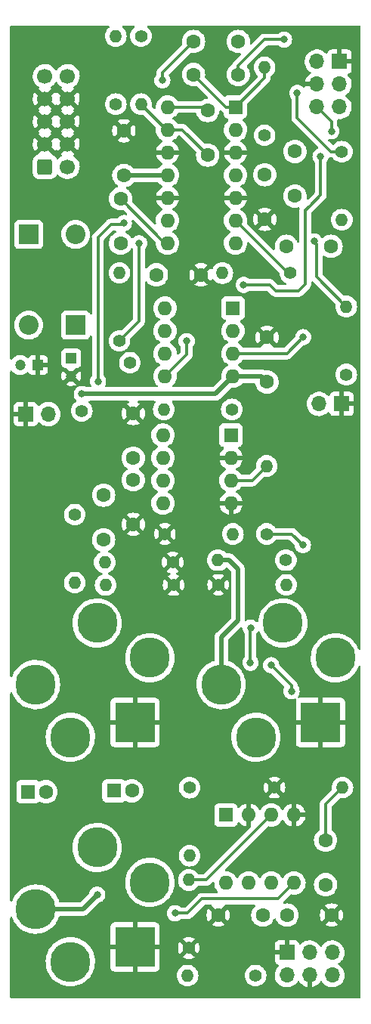
<source format=gbr>
%TF.GenerationSoftware,KiCad,Pcbnew,(6.0.1)*%
%TF.CreationDate,2023-06-21T18:56:58+02:00*%
%TF.ProjectId,output,6f757470-7574-42e6-9b69-6361645f7063,rev?*%
%TF.SameCoordinates,Original*%
%TF.FileFunction,Copper,L2,Bot*%
%TF.FilePolarity,Positive*%
%FSLAX46Y46*%
G04 Gerber Fmt 4.6, Leading zero omitted, Abs format (unit mm)*
G04 Created by KiCad (PCBNEW (6.0.1)) date 2023-06-21 18:56:58*
%MOMM*%
%LPD*%
G01*
G04 APERTURE LIST*
G04 Aperture macros list*
%AMRoundRect*
0 Rectangle with rounded corners*
0 $1 Rounding radius*
0 $2 $3 $4 $5 $6 $7 $8 $9 X,Y pos of 4 corners*
0 Add a 4 corners polygon primitive as box body*
4,1,4,$2,$3,$4,$5,$6,$7,$8,$9,$2,$3,0*
0 Add four circle primitives for the rounded corners*
1,1,$1+$1,$2,$3*
1,1,$1+$1,$4,$5*
1,1,$1+$1,$6,$7*
1,1,$1+$1,$8,$9*
0 Add four rect primitives between the rounded corners*
20,1,$1+$1,$2,$3,$4,$5,0*
20,1,$1+$1,$4,$5,$6,$7,0*
20,1,$1+$1,$6,$7,$8,$9,0*
20,1,$1+$1,$8,$9,$2,$3,0*%
%AMHorizOval*
0 Thick line with rounded ends*
0 $1 width*
0 $2 $3 position (X,Y) of the first rounded end (center of the circle)*
0 $4 $5 position (X,Y) of the second rounded end (center of the circle)*
0 Add line between two ends*
20,1,$1,$2,$3,$4,$5,0*
0 Add two circle primitives to create the rounded ends*
1,1,$1,$2,$3*
1,1,$1,$4,$5*%
G04 Aperture macros list end*
%TA.AperFunction,ComponentPad*%
%ADD10R,1.700000X1.700000*%
%TD*%
%TA.AperFunction,ComponentPad*%
%ADD11O,1.700000X1.700000*%
%TD*%
%TA.AperFunction,ComponentPad*%
%ADD12C,4.500001*%
%TD*%
%TA.AperFunction,ComponentPad*%
%ADD13R,4.500001X4.500001*%
%TD*%
%TA.AperFunction,ComponentPad*%
%ADD14C,4.500000*%
%TD*%
%TA.AperFunction,ComponentPad*%
%ADD15C,1.600000*%
%TD*%
%TA.AperFunction,ComponentPad*%
%ADD16R,2.200000X2.200000*%
%TD*%
%TA.AperFunction,ComponentPad*%
%ADD17O,2.200000X2.200000*%
%TD*%
%TA.AperFunction,ComponentPad*%
%ADD18RoundRect,0.250000X-0.600000X-0.600000X0.600000X-0.600000X0.600000X0.600000X-0.600000X0.600000X0*%
%TD*%
%TA.AperFunction,ComponentPad*%
%ADD19C,1.700000*%
%TD*%
%TA.AperFunction,ComponentPad*%
%ADD20C,1.400000*%
%TD*%
%TA.AperFunction,ComponentPad*%
%ADD21O,1.400000X1.400000*%
%TD*%
%TA.AperFunction,ComponentPad*%
%ADD22R,1.600000X1.600000*%
%TD*%
%TA.AperFunction,ComponentPad*%
%ADD23O,1.600000X1.600000*%
%TD*%
%TA.AperFunction,ComponentPad*%
%ADD24HorizOval,1.400000X0.000000X0.000000X0.000000X0.000000X0*%
%TD*%
%TA.AperFunction,ComponentPad*%
%ADD25R,1.200000X1.200000*%
%TD*%
%TA.AperFunction,ComponentPad*%
%ADD26C,1.200000*%
%TD*%
%TA.AperFunction,ViaPad*%
%ADD27C,0.800000*%
%TD*%
%TA.AperFunction,Conductor*%
%ADD28C,0.300000*%
%TD*%
%TA.AperFunction,Conductor*%
%ADD29C,0.500000*%
%TD*%
G04 APERTURE END LIST*
D10*
%TO.P,J2,1,Pin_1*%
%TO.N,GND*%
X52250000Y-94050000D03*
D11*
%TO.P,J2,2,Pin_2*%
%TO.N,/InL*%
X54790000Y-94050000D03*
%TD*%
D12*
%TO.P,J4,R*%
%TO.N,/Phones_R*%
X60250000Y-142600000D03*
%TO.P,J4,RN*%
%TO.N,unconnected-(J4-PadRN)*%
X66150000Y-146500000D03*
D13*
%TO.P,J4,S*%
%TO.N,GND*%
X64490000Y-153740000D03*
D14*
%TO.P,J4,T*%
%TO.N,/Phones_L*%
X53350000Y-149500000D03*
%TO.P,J4,TN*%
%TO.N,unconnected-(J4-PadTN)*%
X57250000Y-155400000D03*
%TD*%
D12*
%TO.P,J3,R*%
%TO.N,/OutL_R*%
X60250000Y-117450000D03*
%TO.P,J3,RN*%
%TO.N,unconnected-(J3-PadRN)*%
X66150000Y-121350000D03*
D13*
%TO.P,J3,S*%
%TO.N,GND*%
X64490000Y-128590000D03*
D14*
%TO.P,J3,T*%
%TO.N,/OutL_L*%
X53350000Y-124350000D03*
%TO.P,J3,TN*%
%TO.N,unconnected-(J3-PadTN)*%
X57250000Y-130250000D03*
%TD*%
D15*
%TO.P,C6,1*%
%TO.N,Net-(C6-Pad1)*%
X72644000Y-65020000D03*
%TO.P,C6,2*%
%TO.N,Net-(C6-Pad2)*%
X72644000Y-60020000D03*
%TD*%
D12*
%TO.P,J5,R*%
%TO.N,/OutR_R*%
X81050000Y-117450000D03*
%TO.P,J5,RN*%
%TO.N,unconnected-(J5-PadRN)*%
X86950000Y-121350000D03*
D13*
%TO.P,J5,S*%
%TO.N,GND*%
X85290000Y-128590000D03*
D14*
%TO.P,J5,T*%
%TO.N,/OutR_L*%
X74150000Y-124350000D03*
%TO.P,J5,TN*%
%TO.N,unconnected-(J5-PadTN)*%
X78050000Y-130250000D03*
%TD*%
D10*
%TO.P,J1,1,Pin_1*%
%TO.N,GND*%
X87650000Y-92900000D03*
D11*
%TO.P,J1,2,Pin_2*%
%TO.N,/InR*%
X85110000Y-92900000D03*
%TD*%
D10*
%TO.P,RV1,1,1*%
%TO.N,GND*%
X87415000Y-54550000D03*
D11*
%TO.P,RV1,2,2*%
%TO.N,Net-(R5-Pad1)*%
X84875000Y-54550000D03*
%TO.P,RV1,3,3*%
%TO.N,Net-(C3-Pad2)*%
X87415000Y-57090000D03*
%TO.P,RV1,4,4*%
%TO.N,GND*%
X84875000Y-57090000D03*
%TO.P,RV1,5,5*%
%TO.N,Net-(R6-Pad1)*%
X87415000Y-59630000D03*
%TO.P,RV1,6,6*%
%TO.N,Net-(C4-Pad2)*%
X84875000Y-59630000D03*
%TD*%
D10*
%TO.P,RV2,1,1*%
%TO.N,GND*%
X81525000Y-154360000D03*
D11*
%TO.P,RV2,2,2*%
%TO.N,Net-(R10-Pad1)*%
X81525000Y-156900000D03*
%TO.P,RV2,3,3*%
%TO.N,Net-(RV2-Pad3)*%
X84065000Y-154360000D03*
%TO.P,RV2,4,4*%
%TO.N,GND*%
X84065000Y-156900000D03*
%TO.P,RV2,5,5*%
%TO.N,Net-(R12-Pad1)*%
X86605000Y-154360000D03*
%TO.P,RV2,6,6*%
%TO.N,Net-(RV2-Pad6)*%
X86605000Y-156900000D03*
%TD*%
D15*
%TO.P,C1,1*%
%TO.N,Net-(C1-Pad1)*%
X82410000Y-69620000D03*
%TO.P,C1,2*%
%TO.N,Net-(C1-Pad2)*%
X82410000Y-64620000D03*
%TD*%
D16*
%TO.P,D1,1,K*%
%TO.N,+12V*%
X57850000Y-84080000D03*
D17*
%TO.P,D1,2,A*%
%TO.N,/+12PD*%
X57850000Y-73920000D03*
%TD*%
D18*
%TO.P,J6,1,Pin_1*%
%TO.N,/-12PD*%
X54397500Y-66330000D03*
D19*
%TO.P,J6,2,Pin_2*%
X56937500Y-66330000D03*
%TO.P,J6,3,Pin_3*%
%TO.N,GND*%
X54397500Y-63790000D03*
%TO.P,J6,4,Pin_4*%
X56937500Y-63790000D03*
%TO.P,J6,5,Pin_5*%
X54397500Y-61250000D03*
%TO.P,J6,6,Pin_6*%
X56937500Y-61250000D03*
%TO.P,J6,7,Pin_7*%
X54397500Y-58710000D03*
%TO.P,J6,8,Pin_8*%
X56937500Y-58710000D03*
%TO.P,J6,9,Pin_9*%
%TO.N,/+12PD*%
X54397500Y-56170000D03*
%TO.P,J6,10,Pin_10*%
X56937500Y-56170000D03*
%TD*%
D20*
%TO.P,R11,1*%
%TO.N,Net-(C6-Pad2)*%
X57740000Y-105300000D03*
D21*
%TO.P,R11,2*%
%TO.N,/OutL_L*%
X57740000Y-112920000D03*
%TD*%
D20*
%TO.P,R14,1*%
%TO.N,GND*%
X67840000Y-107475000D03*
D21*
%TO.P,R14,2*%
%TO.N,Net-(R12-Pad2)*%
X75460000Y-107475000D03*
%TD*%
D22*
%TO.P,U4,1,GAIN*%
%TO.N,Net-(R16-Pad1)*%
X75250000Y-96400000D03*
D23*
%TO.P,U4,2,-*%
%TO.N,GND*%
X75250000Y-98940000D03*
%TO.P,U4,3,+*%
%TO.N,Net-(R12-Pad2)*%
X75250000Y-101480000D03*
%TO.P,U4,4,GND*%
%TO.N,GND*%
X75250000Y-104020000D03*
%TO.P,U4,5*%
%TO.N,Net-(C12-Pad1)*%
X67630000Y-104020000D03*
%TO.P,U4,6,V+*%
%TO.N,+12V*%
X67630000Y-101480000D03*
%TO.P,U4,7,BYPASS*%
%TO.N,Net-(C10-Pad1)*%
X67630000Y-98940000D03*
%TO.P,U4,8,GAIN*%
%TO.N,Net-(R16-Pad2)*%
X67630000Y-96400000D03*
%TD*%
D15*
%TO.P,C11,1*%
%TO.N,Net-(C11-Pad1)*%
X85852000Y-146772000D03*
%TO.P,C11,2*%
%TO.N,Net-(C11-Pad2)*%
X85852000Y-141772000D03*
%TD*%
D20*
%TO.P,R9,1*%
%TO.N,Net-(C5-Pad2)*%
X81410000Y-110400000D03*
D21*
%TO.P,R9,2*%
%TO.N,/OutR_L*%
X73790000Y-110400000D03*
%TD*%
D20*
%TO.P,R17,1*%
%TO.N,GND*%
X80120000Y-135880000D03*
D21*
%TO.P,R17,2*%
%TO.N,Net-(C11-Pad2)*%
X87740000Y-135880000D03*
%TD*%
D15*
%TO.P,C18,1*%
%TO.N,-12V*%
X79280000Y-90440000D03*
%TO.P,C18,2*%
%TO.N,GND*%
X79280000Y-85440000D03*
%TD*%
D22*
%TO.P,U3,1,GAIN*%
%TO.N,Net-(R15-Pad1)*%
X74686000Y-138948000D03*
D23*
%TO.P,U3,2,-*%
%TO.N,GND*%
X77226000Y-138948000D03*
%TO.P,U3,3,+*%
%TO.N,Net-(R10-Pad2)*%
X79766000Y-138948000D03*
%TO.P,U3,4,GND*%
%TO.N,GND*%
X82306000Y-138948000D03*
%TO.P,U3,5*%
%TO.N,Net-(C11-Pad1)*%
X82306000Y-146568000D03*
%TO.P,U3,6,V+*%
%TO.N,+12V*%
X79766000Y-146568000D03*
%TO.P,U3,7,BYPASS*%
%TO.N,Net-(C9-Pad1)*%
X77226000Y-146568000D03*
%TO.P,U3,8,GAIN*%
%TO.N,Net-(R15-Pad2)*%
X74686000Y-146568000D03*
%TD*%
D20*
%TO.P,R19,1*%
%TO.N,GND*%
X73815000Y-113175000D03*
D21*
%TO.P,R19,2*%
%TO.N,/OutR_R*%
X81435000Y-113175000D03*
%TD*%
D20*
%TO.P,R7,1*%
%TO.N,Net-(C5-Pad1)*%
X81910000Y-78250000D03*
D21*
%TO.P,R7,2*%
%TO.N,Net-(C5-Pad2)*%
X74290000Y-78250000D03*
%TD*%
D15*
%TO.P,C5,1*%
%TO.N,Net-(C5-Pad1)*%
X86460000Y-75245000D03*
%TO.P,C5,2*%
%TO.N,Net-(C5-Pad2)*%
X81460000Y-75245000D03*
%TD*%
D16*
%TO.P,D2,1,K*%
%TO.N,/-12PD*%
X52575000Y-73920000D03*
D17*
%TO.P,D2,2,A*%
%TO.N,-12V*%
X52575000Y-84080000D03*
%TD*%
D22*
%TO.P,U2,1*%
%TO.N,Net-(RV2-Pad3)*%
X75475000Y-82175000D03*
D23*
%TO.P,U2,2,-*%
X75475000Y-84715000D03*
%TO.P,U2,3,+*%
%TO.N,Net-(C3-Pad2)*%
X75475000Y-87255000D03*
%TO.P,U2,4,V-*%
%TO.N,-12V*%
X75475000Y-89795000D03*
%TO.P,U2,5,+*%
%TO.N,Net-(C4-Pad2)*%
X67855000Y-89795000D03*
%TO.P,U2,6,-*%
%TO.N,Net-(RV2-Pad6)*%
X67855000Y-87255000D03*
%TO.P,U2,7*%
X67855000Y-84715000D03*
%TO.P,U2,8,V+*%
%TO.N,+12V*%
X67855000Y-82175000D03*
%TD*%
D20*
%TO.P,R5,1*%
%TO.N,Net-(R5-Pad1)*%
X87675000Y-64640000D03*
D21*
%TO.P,R5,2*%
%TO.N,Net-(C5-Pad1)*%
X87675000Y-72260000D03*
%TD*%
D22*
%TO.P,C13,1*%
%TO.N,Net-(C11-Pad1)*%
X52519888Y-136350000D03*
D15*
%TO.P,C13,2*%
%TO.N,/Phones_R*%
X54519888Y-136350000D03*
%TD*%
%TO.P,C17,1*%
%TO.N,-12V*%
X63250000Y-67300000D03*
%TO.P,C17,2*%
%TO.N,GND*%
X63250000Y-62300000D03*
%TD*%
%TO.P,C2,1*%
%TO.N,Net-(C2-Pad1)*%
X62875000Y-74900000D03*
%TO.P,C2,2*%
%TO.N,Net-(C2-Pad2)*%
X62875000Y-69900000D03*
%TD*%
D20*
%TO.P,R20,1*%
%TO.N,GND*%
X68810000Y-113190000D03*
D21*
%TO.P,R20,2*%
%TO.N,/OutL_R*%
X61190000Y-113190000D03*
%TD*%
D20*
%TO.P,R4,1*%
%TO.N,Net-(C2-Pad1)*%
X62750000Y-85835000D03*
D21*
%TO.P,R4,2*%
%TO.N,Net-(C2-Pad2)*%
X62750000Y-78215000D03*
%TD*%
D20*
%TO.P,R6,1*%
%TO.N,Net-(R6-Pad1)*%
X65160000Y-51690000D03*
D21*
%TO.P,R6,2*%
%TO.N,Net-(C6-Pad1)*%
X65160000Y-59310000D03*
%TD*%
D20*
%TO.P,R13,1*%
%TO.N,GND*%
X70525000Y-153860000D03*
D21*
%TO.P,R13,2*%
%TO.N,Net-(R10-Pad2)*%
X70525000Y-146240000D03*
%TD*%
D20*
%TO.P,R15,1*%
%TO.N,Net-(R15-Pad1)*%
X70612000Y-135890000D03*
D21*
%TO.P,R15,2*%
%TO.N,Net-(R15-Pad2)*%
X70612000Y-143510000D03*
%TD*%
D20*
%TO.P,R16,1*%
%TO.N,Net-(R16-Pad1)*%
X75340000Y-93510000D03*
D21*
%TO.P,R16,2*%
%TO.N,Net-(R16-Pad2)*%
X67720000Y-93510000D03*
%TD*%
D15*
%TO.P,C4,1*%
%TO.N,Net-(C2-Pad2)*%
X71060000Y-52295000D03*
%TO.P,C4,2*%
%TO.N,Net-(C4-Pad2)*%
X76060000Y-52295000D03*
%TD*%
D20*
%TO.P,R1,1*%
%TO.N,/InR*%
X88175000Y-89610000D03*
D21*
%TO.P,R1,2*%
%TO.N,Net-(C1-Pad1)*%
X88175000Y-81990000D03*
%TD*%
D20*
%TO.P,R10,1*%
%TO.N,Net-(R10-Pad1)*%
X78010000Y-156950000D03*
D21*
%TO.P,R10,2*%
%TO.N,Net-(R10-Pad2)*%
X70390000Y-156950000D03*
%TD*%
D20*
%TO.P,R3,1*%
%TO.N,Net-(C1-Pad1)*%
X79010000Y-62805000D03*
D21*
%TO.P,R3,2*%
%TO.N,Net-(C1-Pad2)*%
X79010000Y-55185000D03*
%TD*%
D15*
%TO.P,C3,1*%
%TO.N,Net-(C1-Pad2)*%
X71060000Y-55995000D03*
%TO.P,C3,2*%
%TO.N,Net-(C3-Pad2)*%
X76060000Y-55995000D03*
%TD*%
D20*
%TO.P,R18,1*%
%TO.N,GND*%
X68720000Y-110650000D03*
D21*
%TO.P,R18,2*%
%TO.N,Net-(C12-Pad2)*%
X61100000Y-110650000D03*
%TD*%
D20*
%TO.P,R8,1*%
%TO.N,Net-(C6-Pad1)*%
X62350000Y-59310000D03*
D21*
%TO.P,R8,2*%
%TO.N,Net-(C6-Pad2)*%
X62350000Y-51690000D03*
%TD*%
D15*
%TO.P,C12,1*%
%TO.N,Net-(C12-Pad1)*%
X60980000Y-103120000D03*
%TO.P,C12,2*%
%TO.N,Net-(C12-Pad2)*%
X60980000Y-108120000D03*
%TD*%
D20*
%TO.P,R2,1*%
%TO.N,/InL*%
X58530923Y-93669077D03*
D24*
%TO.P,R2,2*%
%TO.N,Net-(C2-Pad1)*%
X63919077Y-88280923D03*
%TD*%
D22*
%TO.P,C14,1*%
%TO.N,Net-(C12-Pad1)*%
X62144888Y-136250000D03*
D15*
%TO.P,C14,2*%
%TO.N,/Phones_L*%
X64144888Y-136250000D03*
%TD*%
%TO.P,C8,1*%
%TO.N,+12V*%
X64300000Y-101400000D03*
%TO.P,C8,2*%
%TO.N,GND*%
X64300000Y-106400000D03*
%TD*%
%TO.P,C16,1*%
%TO.N,+12V*%
X66890000Y-78440000D03*
%TO.P,C16,2*%
%TO.N,GND*%
X71890000Y-78440000D03*
%TD*%
%TO.P,C7,1*%
%TO.N,+12V*%
X81525000Y-150175000D03*
%TO.P,C7,2*%
%TO.N,GND*%
X86525000Y-150175000D03*
%TD*%
D22*
%TO.P,U1,1*%
%TO.N,Net-(C1-Pad2)*%
X75760000Y-59645000D03*
D23*
%TO.P,U1,2,-*%
%TO.N,Net-(C1-Pad1)*%
X75760000Y-62185000D03*
%TO.P,U1,3,+*%
%TO.N,GND*%
X75760000Y-64725000D03*
%TO.P,U1,4,V+*%
%TO.N,+12V*%
X75760000Y-67265000D03*
%TO.P,U1,5,+*%
%TO.N,GND*%
X75760000Y-69805000D03*
%TO.P,U1,6,-*%
%TO.N,Net-(C5-Pad1)*%
X75760000Y-72345000D03*
%TO.P,U1,7*%
%TO.N,Net-(C5-Pad2)*%
X75760000Y-74885000D03*
%TO.P,U1,8*%
%TO.N,Net-(C2-Pad2)*%
X68140000Y-74885000D03*
%TO.P,U1,9,-*%
%TO.N,Net-(C2-Pad1)*%
X68140000Y-72345000D03*
%TO.P,U1,10,+*%
%TO.N,GND*%
X68140000Y-69805000D03*
%TO.P,U1,11,V-*%
%TO.N,-12V*%
X68140000Y-67265000D03*
%TO.P,U1,12,+*%
%TO.N,GND*%
X68140000Y-64725000D03*
%TO.P,U1,13,-*%
%TO.N,Net-(C6-Pad1)*%
X68140000Y-62185000D03*
%TO.P,U1,14*%
%TO.N,Net-(C6-Pad2)*%
X68140000Y-59645000D03*
%TD*%
D25*
%TO.P,C19,1*%
%TO.N,+12V*%
X57350000Y-87777401D03*
D26*
%TO.P,C19,2*%
%TO.N,GND*%
X57350000Y-89777401D03*
%TD*%
D25*
%TO.P,C20,1*%
%TO.N,GND*%
X53622600Y-88550000D03*
D26*
%TO.P,C20,2*%
%TO.N,-12V*%
X51622600Y-88550000D03*
%TD*%
D20*
%TO.P,R12,1*%
%TO.N,Net-(R12-Pad1)*%
X79250000Y-107470000D03*
D21*
%TO.P,R12,2*%
%TO.N,Net-(R12-Pad2)*%
X79250000Y-99850000D03*
%TD*%
D15*
%TO.P,C15,1*%
%TO.N,+12V*%
X79035000Y-67220000D03*
%TO.P,C15,2*%
%TO.N,GND*%
X79035000Y-72220000D03*
%TD*%
%TO.P,C10,1*%
%TO.N,Net-(C10-Pad1)*%
X64300000Y-98975000D03*
%TO.P,C10,2*%
%TO.N,GND*%
X64300000Y-93975000D03*
%TD*%
%TO.P,C9,1*%
%TO.N,Net-(C9-Pad1)*%
X78825000Y-150175000D03*
%TO.P,C9,2*%
%TO.N,GND*%
X73825000Y-150175000D03*
%TD*%
D27*
%TO.N,Net-(C1-Pad1)*%
X84550000Y-74700000D03*
%TO.N,Net-(C2-Pad1)*%
X64950000Y-74900000D03*
%TO.N,Net-(C2-Pad2)*%
X67564000Y-56642000D03*
%TO.N,Net-(C3-Pad2)*%
X81190000Y-52080000D03*
X83340000Y-85420000D03*
%TO.N,Net-(C4-Pad2)*%
X70280000Y-85860000D03*
X76670000Y-79570000D03*
X85290000Y-65160000D03*
X86500000Y-62350000D03*
%TO.N,Net-(C6-Pad2)*%
X63246000Y-72644000D03*
X60350000Y-90370000D03*
%TO.N,Net-(C11-Pad1)*%
X68970000Y-149960000D03*
%TO.N,/Phones_L*%
X60260000Y-147880000D03*
%TO.N,-12V*%
X58540000Y-91790000D03*
%TO.N,Net-(R5-Pad1)*%
X82680000Y-58060000D03*
%TO.N,Net-(R12-Pad1)*%
X83312000Y-108712000D03*
%TO.N,Net-(RV2-Pad3)*%
X77430000Y-121890000D03*
X77440000Y-117980000D03*
%TO.N,Net-(RV2-Pad6)*%
X82042000Y-125100000D03*
X79756000Y-122174000D03*
%TD*%
D28*
%TO.N,Net-(C1-Pad1)*%
X84840000Y-74990000D02*
X84840000Y-78655000D01*
X84840000Y-78655000D02*
X88175000Y-81990000D01*
X84550000Y-74700000D02*
X84840000Y-74990000D01*
%TO.N,Net-(C1-Pad2)*%
X79010000Y-56395000D02*
X75760000Y-59645000D01*
X74710000Y-59645000D02*
X75760000Y-59645000D01*
X79010000Y-55185000D02*
X79010000Y-56395000D01*
X71060000Y-55995000D02*
X74710000Y-59645000D01*
%TO.N,Net-(C2-Pad1)*%
X64950000Y-83635000D02*
X62750000Y-85835000D01*
X64950000Y-74900000D02*
X64950000Y-83635000D01*
%TO.N,Net-(C2-Pad2)*%
X67564000Y-55791000D02*
X71060000Y-52295000D01*
X67564000Y-56642000D02*
X67564000Y-55791000D01*
X67860000Y-74885000D02*
X68140000Y-74885000D01*
X62875000Y-69900000D02*
X67860000Y-74885000D01*
%TO.N,Net-(C3-Pad2)*%
X81190000Y-52080000D02*
X79010000Y-52080000D01*
X81505000Y-87255000D02*
X75475000Y-87255000D01*
X79010000Y-52080000D02*
X76060000Y-55030000D01*
X76060000Y-55030000D02*
X76060000Y-55995000D01*
X83340000Y-85420000D02*
X81505000Y-87255000D01*
%TO.N,Net-(C4-Pad2)*%
X67855000Y-89795000D02*
X70280000Y-87370000D01*
X76670000Y-79570000D02*
X79580000Y-79570000D01*
X83580000Y-71230000D02*
X84060000Y-70750000D01*
X84060000Y-70750000D02*
X85290000Y-69520000D01*
X85290000Y-69520000D02*
X85290000Y-69370000D01*
X86500000Y-61255000D02*
X86500000Y-62350000D01*
X80250000Y-80240000D02*
X82800000Y-80240000D01*
X70280000Y-87370000D02*
X70280000Y-85860000D01*
X84875000Y-59630000D02*
X86500000Y-61255000D01*
X82800000Y-80240000D02*
X83580000Y-79460000D01*
X85290000Y-69370000D02*
X85290000Y-65160000D01*
X79580000Y-79570000D02*
X80250000Y-80240000D01*
X83580000Y-79460000D02*
X83580000Y-71230000D01*
%TO.N,Net-(C5-Pad1)*%
X81665000Y-78250000D02*
X81910000Y-78250000D01*
X75760000Y-72345000D02*
X81665000Y-78250000D01*
%TO.N,Net-(C6-Pad1)*%
X69809000Y-62185000D02*
X72644000Y-65020000D01*
X68035000Y-62185000D02*
X68140000Y-62185000D01*
X65160000Y-59310000D02*
X68035000Y-62185000D01*
X68140000Y-62185000D02*
X69809000Y-62185000D01*
%TO.N,Net-(C6-Pad2)*%
X68140000Y-59645000D02*
X72269000Y-59645000D01*
X60340000Y-74260000D02*
X61780000Y-72820000D01*
X60340000Y-90360000D02*
X60340000Y-74260000D01*
X72269000Y-59645000D02*
X72644000Y-60020000D01*
X61780000Y-72820000D02*
X63070000Y-72820000D01*
X60350000Y-90370000D02*
X60340000Y-90360000D01*
X63070000Y-72820000D02*
X63246000Y-72644000D01*
%TO.N,Net-(C11-Pad1)*%
X70400000Y-149960000D02*
X72010000Y-148350000D01*
X68970000Y-149960000D02*
X70400000Y-149960000D01*
X72010000Y-148350000D02*
X80524000Y-148350000D01*
X80524000Y-148350000D02*
X82306000Y-146568000D01*
%TO.N,Net-(C11-Pad2)*%
X85852000Y-137768000D02*
X85852000Y-141772000D01*
X87845000Y-135775000D02*
X85852000Y-137768000D01*
D29*
%TO.N,/Phones_L*%
X60260000Y-147880000D02*
X58640000Y-149500000D01*
X58640000Y-149500000D02*
X53350000Y-149500000D01*
%TO.N,-12V*%
X68105000Y-67300000D02*
X68140000Y-67265000D01*
X78635000Y-89795000D02*
X79280000Y-90440000D01*
X75475000Y-89795000D02*
X73480000Y-91790000D01*
X63250000Y-67300000D02*
X68105000Y-67300000D01*
X62980000Y-91790000D02*
X58540000Y-91790000D01*
X73480000Y-91790000D02*
X62980000Y-91790000D01*
X75475000Y-89795000D02*
X78635000Y-89795000D01*
%TO.N,/OutR_L*%
X76030000Y-111380000D02*
X76030000Y-117180000D01*
X74150000Y-119060000D02*
X74150000Y-124350000D01*
X75050000Y-110400000D02*
X76030000Y-111380000D01*
X73790000Y-110400000D02*
X75050000Y-110400000D01*
X76030000Y-117180000D02*
X74150000Y-119060000D01*
D28*
%TO.N,Net-(R5-Pad1)*%
X86440000Y-64640000D02*
X87675000Y-64640000D01*
X82680000Y-60880000D02*
X86440000Y-64640000D01*
X82680000Y-58060000D02*
X82680000Y-60880000D01*
%TO.N,Net-(R10-Pad2)*%
X70525000Y-146240000D02*
X72474000Y-146240000D01*
X72474000Y-146240000D02*
X79766000Y-138948000D01*
%TO.N,Net-(R12-Pad1)*%
X79250000Y-107470000D02*
X82070000Y-107470000D01*
X82070000Y-107470000D02*
X83312000Y-108712000D01*
%TO.N,Net-(R12-Pad2)*%
X77620000Y-101480000D02*
X79250000Y-99850000D01*
X75250000Y-101480000D02*
X77620000Y-101480000D01*
%TO.N,Net-(RV2-Pad3)*%
X77430000Y-121890000D02*
X77430000Y-117990000D01*
X77430000Y-117990000D02*
X77440000Y-117980000D01*
%TO.N,Net-(RV2-Pad6)*%
X82042000Y-125100000D02*
X82042000Y-124460000D01*
X82042000Y-124460000D02*
X79756000Y-122174000D01*
%TD*%
%TA.AperFunction,Conductor*%
%TO.N,GND*%
G36*
X61599617Y-50528002D02*
G01*
X61646110Y-50581658D01*
X61656214Y-50651932D01*
X61626720Y-50716512D01*
X61603772Y-50737208D01*
X61570224Y-50760699D01*
X61420699Y-50910224D01*
X61299411Y-51083442D01*
X61297090Y-51088420D01*
X61297088Y-51088423D01*
X61212367Y-51270108D01*
X61210044Y-51275090D01*
X61208622Y-51280398D01*
X61208621Y-51280400D01*
X61158181Y-51468646D01*
X61155314Y-51479345D01*
X61136884Y-51690000D01*
X61155314Y-51900655D01*
X61156738Y-51905968D01*
X61156738Y-51905970D01*
X61198439Y-52061598D01*
X61210044Y-52104910D01*
X61212366Y-52109891D01*
X61212367Y-52109892D01*
X61289921Y-52276206D01*
X61299411Y-52296558D01*
X61420699Y-52469776D01*
X61570224Y-52619301D01*
X61743442Y-52740589D01*
X61748420Y-52742910D01*
X61748423Y-52742912D01*
X61790964Y-52762749D01*
X61935090Y-52829956D01*
X61940398Y-52831378D01*
X61940400Y-52831379D01*
X62134030Y-52883262D01*
X62134032Y-52883262D01*
X62139345Y-52884686D01*
X62350000Y-52903116D01*
X62560655Y-52884686D01*
X62565968Y-52883262D01*
X62565970Y-52883262D01*
X62759600Y-52831379D01*
X62759602Y-52831378D01*
X62764910Y-52829956D01*
X62909036Y-52762749D01*
X62951577Y-52742912D01*
X62951580Y-52742910D01*
X62956558Y-52740589D01*
X63129776Y-52619301D01*
X63279301Y-52469776D01*
X63400589Y-52296558D01*
X63410080Y-52276206D01*
X63487633Y-52109892D01*
X63487634Y-52109891D01*
X63489956Y-52104910D01*
X63501562Y-52061598D01*
X63543262Y-51905970D01*
X63543262Y-51905968D01*
X63544686Y-51900655D01*
X63563116Y-51690000D01*
X63544686Y-51479345D01*
X63541819Y-51468646D01*
X63491379Y-51280400D01*
X63491378Y-51280398D01*
X63489956Y-51275090D01*
X63487633Y-51270108D01*
X63402912Y-51088423D01*
X63402910Y-51088420D01*
X63400589Y-51083442D01*
X63279301Y-50910224D01*
X63129776Y-50760699D01*
X63096232Y-50737211D01*
X63051905Y-50681757D01*
X63044596Y-50611138D01*
X63076626Y-50547777D01*
X63137827Y-50511791D01*
X63168504Y-50508000D01*
X64341496Y-50508000D01*
X64409617Y-50528002D01*
X64456110Y-50581658D01*
X64466214Y-50651932D01*
X64436720Y-50716512D01*
X64413772Y-50737208D01*
X64380224Y-50760699D01*
X64230699Y-50910224D01*
X64109411Y-51083442D01*
X64107090Y-51088420D01*
X64107088Y-51088423D01*
X64022367Y-51270108D01*
X64020044Y-51275090D01*
X64018622Y-51280398D01*
X64018621Y-51280400D01*
X63968181Y-51468646D01*
X63965314Y-51479345D01*
X63946884Y-51690000D01*
X63965314Y-51900655D01*
X63966738Y-51905968D01*
X63966738Y-51905970D01*
X64008439Y-52061598D01*
X64020044Y-52104910D01*
X64022366Y-52109891D01*
X64022367Y-52109892D01*
X64099921Y-52276206D01*
X64109411Y-52296558D01*
X64230699Y-52469776D01*
X64380224Y-52619301D01*
X64553442Y-52740589D01*
X64558420Y-52742910D01*
X64558423Y-52742912D01*
X64600964Y-52762749D01*
X64745090Y-52829956D01*
X64750398Y-52831378D01*
X64750400Y-52831379D01*
X64944030Y-52883262D01*
X64944032Y-52883262D01*
X64949345Y-52884686D01*
X65160000Y-52903116D01*
X65370655Y-52884686D01*
X65375968Y-52883262D01*
X65375970Y-52883262D01*
X65569600Y-52831379D01*
X65569602Y-52831378D01*
X65574910Y-52829956D01*
X65719036Y-52762749D01*
X65761577Y-52742912D01*
X65761580Y-52742910D01*
X65766558Y-52740589D01*
X65939776Y-52619301D01*
X66089301Y-52469776D01*
X66210589Y-52296558D01*
X66220080Y-52276206D01*
X66297633Y-52109892D01*
X66297634Y-52109891D01*
X66299956Y-52104910D01*
X66311562Y-52061598D01*
X66353262Y-51905970D01*
X66353262Y-51905968D01*
X66354686Y-51900655D01*
X66373116Y-51690000D01*
X66354686Y-51479345D01*
X66351819Y-51468646D01*
X66301379Y-51280400D01*
X66301378Y-51280398D01*
X66299956Y-51275090D01*
X66297633Y-51270108D01*
X66212912Y-51088423D01*
X66212910Y-51088420D01*
X66210589Y-51083442D01*
X66089301Y-50910224D01*
X65939776Y-50760699D01*
X65906232Y-50737211D01*
X65861905Y-50681757D01*
X65854596Y-50611138D01*
X65886626Y-50547777D01*
X65947827Y-50511791D01*
X65978504Y-50508000D01*
X89666000Y-50508000D01*
X89734121Y-50528002D01*
X89780614Y-50581658D01*
X89792000Y-50634000D01*
X89792000Y-120369699D01*
X89771998Y-120437820D01*
X89718342Y-120484313D01*
X89648068Y-120494417D01*
X89583488Y-120464923D01*
X89545667Y-120407063D01*
X89536261Y-120376771D01*
X89535139Y-120373157D01*
X89523026Y-120346140D01*
X89432579Y-120144417D01*
X89399061Y-120069662D01*
X89307128Y-119916962D01*
X89229466Y-119787966D01*
X89229462Y-119787960D01*
X89227507Y-119784713D01*
X89225180Y-119781729D01*
X89225175Y-119781722D01*
X89025294Y-119525425D01*
X89025288Y-119525418D01*
X89022963Y-119522437D01*
X88788392Y-119286634D01*
X88527191Y-119080720D01*
X88243144Y-118907677D01*
X88122046Y-118852617D01*
X87943817Y-118771580D01*
X87943809Y-118771577D01*
X87940365Y-118770011D01*
X87623240Y-118669718D01*
X87345553Y-118617499D01*
X87300087Y-118608949D01*
X87300085Y-118608949D01*
X87296364Y-118608249D01*
X86964470Y-118586496D01*
X86960690Y-118586704D01*
X86960689Y-118586704D01*
X86862918Y-118592085D01*
X86632366Y-118604773D01*
X86628639Y-118605434D01*
X86628635Y-118605434D01*
X86389304Y-118647850D01*
X86304864Y-118662815D01*
X86301239Y-118663920D01*
X86301234Y-118663921D01*
X86156946Y-118707897D01*
X85986707Y-118759782D01*
X85983243Y-118761313D01*
X85983236Y-118761316D01*
X85852871Y-118818950D01*
X85682503Y-118894269D01*
X85679249Y-118896205D01*
X85679243Y-118896208D01*
X85404890Y-119059431D01*
X85396659Y-119064328D01*
X85393658Y-119066643D01*
X85393654Y-119066646D01*
X85377972Y-119078745D01*
X85133316Y-119267496D01*
X84896288Y-119500829D01*
X84689009Y-119760949D01*
X84514481Y-120044086D01*
X84375232Y-120346140D01*
X84374073Y-120349740D01*
X84374070Y-120349747D01*
X84327483Y-120494417D01*
X84273280Y-120662735D01*
X84210100Y-120989285D01*
X84209833Y-120993061D01*
X84209832Y-120993066D01*
X84187542Y-121307891D01*
X84186610Y-121321061D01*
X84189554Y-121380197D01*
X84202341Y-121637056D01*
X84203147Y-121653255D01*
X84203788Y-121656986D01*
X84203789Y-121656994D01*
X84246865Y-121907677D01*
X84259474Y-121981057D01*
X84260562Y-121984696D01*
X84260563Y-121984699D01*
X84351664Y-122289318D01*
X84354774Y-122299718D01*
X84356287Y-122303189D01*
X84356289Y-122303195D01*
X84407733Y-122421226D01*
X84487666Y-122604622D01*
X84489589Y-122607893D01*
X84489591Y-122607897D01*
X84553055Y-122715852D01*
X84656226Y-122891352D01*
X84658527Y-122894367D01*
X84855712Y-123152742D01*
X84855717Y-123152748D01*
X84858012Y-123155755D01*
X84860656Y-123158469D01*
X85069796Y-123373157D01*
X85090102Y-123394002D01*
X85349132Y-123602640D01*
X85631352Y-123778648D01*
X85932672Y-123919476D01*
X85936281Y-123920659D01*
X86244724Y-124021772D01*
X86248729Y-124023085D01*
X86574944Y-124087973D01*
X86578716Y-124088260D01*
X86578724Y-124088261D01*
X86902815Y-124112914D01*
X86902820Y-124112914D01*
X86906592Y-124113201D01*
X87238869Y-124098403D01*
X87271673Y-124092943D01*
X87563220Y-124044417D01*
X87563225Y-124044416D01*
X87566961Y-124043794D01*
X87886116Y-123950164D01*
X87889583Y-123948674D01*
X87889587Y-123948673D01*
X88188228Y-123820366D01*
X88188230Y-123820365D01*
X88191712Y-123818869D01*
X88479321Y-123651813D01*
X88482343Y-123649532D01*
X88482347Y-123649529D01*
X88741753Y-123453697D01*
X88741754Y-123453696D01*
X88744777Y-123451414D01*
X88984235Y-123220575D01*
X89194227Y-122962641D01*
X89353036Y-122710944D01*
X89369683Y-122684560D01*
X89369685Y-122684557D01*
X89371710Y-122681347D01*
X89425000Y-122568866D01*
X89512485Y-122384205D01*
X89514114Y-122380767D01*
X89515316Y-122377165D01*
X89515322Y-122377150D01*
X89546477Y-122283767D01*
X89587009Y-122225477D01*
X89652621Y-122198355D01*
X89722481Y-122211011D01*
X89774408Y-122259427D01*
X89792000Y-122323643D01*
X89792000Y-159366000D01*
X89771998Y-159434121D01*
X89718342Y-159480614D01*
X89666000Y-159492000D01*
X50634000Y-159492000D01*
X50565879Y-159471998D01*
X50519386Y-159418342D01*
X50508000Y-159366000D01*
X50508000Y-155371061D01*
X54486610Y-155371061D01*
X54491995Y-155479242D01*
X54502655Y-155693368D01*
X54503147Y-155703255D01*
X54503788Y-155706986D01*
X54503789Y-155706994D01*
X54538531Y-155909175D01*
X54559474Y-156031057D01*
X54560562Y-156034695D01*
X54653580Y-156345724D01*
X54654774Y-156349718D01*
X54656287Y-156353189D01*
X54656289Y-156353195D01*
X54733397Y-156530108D01*
X54787666Y-156654622D01*
X54789589Y-156657893D01*
X54789591Y-156657897D01*
X54834659Y-156734560D01*
X54956226Y-156941352D01*
X54958527Y-156944367D01*
X55155712Y-157202742D01*
X55155717Y-157202748D01*
X55158012Y-157205755D01*
X55390102Y-157444002D01*
X55649132Y-157652640D01*
X55931352Y-157828648D01*
X56232672Y-157969476D01*
X56236281Y-157970659D01*
X56542052Y-158070896D01*
X56548729Y-158073085D01*
X56874944Y-158137973D01*
X56878716Y-158138260D01*
X56878724Y-158138261D01*
X57202815Y-158162914D01*
X57202820Y-158162914D01*
X57206592Y-158163201D01*
X57538869Y-158148403D01*
X57569756Y-158143262D01*
X57863220Y-158094417D01*
X57863225Y-158094416D01*
X57866961Y-158093794D01*
X58186116Y-158000164D01*
X58189583Y-157998674D01*
X58189587Y-157998673D01*
X58488228Y-157870366D01*
X58488230Y-157870365D01*
X58491712Y-157868869D01*
X58779321Y-157701813D01*
X58782343Y-157699532D01*
X58782347Y-157699529D01*
X59041753Y-157503697D01*
X59041754Y-157503696D01*
X59044777Y-157501414D01*
X59245787Y-157307639D01*
X59281508Y-157273204D01*
X59281509Y-157273203D01*
X59284235Y-157270575D01*
X59494227Y-157012641D01*
X59533750Y-156950000D01*
X69176884Y-156950000D01*
X69195314Y-157160655D01*
X69196738Y-157165968D01*
X69196738Y-157165970D01*
X69235981Y-157312425D01*
X69250044Y-157364910D01*
X69252366Y-157369891D01*
X69252367Y-157369892D01*
X69335022Y-157547145D01*
X69339411Y-157556558D01*
X69460699Y-157729776D01*
X69610224Y-157879301D01*
X69783442Y-158000589D01*
X69788420Y-158002910D01*
X69788423Y-158002912D01*
X69970108Y-158087633D01*
X69975090Y-158089956D01*
X69980398Y-158091378D01*
X69980400Y-158091379D01*
X70174030Y-158143262D01*
X70174032Y-158143262D01*
X70179345Y-158144686D01*
X70390000Y-158163116D01*
X70600655Y-158144686D01*
X70605968Y-158143262D01*
X70605970Y-158143262D01*
X70799600Y-158091379D01*
X70799602Y-158091378D01*
X70804910Y-158089956D01*
X70809892Y-158087633D01*
X70991577Y-158002912D01*
X70991580Y-158002910D01*
X70996558Y-158000589D01*
X71169776Y-157879301D01*
X71319301Y-157729776D01*
X71440589Y-157556558D01*
X71444979Y-157547145D01*
X71527633Y-157369892D01*
X71527634Y-157369891D01*
X71529956Y-157364910D01*
X71544020Y-157312425D01*
X71583262Y-157165970D01*
X71583262Y-157165968D01*
X71584686Y-157160655D01*
X71603116Y-156950000D01*
X76796884Y-156950000D01*
X76815314Y-157160655D01*
X76816738Y-157165968D01*
X76816738Y-157165970D01*
X76855981Y-157312425D01*
X76870044Y-157364910D01*
X76872366Y-157369891D01*
X76872367Y-157369892D01*
X76955022Y-157547145D01*
X76959411Y-157556558D01*
X77080699Y-157729776D01*
X77230224Y-157879301D01*
X77403442Y-158000589D01*
X77408420Y-158002910D01*
X77408423Y-158002912D01*
X77590108Y-158087633D01*
X77595090Y-158089956D01*
X77600398Y-158091378D01*
X77600400Y-158091379D01*
X77794030Y-158143262D01*
X77794032Y-158143262D01*
X77799345Y-158144686D01*
X78010000Y-158163116D01*
X78220655Y-158144686D01*
X78225968Y-158143262D01*
X78225970Y-158143262D01*
X78419600Y-158091379D01*
X78419602Y-158091378D01*
X78424910Y-158089956D01*
X78429892Y-158087633D01*
X78611577Y-158002912D01*
X78611580Y-158002910D01*
X78616558Y-158000589D01*
X78789776Y-157879301D01*
X78939301Y-157729776D01*
X79060589Y-157556558D01*
X79064979Y-157547145D01*
X79147633Y-157369892D01*
X79147634Y-157369891D01*
X79149956Y-157364910D01*
X79164020Y-157312425D01*
X79203262Y-157165970D01*
X79203262Y-157165968D01*
X79204686Y-157160655D01*
X79223116Y-156950000D01*
X79215828Y-156866695D01*
X80162251Y-156866695D01*
X80162548Y-156871848D01*
X80162548Y-156871851D01*
X80168011Y-156966590D01*
X80175110Y-157089715D01*
X80176247Y-157094761D01*
X80176248Y-157094767D01*
X80189862Y-157155175D01*
X80224222Y-157307639D01*
X80308266Y-157514616D01*
X80310965Y-157519020D01*
X80422291Y-157700688D01*
X80424987Y-157705088D01*
X80571250Y-157873938D01*
X80743126Y-158016632D01*
X80936000Y-158129338D01*
X81144692Y-158209030D01*
X81149760Y-158210061D01*
X81149763Y-158210062D01*
X81244862Y-158229410D01*
X81363597Y-158253567D01*
X81368772Y-158253757D01*
X81368774Y-158253757D01*
X81581673Y-158261564D01*
X81581677Y-158261564D01*
X81586837Y-158261753D01*
X81591957Y-158261097D01*
X81591959Y-158261097D01*
X81803288Y-158234025D01*
X81803289Y-158234025D01*
X81808416Y-158233368D01*
X81813366Y-158231883D01*
X82017429Y-158170661D01*
X82017434Y-158170659D01*
X82022384Y-158169174D01*
X82222994Y-158070896D01*
X82404860Y-157941173D01*
X82563096Y-157783489D01*
X82601693Y-157729776D01*
X82693453Y-157602077D01*
X82694640Y-157602930D01*
X82741960Y-157559362D01*
X82811897Y-157547145D01*
X82877338Y-157574678D01*
X82905166Y-157606511D01*
X82962694Y-157700388D01*
X82968777Y-157708699D01*
X83108213Y-157869667D01*
X83115580Y-157876883D01*
X83279434Y-158012916D01*
X83287881Y-158018831D01*
X83471756Y-158126279D01*
X83481042Y-158130729D01*
X83680001Y-158206703D01*
X83689899Y-158209579D01*
X83793250Y-158230606D01*
X83807299Y-158229410D01*
X83811000Y-158219065D01*
X83811000Y-156772000D01*
X83831002Y-156703879D01*
X83884658Y-156657386D01*
X83937000Y-156646000D01*
X84193000Y-156646000D01*
X84261121Y-156666002D01*
X84307614Y-156719658D01*
X84319000Y-156772000D01*
X84319000Y-158218517D01*
X84323064Y-158232359D01*
X84336478Y-158234393D01*
X84343184Y-158233534D01*
X84353262Y-158231392D01*
X84557255Y-158170191D01*
X84566842Y-158166433D01*
X84758095Y-158072739D01*
X84766945Y-158067464D01*
X84940328Y-157943792D01*
X84948200Y-157937139D01*
X85099052Y-157786812D01*
X85105730Y-157778965D01*
X85233022Y-157601819D01*
X85234279Y-157602722D01*
X85281373Y-157559362D01*
X85351311Y-157547145D01*
X85416751Y-157574678D01*
X85444579Y-157606511D01*
X85504987Y-157705088D01*
X85651250Y-157873938D01*
X85823126Y-158016632D01*
X86016000Y-158129338D01*
X86224692Y-158209030D01*
X86229760Y-158210061D01*
X86229763Y-158210062D01*
X86324862Y-158229410D01*
X86443597Y-158253567D01*
X86448772Y-158253757D01*
X86448774Y-158253757D01*
X86661673Y-158261564D01*
X86661677Y-158261564D01*
X86666837Y-158261753D01*
X86671957Y-158261097D01*
X86671959Y-158261097D01*
X86883288Y-158234025D01*
X86883289Y-158234025D01*
X86888416Y-158233368D01*
X86893366Y-158231883D01*
X87097429Y-158170661D01*
X87097434Y-158170659D01*
X87102384Y-158169174D01*
X87302994Y-158070896D01*
X87484860Y-157941173D01*
X87643096Y-157783489D01*
X87681693Y-157729776D01*
X87770435Y-157606277D01*
X87773453Y-157602077D01*
X87786995Y-157574678D01*
X87870136Y-157406453D01*
X87870137Y-157406451D01*
X87872430Y-157401811D01*
X87937370Y-157188069D01*
X87966529Y-156966590D01*
X87966801Y-156955475D01*
X87968074Y-156903365D01*
X87968074Y-156903361D01*
X87968156Y-156900000D01*
X87949852Y-156677361D01*
X87895431Y-156460702D01*
X87806354Y-156255840D01*
X87685014Y-156068277D01*
X87534670Y-155903051D01*
X87530619Y-155899852D01*
X87530615Y-155899848D01*
X87363414Y-155767800D01*
X87363410Y-155767798D01*
X87359359Y-155764598D01*
X87318053Y-155741796D01*
X87268084Y-155691364D01*
X87253312Y-155621921D01*
X87278428Y-155555516D01*
X87305780Y-155528909D01*
X87349603Y-155497650D01*
X87484860Y-155401173D01*
X87515078Y-155371061D01*
X87585701Y-155300684D01*
X87643096Y-155243489D01*
X87773453Y-155062077D01*
X87777114Y-155054671D01*
X87870136Y-154866453D01*
X87870137Y-154866451D01*
X87872430Y-154861811D01*
X87910294Y-154737185D01*
X87935865Y-154653023D01*
X87935865Y-154653021D01*
X87937370Y-154648069D01*
X87966529Y-154426590D01*
X87968156Y-154360000D01*
X87949852Y-154137361D01*
X87895431Y-153920702D01*
X87806354Y-153715840D01*
X87759958Y-153644122D01*
X87687822Y-153532617D01*
X87687820Y-153532614D01*
X87685014Y-153528277D01*
X87534670Y-153363051D01*
X87530619Y-153359852D01*
X87530615Y-153359848D01*
X87363414Y-153227800D01*
X87363410Y-153227798D01*
X87359359Y-153224598D01*
X87163789Y-153116638D01*
X87158920Y-153114914D01*
X87158916Y-153114912D01*
X86958087Y-153043795D01*
X86958083Y-153043794D01*
X86953212Y-153042069D01*
X86948119Y-153041162D01*
X86948116Y-153041161D01*
X86738373Y-153003800D01*
X86738367Y-153003799D01*
X86733284Y-153002894D01*
X86659452Y-153001992D01*
X86515081Y-153000228D01*
X86515079Y-153000228D01*
X86509911Y-153000165D01*
X86289091Y-153033955D01*
X86076756Y-153103357D01*
X85878607Y-153206507D01*
X85874474Y-153209610D01*
X85874471Y-153209612D01*
X85704100Y-153337530D01*
X85699965Y-153340635D01*
X85696393Y-153344373D01*
X85551885Y-153495592D01*
X85545629Y-153502138D01*
X85438201Y-153659621D01*
X85383293Y-153704621D01*
X85312768Y-153712792D01*
X85249021Y-153681538D01*
X85228324Y-153657054D01*
X85147822Y-153532617D01*
X85147820Y-153532614D01*
X85145014Y-153528277D01*
X84994670Y-153363051D01*
X84990619Y-153359852D01*
X84990615Y-153359848D01*
X84823414Y-153227800D01*
X84823410Y-153227798D01*
X84819359Y-153224598D01*
X84623789Y-153116638D01*
X84618920Y-153114914D01*
X84618916Y-153114912D01*
X84418087Y-153043795D01*
X84418083Y-153043794D01*
X84413212Y-153042069D01*
X84408119Y-153041162D01*
X84408116Y-153041161D01*
X84198373Y-153003800D01*
X84198367Y-153003799D01*
X84193284Y-153002894D01*
X84119452Y-153001992D01*
X83975081Y-153000228D01*
X83975079Y-153000228D01*
X83969911Y-153000165D01*
X83749091Y-153033955D01*
X83536756Y-153103357D01*
X83338607Y-153206507D01*
X83334474Y-153209610D01*
X83334471Y-153209612D01*
X83164100Y-153337530D01*
X83159965Y-153340635D01*
X83156393Y-153344373D01*
X83078898Y-153425466D01*
X83017374Y-153460895D01*
X82946462Y-153457438D01*
X82888676Y-153416192D01*
X82869823Y-153382644D01*
X82828324Y-153271946D01*
X82819786Y-153256351D01*
X82743285Y-153154276D01*
X82730724Y-153141715D01*
X82628649Y-153065214D01*
X82613054Y-153056676D01*
X82492606Y-153011522D01*
X82477351Y-153007895D01*
X82426486Y-153002369D01*
X82419672Y-153002000D01*
X81797115Y-153002000D01*
X81781876Y-153006475D01*
X81780671Y-153007865D01*
X81779000Y-153015548D01*
X81779000Y-154488000D01*
X81758998Y-154556121D01*
X81705342Y-154602614D01*
X81653000Y-154614000D01*
X80185116Y-154614000D01*
X80169877Y-154618475D01*
X80168672Y-154619865D01*
X80167001Y-154627548D01*
X80167001Y-155254669D01*
X80167371Y-155261490D01*
X80172895Y-155312352D01*
X80176521Y-155327604D01*
X80221676Y-155448054D01*
X80230214Y-155463649D01*
X80306715Y-155565724D01*
X80319276Y-155578285D01*
X80421351Y-155654786D01*
X80436946Y-155663324D01*
X80545827Y-155704142D01*
X80602591Y-155746784D01*
X80627291Y-155813345D01*
X80612083Y-155882694D01*
X80592691Y-155909175D01*
X80472764Y-156034672D01*
X80465629Y-156042138D01*
X80339743Y-156226680D01*
X80245688Y-156429305D01*
X80185989Y-156644570D01*
X80162251Y-156866695D01*
X79215828Y-156866695D01*
X79204686Y-156739345D01*
X79189460Y-156682522D01*
X79151379Y-156540400D01*
X79151378Y-156540398D01*
X79149956Y-156535090D01*
X79128221Y-156488479D01*
X79062912Y-156348423D01*
X79062910Y-156348420D01*
X79060589Y-156343442D01*
X78939301Y-156170224D01*
X78789776Y-156020699D01*
X78616558Y-155899411D01*
X78611580Y-155897090D01*
X78611577Y-155897088D01*
X78429892Y-155812367D01*
X78429891Y-155812366D01*
X78424910Y-155810044D01*
X78419602Y-155808622D01*
X78419600Y-155808621D01*
X78225970Y-155756738D01*
X78225968Y-155756738D01*
X78220655Y-155755314D01*
X78010000Y-155736884D01*
X77799345Y-155755314D01*
X77794032Y-155756738D01*
X77794030Y-155756738D01*
X77600400Y-155808621D01*
X77600398Y-155808622D01*
X77595090Y-155810044D01*
X77590109Y-155812366D01*
X77590108Y-155812367D01*
X77408423Y-155897088D01*
X77408420Y-155897090D01*
X77403442Y-155899411D01*
X77230224Y-156020699D01*
X77080699Y-156170224D01*
X76959411Y-156343442D01*
X76957090Y-156348420D01*
X76957088Y-156348423D01*
X76891779Y-156488479D01*
X76870044Y-156535090D01*
X76868622Y-156540398D01*
X76868621Y-156540400D01*
X76830540Y-156682522D01*
X76815314Y-156739345D01*
X76796884Y-156950000D01*
X71603116Y-156950000D01*
X71584686Y-156739345D01*
X71569460Y-156682522D01*
X71531379Y-156540400D01*
X71531378Y-156540398D01*
X71529956Y-156535090D01*
X71508221Y-156488479D01*
X71442912Y-156348423D01*
X71442910Y-156348420D01*
X71440589Y-156343442D01*
X71319301Y-156170224D01*
X71169776Y-156020699D01*
X70996558Y-155899411D01*
X70991580Y-155897090D01*
X70991577Y-155897088D01*
X70809892Y-155812367D01*
X70809891Y-155812366D01*
X70804910Y-155810044D01*
X70799602Y-155808622D01*
X70799600Y-155808621D01*
X70605970Y-155756738D01*
X70605968Y-155756738D01*
X70600655Y-155755314D01*
X70390000Y-155736884D01*
X70179345Y-155755314D01*
X70174032Y-155756738D01*
X70174030Y-155756738D01*
X69980400Y-155808621D01*
X69980398Y-155808622D01*
X69975090Y-155810044D01*
X69970109Y-155812366D01*
X69970108Y-155812367D01*
X69788423Y-155897088D01*
X69788420Y-155897090D01*
X69783442Y-155899411D01*
X69610224Y-156020699D01*
X69460699Y-156170224D01*
X69339411Y-156343442D01*
X69337090Y-156348420D01*
X69337088Y-156348423D01*
X69271779Y-156488479D01*
X69250044Y-156535090D01*
X69248622Y-156540398D01*
X69248621Y-156540400D01*
X69210540Y-156682522D01*
X69195314Y-156739345D01*
X69176884Y-156950000D01*
X59533750Y-156950000D01*
X59671710Y-156731347D01*
X59684724Y-156703879D01*
X59762174Y-156540400D01*
X59814114Y-156430767D01*
X59919377Y-156115257D01*
X59935846Y-156034669D01*
X61732001Y-156034669D01*
X61732371Y-156041490D01*
X61737895Y-156092352D01*
X61741521Y-156107604D01*
X61786676Y-156228054D01*
X61795214Y-156243649D01*
X61871715Y-156345724D01*
X61884276Y-156358285D01*
X61986351Y-156434786D01*
X62001946Y-156443324D01*
X62122394Y-156488478D01*
X62137649Y-156492105D01*
X62188514Y-156497631D01*
X62195328Y-156498000D01*
X64217885Y-156498000D01*
X64233124Y-156493525D01*
X64234329Y-156492135D01*
X64236000Y-156484452D01*
X64236000Y-156479884D01*
X64744000Y-156479884D01*
X64748475Y-156495123D01*
X64749865Y-156496328D01*
X64757548Y-156497999D01*
X66784669Y-156497999D01*
X66791490Y-156497629D01*
X66842352Y-156492105D01*
X66857604Y-156488479D01*
X66978054Y-156443324D01*
X66993649Y-156434786D01*
X67095724Y-156358285D01*
X67108285Y-156345724D01*
X67184786Y-156243649D01*
X67193324Y-156228054D01*
X67238478Y-156107606D01*
X67242105Y-156092351D01*
X67247631Y-156041486D01*
X67248000Y-156034672D01*
X67248000Y-154874261D01*
X69875294Y-154874261D01*
X69884590Y-154886276D01*
X69914189Y-154907001D01*
X69923677Y-154912479D01*
X70105277Y-154997159D01*
X70115571Y-155000907D01*
X70309122Y-155052769D01*
X70319909Y-155054671D01*
X70519525Y-155072135D01*
X70530475Y-155072135D01*
X70730091Y-155054671D01*
X70740878Y-155052769D01*
X70934429Y-155000907D01*
X70944723Y-154997159D01*
X71126323Y-154912479D01*
X71135811Y-154907001D01*
X71166248Y-154885689D01*
X71174623Y-154875212D01*
X71167554Y-154861764D01*
X70537812Y-154232022D01*
X70523868Y-154224408D01*
X70522035Y-154224539D01*
X70515420Y-154228790D01*
X69881724Y-154862486D01*
X69875294Y-154874261D01*
X67248000Y-154874261D01*
X67248000Y-154012115D01*
X67243525Y-153996876D01*
X67242135Y-153995671D01*
X67234452Y-153994000D01*
X64762115Y-153994000D01*
X64746876Y-153998475D01*
X64745671Y-153999865D01*
X64744000Y-154007548D01*
X64744000Y-156479884D01*
X64236000Y-156479884D01*
X64236000Y-154012115D01*
X64231525Y-153996876D01*
X64230135Y-153995671D01*
X64222452Y-153994000D01*
X61750116Y-153994000D01*
X61734877Y-153998475D01*
X61733672Y-153999865D01*
X61732001Y-154007548D01*
X61732001Y-156034669D01*
X59935846Y-156034669D01*
X59985972Y-155789386D01*
X60012936Y-155457875D01*
X60013317Y-155421449D01*
X60013519Y-155402221D01*
X60013519Y-155402214D01*
X60013542Y-155400000D01*
X60012026Y-155374853D01*
X59993755Y-155071772D01*
X59993754Y-155071765D01*
X59993527Y-155067997D01*
X59955862Y-154861764D01*
X59934451Y-154744530D01*
X59934450Y-154744525D01*
X59933770Y-154740803D01*
X59895787Y-154618475D01*
X59859387Y-154501248D01*
X59835139Y-154423157D01*
X59699061Y-154119662D01*
X59579277Y-153920702D01*
X59546028Y-153865475D01*
X69312865Y-153865475D01*
X69330329Y-154065091D01*
X69332231Y-154075878D01*
X69384093Y-154269429D01*
X69387841Y-154279723D01*
X69472521Y-154461323D01*
X69477999Y-154470811D01*
X69499311Y-154501248D01*
X69509788Y-154509623D01*
X69523236Y-154502554D01*
X70152978Y-153872812D01*
X70159356Y-153861132D01*
X70889408Y-153861132D01*
X70889539Y-153862965D01*
X70893790Y-153869580D01*
X71527486Y-154503276D01*
X71539261Y-154509706D01*
X71551276Y-154500410D01*
X71572001Y-154470811D01*
X71577479Y-154461323D01*
X71662159Y-154279723D01*
X71665907Y-154269429D01*
X71714552Y-154087885D01*
X80167000Y-154087885D01*
X80171475Y-154103124D01*
X80172865Y-154104329D01*
X80180548Y-154106000D01*
X81252885Y-154106000D01*
X81268124Y-154101525D01*
X81269329Y-154100135D01*
X81271000Y-154092452D01*
X81271000Y-153020116D01*
X81266525Y-153004877D01*
X81265135Y-153003672D01*
X81257452Y-153002001D01*
X80630331Y-153002001D01*
X80623510Y-153002371D01*
X80572648Y-153007895D01*
X80557396Y-153011521D01*
X80436946Y-153056676D01*
X80421351Y-153065214D01*
X80319276Y-153141715D01*
X80306715Y-153154276D01*
X80230214Y-153256351D01*
X80221676Y-153271946D01*
X80176522Y-153392394D01*
X80172895Y-153407649D01*
X80167369Y-153458514D01*
X80167000Y-153465328D01*
X80167000Y-154087885D01*
X71714552Y-154087885D01*
X71717769Y-154075878D01*
X71719671Y-154065091D01*
X71737135Y-153865475D01*
X71737135Y-153854525D01*
X71719671Y-153654909D01*
X71717769Y-153644122D01*
X71665907Y-153450571D01*
X71662159Y-153440277D01*
X71577479Y-153258677D01*
X71572001Y-153249189D01*
X71550689Y-153218752D01*
X71540212Y-153210377D01*
X71526764Y-153217446D01*
X70897022Y-153847188D01*
X70889408Y-153861132D01*
X70159356Y-153861132D01*
X70160592Y-153858868D01*
X70160461Y-153857035D01*
X70156210Y-153850420D01*
X69522514Y-153216724D01*
X69510739Y-153210294D01*
X69498724Y-153219590D01*
X69477999Y-153249189D01*
X69472521Y-153258677D01*
X69387841Y-153440277D01*
X69384093Y-153450571D01*
X69332231Y-153644122D01*
X69330329Y-153654909D01*
X69312865Y-153854525D01*
X69312865Y-153865475D01*
X59546028Y-153865475D01*
X59529466Y-153837966D01*
X59529462Y-153837960D01*
X59527507Y-153834713D01*
X59525180Y-153831729D01*
X59525175Y-153831722D01*
X59325294Y-153575425D01*
X59325288Y-153575418D01*
X59322963Y-153572437D01*
X59218957Y-153467885D01*
X61732000Y-153467885D01*
X61736475Y-153483124D01*
X61737865Y-153484329D01*
X61745548Y-153486000D01*
X64217885Y-153486000D01*
X64233124Y-153481525D01*
X64234329Y-153480135D01*
X64236000Y-153472452D01*
X64236000Y-153467885D01*
X64744000Y-153467885D01*
X64748475Y-153483124D01*
X64749865Y-153484329D01*
X64757548Y-153486000D01*
X67229884Y-153486000D01*
X67245123Y-153481525D01*
X67246328Y-153480135D01*
X67247999Y-153472452D01*
X67247999Y-152844788D01*
X69875377Y-152844788D01*
X69882446Y-152858236D01*
X70512188Y-153487978D01*
X70526132Y-153495592D01*
X70527965Y-153495461D01*
X70534580Y-153491210D01*
X71168276Y-152857514D01*
X71174706Y-152845739D01*
X71165410Y-152833724D01*
X71135811Y-152812999D01*
X71126323Y-152807521D01*
X70944723Y-152722841D01*
X70934429Y-152719093D01*
X70740878Y-152667231D01*
X70730091Y-152665329D01*
X70530475Y-152647865D01*
X70519525Y-152647865D01*
X70319909Y-152665329D01*
X70309122Y-152667231D01*
X70115571Y-152719093D01*
X70105277Y-152722841D01*
X69923677Y-152807521D01*
X69914189Y-152812999D01*
X69883752Y-152834311D01*
X69875377Y-152844788D01*
X67247999Y-152844788D01*
X67247999Y-151445331D01*
X67247629Y-151438510D01*
X67242105Y-151387648D01*
X67238479Y-151372396D01*
X67196741Y-151261062D01*
X73103493Y-151261062D01*
X73112789Y-151273077D01*
X73163994Y-151308931D01*
X73173489Y-151314414D01*
X73370947Y-151406490D01*
X73381239Y-151410236D01*
X73591688Y-151466625D01*
X73602481Y-151468528D01*
X73819525Y-151487517D01*
X73830475Y-151487517D01*
X74047519Y-151468528D01*
X74058312Y-151466625D01*
X74268761Y-151410236D01*
X74279053Y-151406490D01*
X74476511Y-151314414D01*
X74486006Y-151308931D01*
X74538048Y-151272491D01*
X74546424Y-151262012D01*
X74539356Y-151248566D01*
X73837812Y-150547022D01*
X73823868Y-150539408D01*
X73822035Y-150539539D01*
X73815420Y-150543790D01*
X73109923Y-151249287D01*
X73103493Y-151261062D01*
X67196741Y-151261062D01*
X67193324Y-151251946D01*
X67184786Y-151236351D01*
X67108285Y-151134276D01*
X67095724Y-151121715D01*
X66993649Y-151045214D01*
X66978054Y-151036676D01*
X66857606Y-150991522D01*
X66842351Y-150987895D01*
X66791486Y-150982369D01*
X66784672Y-150982000D01*
X64762115Y-150982000D01*
X64746876Y-150986475D01*
X64745671Y-150987865D01*
X64744000Y-150995548D01*
X64744000Y-153467885D01*
X64236000Y-153467885D01*
X64236000Y-151000116D01*
X64231525Y-150984877D01*
X64230135Y-150983672D01*
X64222452Y-150982001D01*
X62195331Y-150982001D01*
X62188510Y-150982371D01*
X62137648Y-150987895D01*
X62122396Y-150991521D01*
X62001946Y-151036676D01*
X61986351Y-151045214D01*
X61884276Y-151121715D01*
X61871715Y-151134276D01*
X61795214Y-151236351D01*
X61786676Y-151251946D01*
X61741522Y-151372394D01*
X61737895Y-151387649D01*
X61732369Y-151438514D01*
X61732000Y-151445328D01*
X61732000Y-153467885D01*
X59218957Y-153467885D01*
X59088392Y-153336634D01*
X58827191Y-153130720D01*
X58543144Y-152957677D01*
X58422046Y-152902617D01*
X58243817Y-152821580D01*
X58243809Y-152821577D01*
X58240365Y-152820011D01*
X57923240Y-152719718D01*
X57634014Y-152665329D01*
X57600087Y-152658949D01*
X57600085Y-152658949D01*
X57596364Y-152658249D01*
X57264470Y-152636496D01*
X57260690Y-152636704D01*
X57260689Y-152636704D01*
X57162918Y-152642085D01*
X56932366Y-152654773D01*
X56928639Y-152655434D01*
X56928635Y-152655434D01*
X56669510Y-152701358D01*
X56604864Y-152712815D01*
X56601239Y-152713920D01*
X56601234Y-152713921D01*
X56393683Y-152777178D01*
X56286707Y-152809782D01*
X56283243Y-152811313D01*
X56283236Y-152811316D01*
X56178739Y-152857514D01*
X55982503Y-152944269D01*
X55979249Y-152946205D01*
X55979243Y-152946208D01*
X55711082Y-153105747D01*
X55696659Y-153114328D01*
X55693658Y-153116643D01*
X55693654Y-153116646D01*
X55677972Y-153128745D01*
X55433316Y-153317496D01*
X55430617Y-153320152D01*
X55430618Y-153320152D01*
X55223078Y-153524457D01*
X55196288Y-153550829D01*
X54989009Y-153810949D01*
X54814481Y-154094086D01*
X54675232Y-154396140D01*
X54674073Y-154399740D01*
X54674070Y-154399747D01*
X54600712Y-154627548D01*
X54573280Y-154712735D01*
X54572561Y-154716451D01*
X54572559Y-154716459D01*
X54535694Y-154907001D01*
X54510100Y-155039285D01*
X54509833Y-155043061D01*
X54509832Y-155043066D01*
X54488883Y-155338952D01*
X54486610Y-155371061D01*
X50508000Y-155371061D01*
X50508000Y-150485629D01*
X50528002Y-150417508D01*
X50581658Y-150371015D01*
X50651932Y-150360911D01*
X50716512Y-150390405D01*
X50750592Y-150443178D01*
X50752384Y-150442522D01*
X50753687Y-150446083D01*
X50754774Y-150449718D01*
X50756287Y-150453189D01*
X50756289Y-150453195D01*
X50828122Y-150618005D01*
X50887666Y-150754622D01*
X50889589Y-150757893D01*
X50889591Y-150757897D01*
X50932076Y-150830166D01*
X51056226Y-151041352D01*
X51058527Y-151044367D01*
X51255712Y-151302742D01*
X51255717Y-151302748D01*
X51258012Y-151305755D01*
X51260656Y-151308469D01*
X51414725Y-151466625D01*
X51490102Y-151544002D01*
X51749132Y-151752640D01*
X52031352Y-151928648D01*
X52332672Y-152069476D01*
X52648729Y-152173085D01*
X52974944Y-152237973D01*
X52978716Y-152238260D01*
X52978724Y-152238261D01*
X53302815Y-152262914D01*
X53302820Y-152262914D01*
X53306592Y-152263201D01*
X53638869Y-152248403D01*
X53643401Y-152247649D01*
X53963220Y-152194417D01*
X53963225Y-152194416D01*
X53966961Y-152193794D01*
X54286116Y-152100164D01*
X54289583Y-152098674D01*
X54289587Y-152098673D01*
X54588228Y-151970366D01*
X54588230Y-151970365D01*
X54591712Y-151968869D01*
X54879321Y-151801813D01*
X54882343Y-151799532D01*
X54882347Y-151799529D01*
X55141753Y-151603697D01*
X55141754Y-151603696D01*
X55144777Y-151601414D01*
X55344081Y-151409284D01*
X55381508Y-151373204D01*
X55381509Y-151373203D01*
X55384235Y-151370575D01*
X55594227Y-151112641D01*
X55735109Y-150889356D01*
X55769683Y-150834560D01*
X55769685Y-150834557D01*
X55771710Y-150831347D01*
X55914114Y-150530767D01*
X55915315Y-150527169D01*
X55915320Y-150527155D01*
X55976218Y-150344623D01*
X56016750Y-150286334D01*
X56082362Y-150259212D01*
X56095741Y-150258500D01*
X58572930Y-150258500D01*
X58591880Y-150259933D01*
X58606115Y-150262099D01*
X58606119Y-150262099D01*
X58613349Y-150263199D01*
X58620641Y-150262606D01*
X58620644Y-150262606D01*
X58666018Y-150258915D01*
X58676233Y-150258500D01*
X58684293Y-150258500D01*
X58697583Y-150256951D01*
X58712507Y-150255211D01*
X58716882Y-150254778D01*
X58782339Y-150249454D01*
X58782342Y-150249453D01*
X58789637Y-150248860D01*
X58796601Y-150246604D01*
X58802560Y-150245413D01*
X58808415Y-150244029D01*
X58815681Y-150243182D01*
X58884327Y-150218265D01*
X58888455Y-150216848D01*
X58950936Y-150196607D01*
X58950938Y-150196606D01*
X58957899Y-150194351D01*
X58964154Y-150190555D01*
X58969628Y-150188049D01*
X58975058Y-150185330D01*
X58981937Y-150182833D01*
X59032125Y-150149928D01*
X59042976Y-150142814D01*
X59046680Y-150140477D01*
X59109107Y-150102595D01*
X59117484Y-150095197D01*
X59117508Y-150095224D01*
X59120500Y-150092571D01*
X59123733Y-150089868D01*
X59129852Y-150085856D01*
X59183128Y-150029617D01*
X59185506Y-150027175D01*
X59252681Y-149960000D01*
X68056496Y-149960000D01*
X68057186Y-149966565D01*
X68075464Y-150140467D01*
X68076458Y-150149928D01*
X68135473Y-150331556D01*
X68230960Y-150496944D01*
X68235378Y-150501851D01*
X68235379Y-150501852D01*
X68345580Y-150624243D01*
X68358747Y-150638866D01*
X68513248Y-150751118D01*
X68519276Y-150753802D01*
X68519278Y-150753803D01*
X68681681Y-150826109D01*
X68687712Y-150828794D01*
X68781113Y-150848647D01*
X68868056Y-150867128D01*
X68868061Y-150867128D01*
X68874513Y-150868500D01*
X69065487Y-150868500D01*
X69071939Y-150867128D01*
X69071944Y-150867128D01*
X69158887Y-150848647D01*
X69252288Y-150828794D01*
X69258319Y-150826109D01*
X69420722Y-150753803D01*
X69420724Y-150753802D01*
X69426752Y-150751118D01*
X69576163Y-150642564D01*
X69643031Y-150618706D01*
X69650224Y-150618500D01*
X70317944Y-150618500D01*
X70329800Y-150619059D01*
X70329803Y-150619059D01*
X70337537Y-150620788D01*
X70408369Y-150618562D01*
X70412327Y-150618500D01*
X70441432Y-150618500D01*
X70445832Y-150617944D01*
X70457664Y-150617012D01*
X70503831Y-150615562D01*
X70524421Y-150609580D01*
X70543782Y-150605570D01*
X70550770Y-150604688D01*
X70557204Y-150603875D01*
X70557205Y-150603875D01*
X70565064Y-150602882D01*
X70572429Y-150599966D01*
X70572433Y-150599965D01*
X70608021Y-150585874D01*
X70619231Y-150582035D01*
X70663600Y-150569145D01*
X70682065Y-150558225D01*
X70699805Y-150549534D01*
X70719756Y-150541635D01*
X70757129Y-150514482D01*
X70767048Y-150507967D01*
X70799977Y-150488493D01*
X70799981Y-150488490D01*
X70806807Y-150484453D01*
X70821971Y-150469289D01*
X70837005Y-150456448D01*
X70847943Y-150448501D01*
X70854357Y-150443841D01*
X70883803Y-150408247D01*
X70891792Y-150399468D01*
X71110785Y-150180475D01*
X72512483Y-150180475D01*
X72531472Y-150397519D01*
X72533375Y-150408312D01*
X72589764Y-150618761D01*
X72593510Y-150629053D01*
X72685586Y-150826511D01*
X72691069Y-150836006D01*
X72727509Y-150888048D01*
X72737988Y-150896424D01*
X72751434Y-150889356D01*
X73452978Y-150187812D01*
X73459356Y-150176132D01*
X74189408Y-150176132D01*
X74189539Y-150177965D01*
X74193790Y-150184580D01*
X74899287Y-150890077D01*
X74911062Y-150896507D01*
X74923077Y-150887211D01*
X74958931Y-150836006D01*
X74964414Y-150826511D01*
X75056490Y-150629053D01*
X75060236Y-150618761D01*
X75116625Y-150408312D01*
X75118528Y-150397519D01*
X75137517Y-150180475D01*
X75137517Y-150169525D01*
X75118528Y-149952481D01*
X75116625Y-149941688D01*
X75060236Y-149731239D01*
X75056490Y-149720947D01*
X74964414Y-149523489D01*
X74958931Y-149513994D01*
X74922491Y-149461952D01*
X74912012Y-149453576D01*
X74898566Y-149460644D01*
X74197022Y-150162188D01*
X74189408Y-150176132D01*
X73459356Y-150176132D01*
X73460592Y-150173868D01*
X73460461Y-150172035D01*
X73456210Y-150165420D01*
X72750713Y-149459923D01*
X72738938Y-149453493D01*
X72726923Y-149462789D01*
X72691069Y-149513994D01*
X72685586Y-149523489D01*
X72593510Y-149720947D01*
X72589764Y-149731239D01*
X72533375Y-149941688D01*
X72531472Y-149952481D01*
X72512483Y-150169525D01*
X72512483Y-150180475D01*
X71110785Y-150180475D01*
X72245855Y-149045405D01*
X72308167Y-149011379D01*
X72334950Y-149008500D01*
X72985679Y-149008500D01*
X73053800Y-149028502D01*
X73097210Y-149075876D01*
X73110644Y-149101434D01*
X73812188Y-149802978D01*
X73826132Y-149810592D01*
X73827965Y-149810461D01*
X73834580Y-149806210D01*
X74540078Y-149100712D01*
X74554602Y-149074114D01*
X74604804Y-149023912D01*
X74665189Y-149008500D01*
X77836812Y-149008500D01*
X77904933Y-149028502D01*
X77951426Y-149082158D01*
X77961530Y-149152432D01*
X77932036Y-149217012D01*
X77925907Y-149223595D01*
X77818802Y-149330700D01*
X77687477Y-149518251D01*
X77685154Y-149523233D01*
X77685151Y-149523238D01*
X77651815Y-149594729D01*
X77590716Y-149725757D01*
X77589294Y-149731065D01*
X77589293Y-149731067D01*
X77568019Y-149810461D01*
X77531457Y-149946913D01*
X77511502Y-150175000D01*
X77531457Y-150403087D01*
X77532881Y-150408400D01*
X77532881Y-150408402D01*
X77589045Y-150618005D01*
X77590716Y-150624243D01*
X77593039Y-150629224D01*
X77593039Y-150629225D01*
X77685151Y-150826762D01*
X77685154Y-150826767D01*
X77687477Y-150831749D01*
X77726312Y-150887211D01*
X77802171Y-150995548D01*
X77818802Y-151019300D01*
X77980700Y-151181198D01*
X77985208Y-151184355D01*
X77985211Y-151184357D01*
X78059466Y-151236351D01*
X78168251Y-151312523D01*
X78173233Y-151314846D01*
X78173238Y-151314849D01*
X78329358Y-151387648D01*
X78375757Y-151409284D01*
X78381065Y-151410706D01*
X78381067Y-151410707D01*
X78591598Y-151467119D01*
X78591600Y-151467119D01*
X78596913Y-151468543D01*
X78825000Y-151488498D01*
X79053087Y-151468543D01*
X79058400Y-151467119D01*
X79058402Y-151467119D01*
X79268933Y-151410707D01*
X79268935Y-151410706D01*
X79274243Y-151409284D01*
X79320642Y-151387648D01*
X79476762Y-151314849D01*
X79476767Y-151314846D01*
X79481749Y-151312523D01*
X79590534Y-151236351D01*
X79664789Y-151184357D01*
X79664792Y-151184355D01*
X79669300Y-151181198D01*
X79831198Y-151019300D01*
X79847830Y-150995548D01*
X79923688Y-150887211D01*
X79962523Y-150831749D01*
X79964846Y-150826767D01*
X79964849Y-150826762D01*
X80059284Y-150624243D01*
X80060561Y-150624838D01*
X80098693Y-150573049D01*
X80165014Y-150547710D01*
X80234505Y-150562250D01*
X80285105Y-150612052D01*
X80290680Y-150624260D01*
X80290716Y-150624243D01*
X80385151Y-150826762D01*
X80385154Y-150826767D01*
X80387477Y-150831749D01*
X80426312Y-150887211D01*
X80502171Y-150995548D01*
X80518802Y-151019300D01*
X80680700Y-151181198D01*
X80685208Y-151184355D01*
X80685211Y-151184357D01*
X80759466Y-151236351D01*
X80868251Y-151312523D01*
X80873233Y-151314846D01*
X80873238Y-151314849D01*
X81029358Y-151387648D01*
X81075757Y-151409284D01*
X81081065Y-151410706D01*
X81081067Y-151410707D01*
X81291598Y-151467119D01*
X81291600Y-151467119D01*
X81296913Y-151468543D01*
X81525000Y-151488498D01*
X81753087Y-151468543D01*
X81758400Y-151467119D01*
X81758402Y-151467119D01*
X81968933Y-151410707D01*
X81968935Y-151410706D01*
X81974243Y-151409284D01*
X82020642Y-151387648D01*
X82176762Y-151314849D01*
X82176767Y-151314846D01*
X82181749Y-151312523D01*
X82255243Y-151261062D01*
X85803493Y-151261062D01*
X85812789Y-151273077D01*
X85863994Y-151308931D01*
X85873489Y-151314414D01*
X86070947Y-151406490D01*
X86081239Y-151410236D01*
X86291688Y-151466625D01*
X86302481Y-151468528D01*
X86519525Y-151487517D01*
X86530475Y-151487517D01*
X86747519Y-151468528D01*
X86758312Y-151466625D01*
X86968761Y-151410236D01*
X86979053Y-151406490D01*
X87176511Y-151314414D01*
X87186006Y-151308931D01*
X87238048Y-151272491D01*
X87246424Y-151262012D01*
X87239356Y-151248566D01*
X86537812Y-150547022D01*
X86523868Y-150539408D01*
X86522035Y-150539539D01*
X86515420Y-150543790D01*
X85809923Y-151249287D01*
X85803493Y-151261062D01*
X82255243Y-151261062D01*
X82290534Y-151236351D01*
X82364789Y-151184357D01*
X82364792Y-151184355D01*
X82369300Y-151181198D01*
X82531198Y-151019300D01*
X82547830Y-150995548D01*
X82623688Y-150887211D01*
X82662523Y-150831749D01*
X82664846Y-150826767D01*
X82664849Y-150826762D01*
X82756961Y-150629225D01*
X82756961Y-150629224D01*
X82759284Y-150624243D01*
X82760956Y-150618005D01*
X82817119Y-150408402D01*
X82817119Y-150408400D01*
X82818543Y-150403087D01*
X82838019Y-150180475D01*
X85212483Y-150180475D01*
X85231472Y-150397519D01*
X85233375Y-150408312D01*
X85289764Y-150618761D01*
X85293510Y-150629053D01*
X85385586Y-150826511D01*
X85391069Y-150836006D01*
X85427509Y-150888048D01*
X85437988Y-150896424D01*
X85451434Y-150889356D01*
X86152978Y-150187812D01*
X86159356Y-150176132D01*
X86889408Y-150176132D01*
X86889539Y-150177965D01*
X86893790Y-150184580D01*
X87599287Y-150890077D01*
X87611062Y-150896507D01*
X87623077Y-150887211D01*
X87658931Y-150836006D01*
X87664414Y-150826511D01*
X87756490Y-150629053D01*
X87760236Y-150618761D01*
X87816625Y-150408312D01*
X87818528Y-150397519D01*
X87837517Y-150180475D01*
X87837517Y-150169525D01*
X87818528Y-149952481D01*
X87816625Y-149941688D01*
X87760236Y-149731239D01*
X87756490Y-149720947D01*
X87664414Y-149523489D01*
X87658931Y-149513994D01*
X87622491Y-149461952D01*
X87612012Y-149453576D01*
X87598566Y-149460644D01*
X86897022Y-150162188D01*
X86889408Y-150176132D01*
X86159356Y-150176132D01*
X86160592Y-150173868D01*
X86160461Y-150172035D01*
X86156210Y-150165420D01*
X85450713Y-149459923D01*
X85438938Y-149453493D01*
X85426923Y-149462789D01*
X85391069Y-149513994D01*
X85385586Y-149523489D01*
X85293510Y-149720947D01*
X85289764Y-149731239D01*
X85233375Y-149941688D01*
X85231472Y-149952481D01*
X85212483Y-150169525D01*
X85212483Y-150180475D01*
X82838019Y-150180475D01*
X82838498Y-150175000D01*
X82818543Y-149946913D01*
X82781981Y-149810461D01*
X82760707Y-149731067D01*
X82760706Y-149731065D01*
X82759284Y-149725757D01*
X82698185Y-149594729D01*
X82664849Y-149523238D01*
X82664846Y-149523233D01*
X82662523Y-149518251D01*
X82531198Y-149330700D01*
X82369300Y-149168802D01*
X82364792Y-149165645D01*
X82364789Y-149165643D01*
X82253886Y-149087988D01*
X85803576Y-149087988D01*
X85810644Y-149101434D01*
X86512188Y-149802978D01*
X86526132Y-149810592D01*
X86527965Y-149810461D01*
X86534580Y-149806210D01*
X87240077Y-149100713D01*
X87246507Y-149088938D01*
X87237211Y-149076923D01*
X87186006Y-149041069D01*
X87176511Y-149035586D01*
X86979053Y-148943510D01*
X86968761Y-148939764D01*
X86758312Y-148883375D01*
X86747519Y-148881472D01*
X86530475Y-148862483D01*
X86519525Y-148862483D01*
X86302481Y-148881472D01*
X86291688Y-148883375D01*
X86081239Y-148939764D01*
X86070947Y-148943510D01*
X85873489Y-149035586D01*
X85863994Y-149041069D01*
X85811952Y-149077509D01*
X85803576Y-149087988D01*
X82253886Y-149087988D01*
X82238920Y-149077509D01*
X82181749Y-149037477D01*
X82176767Y-149035154D01*
X82176762Y-149035151D01*
X81979225Y-148943039D01*
X81979224Y-148943039D01*
X81974243Y-148940716D01*
X81968935Y-148939294D01*
X81968933Y-148939293D01*
X81758402Y-148882881D01*
X81758400Y-148882881D01*
X81753087Y-148881457D01*
X81525000Y-148861502D01*
X81296913Y-148881457D01*
X81291602Y-148882880D01*
X81291591Y-148882882D01*
X81241450Y-148896318D01*
X81170474Y-148894629D01*
X81111678Y-148854836D01*
X81083729Y-148789572D01*
X81095502Y-148719558D01*
X81119743Y-148685517D01*
X81920636Y-147884624D01*
X81982948Y-147850598D01*
X82042341Y-147852012D01*
X82070234Y-147859485D01*
X82077913Y-147861543D01*
X82306000Y-147881498D01*
X82534087Y-147861543D01*
X82539400Y-147860119D01*
X82539402Y-147860119D01*
X82749933Y-147803707D01*
X82749935Y-147803706D01*
X82755243Y-147802284D01*
X82760225Y-147799961D01*
X82957762Y-147707849D01*
X82957767Y-147707846D01*
X82962749Y-147705523D01*
X83099838Y-147609532D01*
X83145789Y-147577357D01*
X83145792Y-147577355D01*
X83150300Y-147574198D01*
X83312198Y-147412300D01*
X83443523Y-147224749D01*
X83445846Y-147219767D01*
X83445849Y-147219762D01*
X83537961Y-147022225D01*
X83537961Y-147022224D01*
X83540284Y-147017243D01*
X83546350Y-146994607D01*
X83598119Y-146801402D01*
X83598119Y-146801400D01*
X83599543Y-146796087D01*
X83601650Y-146772000D01*
X84538502Y-146772000D01*
X84558457Y-147000087D01*
X84559881Y-147005400D01*
X84559881Y-147005402D01*
X84615344Y-147212389D01*
X84617716Y-147221243D01*
X84620039Y-147226224D01*
X84620039Y-147226225D01*
X84712151Y-147423762D01*
X84712154Y-147423767D01*
X84714477Y-147428749D01*
X84845802Y-147616300D01*
X85007700Y-147778198D01*
X85012208Y-147781355D01*
X85012211Y-147781357D01*
X85083604Y-147831347D01*
X85195251Y-147909523D01*
X85200233Y-147911846D01*
X85200238Y-147911849D01*
X85397775Y-148003961D01*
X85402757Y-148006284D01*
X85408065Y-148007706D01*
X85408067Y-148007707D01*
X85618598Y-148064119D01*
X85618600Y-148064119D01*
X85623913Y-148065543D01*
X85852000Y-148085498D01*
X86080087Y-148065543D01*
X86085400Y-148064119D01*
X86085402Y-148064119D01*
X86295933Y-148007707D01*
X86295935Y-148007706D01*
X86301243Y-148006284D01*
X86306225Y-148003961D01*
X86503762Y-147911849D01*
X86503767Y-147911846D01*
X86508749Y-147909523D01*
X86620396Y-147831347D01*
X86691789Y-147781357D01*
X86691792Y-147781355D01*
X86696300Y-147778198D01*
X86858198Y-147616300D01*
X86989523Y-147428749D01*
X86991846Y-147423767D01*
X86991849Y-147423762D01*
X87083961Y-147226225D01*
X87083961Y-147226224D01*
X87086284Y-147221243D01*
X87088657Y-147212389D01*
X87144119Y-147005402D01*
X87144119Y-147005400D01*
X87145543Y-147000087D01*
X87165498Y-146772000D01*
X87145543Y-146543913D01*
X87134034Y-146500960D01*
X87087707Y-146328067D01*
X87087706Y-146328065D01*
X87086284Y-146322757D01*
X87012384Y-146164276D01*
X86991849Y-146120238D01*
X86991846Y-146120233D01*
X86989523Y-146115251D01*
X86858198Y-145927700D01*
X86696300Y-145765802D01*
X86691792Y-145762645D01*
X86691789Y-145762643D01*
X86514384Y-145638423D01*
X86508749Y-145634477D01*
X86503767Y-145632154D01*
X86503762Y-145632151D01*
X86306225Y-145540039D01*
X86306224Y-145540039D01*
X86301243Y-145537716D01*
X86295935Y-145536294D01*
X86295933Y-145536293D01*
X86085402Y-145479881D01*
X86085400Y-145479881D01*
X86080087Y-145478457D01*
X85852000Y-145458502D01*
X85623913Y-145478457D01*
X85618600Y-145479881D01*
X85618598Y-145479881D01*
X85408067Y-145536293D01*
X85408065Y-145536294D01*
X85402757Y-145537716D01*
X85397776Y-145540039D01*
X85397775Y-145540039D01*
X85200238Y-145632151D01*
X85200233Y-145632154D01*
X85195251Y-145634477D01*
X85189616Y-145638423D01*
X85012211Y-145762643D01*
X85012208Y-145762645D01*
X85007700Y-145765802D01*
X84845802Y-145927700D01*
X84714477Y-146115251D01*
X84712154Y-146120233D01*
X84712151Y-146120238D01*
X84691616Y-146164276D01*
X84617716Y-146322757D01*
X84616294Y-146328065D01*
X84616293Y-146328067D01*
X84569966Y-146500960D01*
X84558457Y-146543913D01*
X84538502Y-146772000D01*
X83601650Y-146772000D01*
X83619498Y-146568000D01*
X83599543Y-146339913D01*
X83567658Y-146220918D01*
X83541707Y-146124067D01*
X83541706Y-146124065D01*
X83540284Y-146118757D01*
X83498591Y-146029345D01*
X83445849Y-145916238D01*
X83445846Y-145916233D01*
X83443523Y-145911251D01*
X83312198Y-145723700D01*
X83150300Y-145561802D01*
X83145792Y-145558645D01*
X83145789Y-145558643D01*
X83067611Y-145503902D01*
X82962749Y-145430477D01*
X82957767Y-145428154D01*
X82957762Y-145428151D01*
X82760225Y-145336039D01*
X82760224Y-145336039D01*
X82755243Y-145333716D01*
X82749935Y-145332294D01*
X82749933Y-145332293D01*
X82539402Y-145275881D01*
X82539400Y-145275881D01*
X82534087Y-145274457D01*
X82306000Y-145254502D01*
X82077913Y-145274457D01*
X82072600Y-145275881D01*
X82072598Y-145275881D01*
X81862067Y-145332293D01*
X81862065Y-145332294D01*
X81856757Y-145333716D01*
X81851776Y-145336039D01*
X81851775Y-145336039D01*
X81654238Y-145428151D01*
X81654233Y-145428154D01*
X81649251Y-145430477D01*
X81544389Y-145503902D01*
X81466211Y-145558643D01*
X81466208Y-145558645D01*
X81461700Y-145561802D01*
X81299802Y-145723700D01*
X81168477Y-145911251D01*
X81166154Y-145916233D01*
X81166151Y-145916238D01*
X81150195Y-145950457D01*
X81103278Y-146003742D01*
X81035001Y-146023203D01*
X80967041Y-146002661D01*
X80921805Y-145950457D01*
X80905849Y-145916238D01*
X80905846Y-145916233D01*
X80903523Y-145911251D01*
X80772198Y-145723700D01*
X80610300Y-145561802D01*
X80605792Y-145558645D01*
X80605789Y-145558643D01*
X80527611Y-145503902D01*
X80422749Y-145430477D01*
X80417767Y-145428154D01*
X80417762Y-145428151D01*
X80220225Y-145336039D01*
X80220224Y-145336039D01*
X80215243Y-145333716D01*
X80209935Y-145332294D01*
X80209933Y-145332293D01*
X79999402Y-145275881D01*
X79999400Y-145275881D01*
X79994087Y-145274457D01*
X79766000Y-145254502D01*
X79537913Y-145274457D01*
X79532600Y-145275881D01*
X79532598Y-145275881D01*
X79322067Y-145332293D01*
X79322065Y-145332294D01*
X79316757Y-145333716D01*
X79311776Y-145336039D01*
X79311775Y-145336039D01*
X79114238Y-145428151D01*
X79114233Y-145428154D01*
X79109251Y-145430477D01*
X79004389Y-145503902D01*
X78926211Y-145558643D01*
X78926208Y-145558645D01*
X78921700Y-145561802D01*
X78759802Y-145723700D01*
X78628477Y-145911251D01*
X78626154Y-145916233D01*
X78626151Y-145916238D01*
X78610195Y-145950457D01*
X78563278Y-146003742D01*
X78495001Y-146023203D01*
X78427041Y-146002661D01*
X78381805Y-145950457D01*
X78365849Y-145916238D01*
X78365846Y-145916233D01*
X78363523Y-145911251D01*
X78232198Y-145723700D01*
X78070300Y-145561802D01*
X78065792Y-145558645D01*
X78065789Y-145558643D01*
X77987611Y-145503902D01*
X77882749Y-145430477D01*
X77877767Y-145428154D01*
X77877762Y-145428151D01*
X77680225Y-145336039D01*
X77680224Y-145336039D01*
X77675243Y-145333716D01*
X77669935Y-145332294D01*
X77669933Y-145332293D01*
X77459402Y-145275881D01*
X77459400Y-145275881D01*
X77454087Y-145274457D01*
X77226000Y-145254502D01*
X76997913Y-145274457D01*
X76992600Y-145275881D01*
X76992598Y-145275881D01*
X76782067Y-145332293D01*
X76782065Y-145332294D01*
X76776757Y-145333716D01*
X76771776Y-145336039D01*
X76771775Y-145336039D01*
X76574238Y-145428151D01*
X76574233Y-145428154D01*
X76569251Y-145430477D01*
X76464389Y-145503902D01*
X76386211Y-145558643D01*
X76386208Y-145558645D01*
X76381700Y-145561802D01*
X76219802Y-145723700D01*
X76088477Y-145911251D01*
X76086154Y-145916233D01*
X76086151Y-145916238D01*
X76070195Y-145950457D01*
X76023278Y-146003742D01*
X75955001Y-146023203D01*
X75887041Y-146002661D01*
X75841805Y-145950457D01*
X75825849Y-145916238D01*
X75825846Y-145916233D01*
X75823523Y-145911251D01*
X75692198Y-145723700D01*
X75530300Y-145561802D01*
X75525792Y-145558645D01*
X75525789Y-145558643D01*
X75447611Y-145503902D01*
X75342749Y-145430477D01*
X75337767Y-145428154D01*
X75337762Y-145428151D01*
X75140225Y-145336039D01*
X75140224Y-145336039D01*
X75135243Y-145333716D01*
X75129935Y-145332294D01*
X75129933Y-145332293D01*
X74919402Y-145275881D01*
X74919400Y-145275881D01*
X74914087Y-145274457D01*
X74686000Y-145254502D01*
X74686171Y-145252545D01*
X74626348Y-145234979D01*
X74579855Y-145181323D01*
X74569751Y-145111049D01*
X74599245Y-145046469D01*
X74605374Y-145039886D01*
X77873259Y-141772000D01*
X84538502Y-141772000D01*
X84558457Y-142000087D01*
X84617716Y-142221243D01*
X84620039Y-142226224D01*
X84620039Y-142226225D01*
X84712151Y-142423762D01*
X84712154Y-142423767D01*
X84714477Y-142428749D01*
X84735947Y-142459411D01*
X84835944Y-142602221D01*
X84845802Y-142616300D01*
X85007700Y-142778198D01*
X85012208Y-142781355D01*
X85012211Y-142781357D01*
X85090389Y-142836098D01*
X85195251Y-142909523D01*
X85200233Y-142911846D01*
X85200238Y-142911849D01*
X85374490Y-142993103D01*
X85402757Y-143006284D01*
X85408065Y-143007706D01*
X85408067Y-143007707D01*
X85618598Y-143064119D01*
X85618600Y-143064119D01*
X85623913Y-143065543D01*
X85852000Y-143085498D01*
X86080087Y-143065543D01*
X86085400Y-143064119D01*
X86085402Y-143064119D01*
X86295933Y-143007707D01*
X86295935Y-143007706D01*
X86301243Y-143006284D01*
X86329510Y-142993103D01*
X86503762Y-142911849D01*
X86503767Y-142911846D01*
X86508749Y-142909523D01*
X86613611Y-142836098D01*
X86691789Y-142781357D01*
X86691792Y-142781355D01*
X86696300Y-142778198D01*
X86858198Y-142616300D01*
X86868057Y-142602221D01*
X86968053Y-142459411D01*
X86989523Y-142428749D01*
X86991846Y-142423767D01*
X86991849Y-142423762D01*
X87083961Y-142226225D01*
X87083961Y-142226224D01*
X87086284Y-142221243D01*
X87145543Y-142000087D01*
X87165498Y-141772000D01*
X87145543Y-141543913D01*
X87086284Y-141322757D01*
X87071409Y-141290857D01*
X86991849Y-141120238D01*
X86991846Y-141120233D01*
X86989523Y-141115251D01*
X86858198Y-140927700D01*
X86696300Y-140765802D01*
X86691792Y-140762645D01*
X86691789Y-140762643D01*
X86633685Y-140721958D01*
X86564228Y-140673324D01*
X86519901Y-140617868D01*
X86510500Y-140570112D01*
X86510500Y-138092950D01*
X86530502Y-138024829D01*
X86547405Y-138003855D01*
X87439273Y-137111987D01*
X87501585Y-137077961D01*
X87539348Y-137075561D01*
X87740000Y-137093116D01*
X87950655Y-137074686D01*
X87955968Y-137073262D01*
X87955970Y-137073262D01*
X88149600Y-137021379D01*
X88149602Y-137021378D01*
X88154910Y-137019956D01*
X88173565Y-137011257D01*
X88341577Y-136932912D01*
X88341580Y-136932910D01*
X88346558Y-136930589D01*
X88519776Y-136809301D01*
X88669301Y-136659776D01*
X88790589Y-136486558D01*
X88797095Y-136472607D01*
X88877633Y-136299892D01*
X88877634Y-136299891D01*
X88879956Y-136294910D01*
X88926311Y-136121913D01*
X88933262Y-136095970D01*
X88933262Y-136095968D01*
X88934686Y-136090655D01*
X88953116Y-135880000D01*
X88934686Y-135669345D01*
X88891448Y-135507978D01*
X88881379Y-135470400D01*
X88881378Y-135470398D01*
X88879956Y-135465090D01*
X88864659Y-135432285D01*
X88792912Y-135278423D01*
X88792910Y-135278420D01*
X88790589Y-135273442D01*
X88669301Y-135100224D01*
X88519776Y-134950699D01*
X88346558Y-134829411D01*
X88341580Y-134827090D01*
X88341577Y-134827088D01*
X88159892Y-134742367D01*
X88159891Y-134742366D01*
X88154910Y-134740044D01*
X88149602Y-134738622D01*
X88149600Y-134738621D01*
X87955970Y-134686738D01*
X87955968Y-134686738D01*
X87950655Y-134685314D01*
X87740000Y-134666884D01*
X87529345Y-134685314D01*
X87524032Y-134686738D01*
X87524030Y-134686738D01*
X87330400Y-134738621D01*
X87330398Y-134738622D01*
X87325090Y-134740044D01*
X87320109Y-134742366D01*
X87320108Y-134742367D01*
X87138423Y-134827088D01*
X87138420Y-134827090D01*
X87133442Y-134829411D01*
X86960224Y-134950699D01*
X86810699Y-135100224D01*
X86689411Y-135273442D01*
X86687090Y-135278420D01*
X86687088Y-135278423D01*
X86615341Y-135432285D01*
X86600044Y-135465090D01*
X86598622Y-135470398D01*
X86598621Y-135470400D01*
X86588552Y-135507978D01*
X86545314Y-135669345D01*
X86526884Y-135880000D01*
X86539780Y-136027393D01*
X86544439Y-136080650D01*
X86530450Y-136150255D01*
X86508013Y-136180727D01*
X85444395Y-137244345D01*
X85435615Y-137252335D01*
X85435613Y-137252337D01*
X85428920Y-137256584D01*
X85423494Y-137262362D01*
X85423493Y-137262363D01*
X85380396Y-137308257D01*
X85377641Y-137311099D01*
X85357073Y-137331667D01*
X85354356Y-137335170D01*
X85346648Y-137344195D01*
X85315028Y-137377867D01*
X85311207Y-137384818D01*
X85311206Y-137384819D01*
X85304697Y-137396658D01*
X85293843Y-137413182D01*
X85286018Y-137423271D01*
X85280696Y-137430132D01*
X85277549Y-137437404D01*
X85277548Y-137437406D01*
X85262346Y-137472535D01*
X85257124Y-137483195D01*
X85240595Y-137513261D01*
X85234876Y-137523663D01*
X85229541Y-137544441D01*
X85223142Y-137563131D01*
X85214620Y-137582824D01*
X85211802Y-137600615D01*
X85207394Y-137628448D01*
X85204987Y-137640071D01*
X85202702Y-137648971D01*
X85193500Y-137684812D01*
X85193500Y-137706259D01*
X85191949Y-137725969D01*
X85188594Y-137747152D01*
X85189340Y-137755043D01*
X85192941Y-137793138D01*
X85193500Y-137804996D01*
X85193500Y-140570112D01*
X85173498Y-140638233D01*
X85139772Y-140673324D01*
X85070315Y-140721958D01*
X85012211Y-140762643D01*
X85012208Y-140762645D01*
X85007700Y-140765802D01*
X84845802Y-140927700D01*
X84714477Y-141115251D01*
X84712154Y-141120233D01*
X84712151Y-141120238D01*
X84632591Y-141290857D01*
X84617716Y-141322757D01*
X84558457Y-141543913D01*
X84538502Y-141772000D01*
X77873259Y-141772000D01*
X79380635Y-140264624D01*
X79442947Y-140230598D01*
X79502340Y-140232012D01*
X79532594Y-140240118D01*
X79532596Y-140240118D01*
X79537913Y-140241543D01*
X79766000Y-140261498D01*
X79994087Y-140241543D01*
X79999400Y-140240119D01*
X79999402Y-140240119D01*
X80209933Y-140183707D01*
X80209935Y-140183706D01*
X80215243Y-140182284D01*
X80263791Y-140159646D01*
X80417762Y-140087849D01*
X80417767Y-140087846D01*
X80422749Y-140085523D01*
X80564458Y-139986297D01*
X80605789Y-139957357D01*
X80605792Y-139957355D01*
X80610300Y-139954198D01*
X80772198Y-139792300D01*
X80779964Y-139781210D01*
X80900366Y-139609257D01*
X80903523Y-139604749D01*
X80905846Y-139599767D01*
X80905849Y-139599762D01*
X80922081Y-139564951D01*
X80968998Y-139511666D01*
X81037275Y-139492205D01*
X81105235Y-139512747D01*
X81150471Y-139564951D01*
X81166586Y-139599511D01*
X81172069Y-139609007D01*
X81297028Y-139787467D01*
X81304084Y-139795875D01*
X81458125Y-139949916D01*
X81466533Y-139956972D01*
X81644993Y-140081931D01*
X81654489Y-140087414D01*
X81851947Y-140179490D01*
X81862239Y-140183236D01*
X82034503Y-140229394D01*
X82048599Y-140229058D01*
X82052000Y-140221116D01*
X82052000Y-140215967D01*
X82560000Y-140215967D01*
X82563973Y-140229498D01*
X82572522Y-140230727D01*
X82749761Y-140183236D01*
X82760053Y-140179490D01*
X82957511Y-140087414D01*
X82967007Y-140081931D01*
X83145467Y-139956972D01*
X83153875Y-139949916D01*
X83307916Y-139795875D01*
X83314972Y-139787467D01*
X83439931Y-139609007D01*
X83445414Y-139599511D01*
X83537490Y-139402053D01*
X83541236Y-139391761D01*
X83587394Y-139219497D01*
X83587058Y-139205401D01*
X83579116Y-139202000D01*
X82578115Y-139202000D01*
X82562876Y-139206475D01*
X82561671Y-139207865D01*
X82560000Y-139215548D01*
X82560000Y-140215967D01*
X82052000Y-140215967D01*
X82052000Y-138675885D01*
X82560000Y-138675885D01*
X82564475Y-138691124D01*
X82565865Y-138692329D01*
X82573548Y-138694000D01*
X83573967Y-138694000D01*
X83587498Y-138690027D01*
X83588727Y-138681478D01*
X83541236Y-138504239D01*
X83537490Y-138493947D01*
X83445414Y-138296489D01*
X83439931Y-138286993D01*
X83314972Y-138108533D01*
X83307916Y-138100125D01*
X83153875Y-137946084D01*
X83145467Y-137939028D01*
X82967007Y-137814069D01*
X82957511Y-137808586D01*
X82760053Y-137716510D01*
X82749761Y-137712764D01*
X82577497Y-137666606D01*
X82563401Y-137666942D01*
X82560000Y-137674884D01*
X82560000Y-138675885D01*
X82052000Y-138675885D01*
X82052000Y-137680033D01*
X82048027Y-137666502D01*
X82039478Y-137665273D01*
X81862239Y-137712764D01*
X81851947Y-137716510D01*
X81654489Y-137808586D01*
X81644993Y-137814069D01*
X81466533Y-137939028D01*
X81458125Y-137946084D01*
X81304084Y-138100125D01*
X81297028Y-138108533D01*
X81172069Y-138286993D01*
X81166586Y-138296489D01*
X81150471Y-138331049D01*
X81103554Y-138384334D01*
X81035277Y-138403795D01*
X80967317Y-138383253D01*
X80922081Y-138331049D01*
X80905849Y-138296238D01*
X80905846Y-138296233D01*
X80903523Y-138291251D01*
X80772198Y-138103700D01*
X80610300Y-137941802D01*
X80605792Y-137938645D01*
X80605789Y-137938643D01*
X80527611Y-137883902D01*
X80422749Y-137810477D01*
X80417767Y-137808154D01*
X80417762Y-137808151D01*
X80220225Y-137716039D01*
X80220224Y-137716039D01*
X80215243Y-137713716D01*
X80209935Y-137712294D01*
X80209933Y-137712293D01*
X79999402Y-137655881D01*
X79999400Y-137655881D01*
X79994087Y-137654457D01*
X79766000Y-137634502D01*
X79537913Y-137654457D01*
X79532600Y-137655881D01*
X79532598Y-137655881D01*
X79322067Y-137712293D01*
X79322065Y-137712294D01*
X79316757Y-137713716D01*
X79311776Y-137716039D01*
X79311775Y-137716039D01*
X79114238Y-137808151D01*
X79114233Y-137808154D01*
X79109251Y-137810477D01*
X79004389Y-137883902D01*
X78926211Y-137938643D01*
X78926208Y-137938645D01*
X78921700Y-137941802D01*
X78759802Y-138103700D01*
X78628477Y-138291251D01*
X78626154Y-138296233D01*
X78626151Y-138296238D01*
X78609919Y-138331049D01*
X78563002Y-138384334D01*
X78494725Y-138403795D01*
X78426765Y-138383253D01*
X78381529Y-138331049D01*
X78365414Y-138296489D01*
X78359931Y-138286993D01*
X78234972Y-138108533D01*
X78227916Y-138100125D01*
X78073875Y-137946084D01*
X78065467Y-137939028D01*
X77887007Y-137814069D01*
X77877511Y-137808586D01*
X77680053Y-137716510D01*
X77669761Y-137712764D01*
X77497497Y-137666606D01*
X77483401Y-137666942D01*
X77480000Y-137674884D01*
X77480000Y-140234082D01*
X77478635Y-140234082D01*
X77478634Y-140282313D01*
X77446833Y-140335908D01*
X74797141Y-142985599D01*
X72238145Y-145544595D01*
X72175833Y-145578621D01*
X72149050Y-145581500D01*
X71604810Y-145581500D01*
X71536689Y-145561498D01*
X71501597Y-145527770D01*
X71454301Y-145460224D01*
X71304776Y-145310699D01*
X71131558Y-145189411D01*
X71126580Y-145187090D01*
X71126577Y-145187088D01*
X70944892Y-145102367D01*
X70944891Y-145102366D01*
X70939910Y-145100044D01*
X70934602Y-145098622D01*
X70934600Y-145098621D01*
X70740970Y-145046738D01*
X70740968Y-145046738D01*
X70735655Y-145045314D01*
X70525000Y-145026884D01*
X70314345Y-145045314D01*
X70309032Y-145046738D01*
X70309030Y-145046738D01*
X70115400Y-145098621D01*
X70115398Y-145098622D01*
X70110090Y-145100044D01*
X70105109Y-145102366D01*
X70105108Y-145102367D01*
X69923423Y-145187088D01*
X69923420Y-145187090D01*
X69918442Y-145189411D01*
X69745224Y-145310699D01*
X69595699Y-145460224D01*
X69474411Y-145633442D01*
X69472090Y-145638420D01*
X69472088Y-145638423D01*
X69412690Y-145765802D01*
X69385044Y-145825090D01*
X69330314Y-146029345D01*
X69311884Y-146240000D01*
X69330314Y-146450655D01*
X69331738Y-146455968D01*
X69331738Y-146455970D01*
X69363224Y-146573475D01*
X69385044Y-146654910D01*
X69387366Y-146659891D01*
X69387367Y-146659892D01*
X69470527Y-146838228D01*
X69474411Y-146846558D01*
X69595699Y-147019776D01*
X69745224Y-147169301D01*
X69918442Y-147290589D01*
X69923420Y-147292910D01*
X69923423Y-147292912D01*
X70043220Y-147348774D01*
X70110090Y-147379956D01*
X70115398Y-147381378D01*
X70115400Y-147381379D01*
X70309030Y-147433262D01*
X70309032Y-147433262D01*
X70314345Y-147434686D01*
X70525000Y-147453116D01*
X70735655Y-147434686D01*
X70740968Y-147433262D01*
X70740970Y-147433262D01*
X70934600Y-147381379D01*
X70934602Y-147381378D01*
X70939910Y-147379956D01*
X71006780Y-147348774D01*
X71126577Y-147292912D01*
X71126580Y-147292910D01*
X71131558Y-147290589D01*
X71304776Y-147169301D01*
X71454301Y-147019776D01*
X71501597Y-146952230D01*
X71557054Y-146907901D01*
X71604810Y-146898500D01*
X72391944Y-146898500D01*
X72403800Y-146899059D01*
X72403803Y-146899059D01*
X72411537Y-146900788D01*
X72482369Y-146898562D01*
X72486327Y-146898500D01*
X72515432Y-146898500D01*
X72519832Y-146897944D01*
X72531664Y-146897012D01*
X72577831Y-146895562D01*
X72598421Y-146889580D01*
X72617782Y-146885570D01*
X72624770Y-146884688D01*
X72631204Y-146883875D01*
X72631205Y-146883875D01*
X72639064Y-146882882D01*
X72646429Y-146879966D01*
X72646433Y-146879965D01*
X72682021Y-146865874D01*
X72693231Y-146862035D01*
X72737600Y-146849145D01*
X72756065Y-146838225D01*
X72773805Y-146829534D01*
X72793756Y-146821635D01*
X72831129Y-146794482D01*
X72841048Y-146787967D01*
X72873977Y-146768493D01*
X72873981Y-146768490D01*
X72880807Y-146764453D01*
X72895971Y-146749289D01*
X72911005Y-146736448D01*
X72921943Y-146728501D01*
X72928357Y-146723841D01*
X72957803Y-146688247D01*
X72965792Y-146679468D01*
X73157886Y-146487374D01*
X73220198Y-146453348D01*
X73291013Y-146458413D01*
X73347849Y-146500960D01*
X73372569Y-146567236D01*
X73372502Y-146568000D01*
X73392457Y-146796087D01*
X73393881Y-146801400D01*
X73393881Y-146801402D01*
X73445651Y-146994607D01*
X73451716Y-147017243D01*
X73454039Y-147022224D01*
X73454039Y-147022225D01*
X73546151Y-147219762D01*
X73546154Y-147219767D01*
X73548477Y-147224749D01*
X73679802Y-147412300D01*
X73743907Y-147476405D01*
X73777933Y-147538717D01*
X73772868Y-147609532D01*
X73730321Y-147666368D01*
X73663801Y-147691179D01*
X73654812Y-147691500D01*
X72092059Y-147691500D01*
X72080203Y-147690941D01*
X72072463Y-147689211D01*
X72064537Y-147689460D01*
X72064536Y-147689460D01*
X72001611Y-147691438D01*
X71997653Y-147691500D01*
X71968568Y-147691500D01*
X71964637Y-147691997D01*
X71964630Y-147691997D01*
X71964179Y-147692054D01*
X71952343Y-147692986D01*
X71906169Y-147694438D01*
X71885579Y-147700420D01*
X71866218Y-147704430D01*
X71859230Y-147705312D01*
X71852796Y-147706125D01*
X71852795Y-147706125D01*
X71844936Y-147707118D01*
X71837571Y-147710034D01*
X71837567Y-147710035D01*
X71801979Y-147724126D01*
X71790769Y-147727965D01*
X71746400Y-147740855D01*
X71727935Y-147751775D01*
X71710195Y-147760466D01*
X71690244Y-147768365D01*
X71652874Y-147795516D01*
X71642952Y-147802033D01*
X71610023Y-147821507D01*
X71610019Y-147821510D01*
X71603193Y-147825547D01*
X71588029Y-147840711D01*
X71572996Y-147853551D01*
X71555643Y-147866159D01*
X71538762Y-147886565D01*
X71526198Y-147901752D01*
X71518208Y-147910532D01*
X70164145Y-149264595D01*
X70101833Y-149298621D01*
X70075050Y-149301500D01*
X69650224Y-149301500D01*
X69582103Y-149281498D01*
X69576163Y-149277436D01*
X69575909Y-149277251D01*
X69426752Y-149168882D01*
X69420724Y-149166198D01*
X69420722Y-149166197D01*
X69258319Y-149093891D01*
X69258318Y-149093891D01*
X69252288Y-149091206D01*
X69142483Y-149067866D01*
X69071944Y-149052872D01*
X69071939Y-149052872D01*
X69065487Y-149051500D01*
X68874513Y-149051500D01*
X68868061Y-149052872D01*
X68868056Y-149052872D01*
X68797517Y-149067866D01*
X68687712Y-149091206D01*
X68681682Y-149093891D01*
X68681681Y-149093891D01*
X68519278Y-149166197D01*
X68519276Y-149166198D01*
X68513248Y-149168882D01*
X68358747Y-149281134D01*
X68354326Y-149286044D01*
X68354325Y-149286045D01*
X68314118Y-149330700D01*
X68230960Y-149423056D01*
X68135473Y-149588444D01*
X68076458Y-149770072D01*
X68056496Y-149960000D01*
X59252681Y-149960000D01*
X60416331Y-148796350D01*
X60479228Y-148762199D01*
X60535824Y-148750169D01*
X60535833Y-148750166D01*
X60542288Y-148748794D01*
X60565137Y-148738621D01*
X60710722Y-148673803D01*
X60710724Y-148673802D01*
X60716752Y-148671118D01*
X60741877Y-148652864D01*
X60785754Y-148620985D01*
X60871253Y-148558866D01*
X60902960Y-148523652D01*
X60994621Y-148421852D01*
X60994622Y-148421851D01*
X60999040Y-148416944D01*
X61094527Y-148251556D01*
X61153542Y-148069928D01*
X61156546Y-148041352D01*
X61172814Y-147886565D01*
X61173504Y-147880000D01*
X61171564Y-147861543D01*
X61154232Y-147696635D01*
X61154232Y-147696633D01*
X61153542Y-147690072D01*
X61094527Y-147508444D01*
X60999040Y-147343056D01*
X60883970Y-147215257D01*
X60875675Y-147206045D01*
X60875674Y-147206044D01*
X60871253Y-147201134D01*
X60716752Y-147088882D01*
X60710724Y-147086198D01*
X60710722Y-147086197D01*
X60548319Y-147013891D01*
X60548318Y-147013891D01*
X60542288Y-147011206D01*
X60448888Y-146991353D01*
X60361944Y-146972872D01*
X60361939Y-146972872D01*
X60355487Y-146971500D01*
X60164513Y-146971500D01*
X60158061Y-146972872D01*
X60158056Y-146972872D01*
X60071112Y-146991353D01*
X59977712Y-147011206D01*
X59971682Y-147013891D01*
X59971681Y-147013891D01*
X59809278Y-147086197D01*
X59809276Y-147086198D01*
X59803248Y-147088882D01*
X59648747Y-147201134D01*
X59644326Y-147206044D01*
X59644325Y-147206045D01*
X59636031Y-147215257D01*
X59520960Y-147343056D01*
X59425473Y-147508444D01*
X59373061Y-147669752D01*
X59370613Y-147677285D01*
X59339875Y-147727444D01*
X58362724Y-148704595D01*
X58300412Y-148738621D01*
X58273629Y-148741500D01*
X56095747Y-148741500D01*
X56027626Y-148721498D01*
X55981133Y-148667842D01*
X55975414Y-148652864D01*
X55955584Y-148589000D01*
X55935139Y-148523157D01*
X55799061Y-148219662D01*
X55691709Y-148041352D01*
X55629466Y-147937966D01*
X55629462Y-147937960D01*
X55627507Y-147934713D01*
X55625180Y-147931729D01*
X55625175Y-147931722D01*
X55425294Y-147675425D01*
X55425288Y-147675418D01*
X55422963Y-147672437D01*
X55188392Y-147436634D01*
X54927191Y-147230720D01*
X54643144Y-147057677D01*
X54516482Y-147000087D01*
X54343817Y-146921580D01*
X54343809Y-146921577D01*
X54340365Y-146920011D01*
X54023240Y-146819718D01*
X53740374Y-146766525D01*
X53700087Y-146758949D01*
X53700085Y-146758949D01*
X53696364Y-146758249D01*
X53364470Y-146736496D01*
X53360690Y-146736704D01*
X53360689Y-146736704D01*
X53262918Y-146742085D01*
X53032366Y-146754773D01*
X53028639Y-146755434D01*
X53028635Y-146755434D01*
X52799252Y-146796087D01*
X52704864Y-146812815D01*
X52701239Y-146813920D01*
X52701234Y-146813921D01*
X52594150Y-146846558D01*
X52386707Y-146909782D01*
X52383243Y-146911313D01*
X52383236Y-146911316D01*
X52290691Y-146952230D01*
X52082503Y-147044269D01*
X52079249Y-147046205D01*
X52079243Y-147046208D01*
X51867033Y-147172460D01*
X51796659Y-147214328D01*
X51793658Y-147216643D01*
X51793654Y-147216646D01*
X51783151Y-147224749D01*
X51533316Y-147417496D01*
X51530617Y-147420152D01*
X51530618Y-147420152D01*
X51374133Y-147574198D01*
X51296288Y-147650829D01*
X51089009Y-147910949D01*
X50914481Y-148194086D01*
X50775232Y-148496140D01*
X50774073Y-148499740D01*
X50774070Y-148499747D01*
X50753935Y-148562274D01*
X50714015Y-148620985D01*
X50648691Y-148648793D01*
X50578702Y-148636869D01*
X50526271Y-148589000D01*
X50508000Y-148523652D01*
X50508000Y-146471061D01*
X63386610Y-146471061D01*
X63391708Y-146573475D01*
X63401864Y-146777475D01*
X63403147Y-146803255D01*
X63403788Y-146806986D01*
X63403789Y-146806994D01*
X63452894Y-147092763D01*
X63459474Y-147131057D01*
X63460562Y-147134696D01*
X63460563Y-147134699D01*
X63551664Y-147439318D01*
X63554774Y-147449718D01*
X63556287Y-147453189D01*
X63556289Y-147453195D01*
X63628051Y-147617842D01*
X63687666Y-147754622D01*
X63689589Y-147757893D01*
X63689591Y-147757897D01*
X63750496Y-147861499D01*
X63856226Y-148041352D01*
X63858527Y-148044367D01*
X64055712Y-148302742D01*
X64055717Y-148302748D01*
X64058012Y-148305755D01*
X64060656Y-148308469D01*
X64269796Y-148523157D01*
X64290102Y-148544002D01*
X64549132Y-148752640D01*
X64631035Y-148803719D01*
X64757969Y-148882882D01*
X64831352Y-148928648D01*
X65132672Y-149069476D01*
X65221737Y-149098673D01*
X65435908Y-149168882D01*
X65448729Y-149173085D01*
X65774944Y-149237973D01*
X65778716Y-149238260D01*
X65778724Y-149238261D01*
X66102815Y-149262914D01*
X66102820Y-149262914D01*
X66106592Y-149263201D01*
X66438869Y-149248403D01*
X66443401Y-149247649D01*
X66763220Y-149194417D01*
X66763225Y-149194416D01*
X66766961Y-149193794D01*
X67086116Y-149100164D01*
X67089583Y-149098674D01*
X67089587Y-149098673D01*
X67388228Y-148970366D01*
X67388230Y-148970365D01*
X67391712Y-148968869D01*
X67679321Y-148801813D01*
X67682343Y-148799532D01*
X67682347Y-148799529D01*
X67941753Y-148603697D01*
X67941754Y-148603696D01*
X67944777Y-148601414D01*
X68184235Y-148370575D01*
X68394227Y-148112641D01*
X68540067Y-147881498D01*
X68569683Y-147834560D01*
X68569685Y-147834557D01*
X68571710Y-147831347D01*
X68588686Y-147795516D01*
X68672861Y-147617842D01*
X68714114Y-147530767D01*
X68730055Y-147482988D01*
X68818180Y-147218844D01*
X68819377Y-147215257D01*
X68885972Y-146889386D01*
X68912936Y-146557875D01*
X68913542Y-146500000D01*
X68912026Y-146474853D01*
X68893755Y-146171772D01*
X68893754Y-146171765D01*
X68893527Y-146167997D01*
X68850464Y-145932211D01*
X68834451Y-145844530D01*
X68834450Y-145844525D01*
X68833770Y-145840803D01*
X68735139Y-145523157D01*
X68599061Y-145219662D01*
X68490827Y-145039886D01*
X68429466Y-144937966D01*
X68429462Y-144937960D01*
X68427507Y-144934713D01*
X68425180Y-144931729D01*
X68425175Y-144931722D01*
X68225294Y-144675425D01*
X68225288Y-144675418D01*
X68222963Y-144672437D01*
X67988392Y-144436634D01*
X67727191Y-144230720D01*
X67443144Y-144057677D01*
X67322046Y-144002617D01*
X67143817Y-143921580D01*
X67143809Y-143921577D01*
X67140365Y-143920011D01*
X66823240Y-143819718D01*
X66600896Y-143777906D01*
X66500087Y-143758949D01*
X66500085Y-143758949D01*
X66496364Y-143758249D01*
X66164470Y-143736496D01*
X66160690Y-143736704D01*
X66160689Y-143736704D01*
X66062918Y-143742085D01*
X65832366Y-143754773D01*
X65828639Y-143755434D01*
X65828635Y-143755434D01*
X65569510Y-143801358D01*
X65504864Y-143812815D01*
X65501239Y-143813920D01*
X65501234Y-143813921D01*
X65356946Y-143857897D01*
X65186707Y-143909782D01*
X65183243Y-143911313D01*
X65183236Y-143911316D01*
X64996051Y-143994070D01*
X64882503Y-144044269D01*
X64879249Y-144046205D01*
X64879243Y-144046208D01*
X64714253Y-144144367D01*
X64596659Y-144214328D01*
X64333316Y-144417496D01*
X64330617Y-144420152D01*
X64330618Y-144420152D01*
X64099535Y-144647633D01*
X64096288Y-144650829D01*
X63889009Y-144910949D01*
X63714481Y-145194086D01*
X63575232Y-145496140D01*
X63574073Y-145499740D01*
X63574070Y-145499747D01*
X63487139Y-145769699D01*
X63473280Y-145812735D01*
X63472561Y-145816451D01*
X63472559Y-145816459D01*
X63413785Y-146120238D01*
X63410100Y-146139285D01*
X63409833Y-146143061D01*
X63409832Y-146143066D01*
X63387864Y-146453348D01*
X63386610Y-146471061D01*
X50508000Y-146471061D01*
X50508000Y-142571061D01*
X57486610Y-142571061D01*
X57488862Y-142616300D01*
X57496922Y-142778198D01*
X57503147Y-142903255D01*
X57503788Y-142906986D01*
X57503789Y-142906994D01*
X57537023Y-143100400D01*
X57559474Y-143231057D01*
X57560562Y-143234696D01*
X57560563Y-143234699D01*
X57642896Y-143510000D01*
X57654774Y-143549718D01*
X57656287Y-143553189D01*
X57656289Y-143553195D01*
X57726888Y-143715175D01*
X57787666Y-143854622D01*
X57789589Y-143857893D01*
X57789591Y-143857897D01*
X57828986Y-143924910D01*
X57956226Y-144141352D01*
X57958527Y-144144367D01*
X58155712Y-144402742D01*
X58155717Y-144402748D01*
X58158012Y-144405755D01*
X58218296Y-144467638D01*
X58311108Y-144562912D01*
X58390102Y-144644002D01*
X58649132Y-144852640D01*
X58931352Y-145028648D01*
X59232672Y-145169476D01*
X59548729Y-145273085D01*
X59552443Y-145273824D01*
X59552444Y-145273824D01*
X59562785Y-145275881D01*
X59874944Y-145337973D01*
X59878716Y-145338260D01*
X59878724Y-145338261D01*
X60202815Y-145362914D01*
X60202820Y-145362914D01*
X60206592Y-145363201D01*
X60538869Y-145348403D01*
X60543401Y-145347649D01*
X60863220Y-145294417D01*
X60863225Y-145294416D01*
X60866961Y-145293794D01*
X61186116Y-145200164D01*
X61189583Y-145198674D01*
X61189587Y-145198673D01*
X61488228Y-145070366D01*
X61488230Y-145070365D01*
X61491712Y-145068869D01*
X61779321Y-144901813D01*
X61782343Y-144899532D01*
X61782347Y-144899529D01*
X62041753Y-144703697D01*
X62041754Y-144703696D01*
X62044777Y-144701414D01*
X62284235Y-144470575D01*
X62494227Y-144212641D01*
X62671710Y-143931347D01*
X62814114Y-143630767D01*
X62854405Y-143510000D01*
X69398884Y-143510000D01*
X69417314Y-143720655D01*
X69418738Y-143725968D01*
X69418738Y-143725970D01*
X69467694Y-143908674D01*
X69472044Y-143924910D01*
X69474366Y-143929891D01*
X69474367Y-143929892D01*
X69526988Y-144042737D01*
X69561411Y-144116558D01*
X69682699Y-144289776D01*
X69832224Y-144439301D01*
X70005442Y-144560589D01*
X70010420Y-144562910D01*
X70010423Y-144562912D01*
X70189430Y-144646384D01*
X70197090Y-144649956D01*
X70202398Y-144651378D01*
X70202400Y-144651379D01*
X70396030Y-144703262D01*
X70396032Y-144703262D01*
X70401345Y-144704686D01*
X70612000Y-144723116D01*
X70822655Y-144704686D01*
X70827968Y-144703262D01*
X70827970Y-144703262D01*
X71021600Y-144651379D01*
X71021602Y-144651378D01*
X71026910Y-144649956D01*
X71034570Y-144646384D01*
X71213577Y-144562912D01*
X71213580Y-144562910D01*
X71218558Y-144560589D01*
X71391776Y-144439301D01*
X71541301Y-144289776D01*
X71662589Y-144116558D01*
X71697013Y-144042737D01*
X71749633Y-143929892D01*
X71749634Y-143929891D01*
X71751956Y-143924910D01*
X71756307Y-143908674D01*
X71805262Y-143725970D01*
X71805262Y-143725968D01*
X71806686Y-143720655D01*
X71825116Y-143510000D01*
X71806686Y-143299345D01*
X71751956Y-143095090D01*
X71747260Y-143085019D01*
X71664912Y-142908423D01*
X71664910Y-142908420D01*
X71662589Y-142903442D01*
X71541301Y-142730224D01*
X71391776Y-142580699D01*
X71218558Y-142459411D01*
X71213580Y-142457090D01*
X71213577Y-142457088D01*
X71031892Y-142372367D01*
X71031891Y-142372366D01*
X71026910Y-142370044D01*
X71021602Y-142368622D01*
X71021600Y-142368621D01*
X70827970Y-142316738D01*
X70827968Y-142316738D01*
X70822655Y-142315314D01*
X70612000Y-142296884D01*
X70401345Y-142315314D01*
X70396032Y-142316738D01*
X70396030Y-142316738D01*
X70202400Y-142368621D01*
X70202398Y-142368622D01*
X70197090Y-142370044D01*
X70192109Y-142372366D01*
X70192108Y-142372367D01*
X70010423Y-142457088D01*
X70010420Y-142457090D01*
X70005442Y-142459411D01*
X69832224Y-142580699D01*
X69682699Y-142730224D01*
X69561411Y-142903442D01*
X69559090Y-142908420D01*
X69559088Y-142908423D01*
X69476740Y-143085019D01*
X69472044Y-143095090D01*
X69417314Y-143299345D01*
X69398884Y-143510000D01*
X62854405Y-143510000D01*
X62919377Y-143315257D01*
X62985972Y-142989386D01*
X63012936Y-142657875D01*
X63013542Y-142600000D01*
X63013409Y-142597789D01*
X62993755Y-142271772D01*
X62993754Y-142271765D01*
X62993527Y-142267997D01*
X62945568Y-142005402D01*
X62934451Y-141944530D01*
X62934450Y-141944525D01*
X62933770Y-141940803D01*
X62835139Y-141623157D01*
X62699061Y-141319662D01*
X62614108Y-141178555D01*
X62529466Y-141037966D01*
X62529462Y-141037960D01*
X62527507Y-141034713D01*
X62525180Y-141031729D01*
X62525175Y-141031722D01*
X62325294Y-140775425D01*
X62325288Y-140775418D01*
X62322963Y-140772437D01*
X62088392Y-140536634D01*
X61827191Y-140330720D01*
X61543144Y-140157677D01*
X61389566Y-140087849D01*
X61243817Y-140021580D01*
X61243809Y-140021577D01*
X61240365Y-140020011D01*
X60923240Y-139919718D01*
X60700896Y-139877906D01*
X60600087Y-139858949D01*
X60600085Y-139858949D01*
X60596364Y-139858249D01*
X60264470Y-139836496D01*
X60260690Y-139836704D01*
X60260689Y-139836704D01*
X60162918Y-139842085D01*
X59932366Y-139854773D01*
X59928639Y-139855434D01*
X59928635Y-139855434D01*
X59669510Y-139901358D01*
X59604864Y-139912815D01*
X59601239Y-139913920D01*
X59601234Y-139913921D01*
X59459981Y-139956972D01*
X59286707Y-140009782D01*
X59283243Y-140011313D01*
X59283236Y-140011316D01*
X59123509Y-140081931D01*
X58982503Y-140144269D01*
X58979249Y-140146205D01*
X58979243Y-140146208D01*
X58785458Y-140261498D01*
X58696659Y-140314328D01*
X58433316Y-140517496D01*
X58430617Y-140520152D01*
X58430618Y-140520152D01*
X58331355Y-140617868D01*
X58196288Y-140750829D01*
X57989009Y-141010949D01*
X57814481Y-141294086D01*
X57675232Y-141596140D01*
X57674073Y-141599740D01*
X57674070Y-141599747D01*
X57618600Y-141772000D01*
X57573280Y-141912735D01*
X57572561Y-141916451D01*
X57572559Y-141916459D01*
X57510819Y-142235567D01*
X57510100Y-142239285D01*
X57509833Y-142243061D01*
X57509832Y-142243066D01*
X57486878Y-142567272D01*
X57486610Y-142571061D01*
X50508000Y-142571061D01*
X50508000Y-139796134D01*
X73377500Y-139796134D01*
X73384255Y-139858316D01*
X73435385Y-139994705D01*
X73522739Y-140111261D01*
X73639295Y-140198615D01*
X73775684Y-140249745D01*
X73837866Y-140256500D01*
X75534134Y-140256500D01*
X75596316Y-140249745D01*
X75732705Y-140198615D01*
X75849261Y-140111261D01*
X75936615Y-139994705D01*
X75987745Y-139858316D01*
X75988999Y-139846771D01*
X75990113Y-139844090D01*
X75990425Y-139842778D01*
X75990637Y-139842828D01*
X76016238Y-139781210D01*
X76074599Y-139740782D01*
X76145553Y-139738323D01*
X76206572Y-139774616D01*
X76215147Y-139785225D01*
X76224084Y-139795875D01*
X76378125Y-139949916D01*
X76386533Y-139956972D01*
X76564993Y-140081931D01*
X76574489Y-140087414D01*
X76771947Y-140179490D01*
X76782239Y-140183236D01*
X76954503Y-140229394D01*
X76968599Y-140229058D01*
X76972000Y-140221116D01*
X76972000Y-137680033D01*
X76968027Y-137666502D01*
X76959478Y-137665273D01*
X76782239Y-137712764D01*
X76771947Y-137716510D01*
X76574489Y-137808586D01*
X76564993Y-137814069D01*
X76386533Y-137939028D01*
X76378125Y-137946084D01*
X76224084Y-138100125D01*
X76213493Y-138112746D01*
X76212475Y-138111892D01*
X76162016Y-138152224D01*
X76091397Y-138159532D01*
X76028037Y-138127500D01*
X75992053Y-138066298D01*
X75989000Y-138049238D01*
X75987745Y-138037684D01*
X75936615Y-137901295D01*
X75849261Y-137784739D01*
X75732705Y-137697385D01*
X75596316Y-137646255D01*
X75534134Y-137639500D01*
X73837866Y-137639500D01*
X73775684Y-137646255D01*
X73639295Y-137697385D01*
X73522739Y-137784739D01*
X73435385Y-137901295D01*
X73384255Y-138037684D01*
X73377500Y-138099866D01*
X73377500Y-139796134D01*
X50508000Y-139796134D01*
X50508000Y-137198134D01*
X51211388Y-137198134D01*
X51218143Y-137260316D01*
X51269273Y-137396705D01*
X51356627Y-137513261D01*
X51473183Y-137600615D01*
X51609572Y-137651745D01*
X51671754Y-137658500D01*
X53368022Y-137658500D01*
X53430204Y-137651745D01*
X53566593Y-137600615D01*
X53683149Y-137513261D01*
X53688530Y-137506081D01*
X53694880Y-137499731D01*
X53697120Y-137501971D01*
X53741453Y-137468829D01*
X53812272Y-137463810D01*
X53853678Y-137481949D01*
X53853869Y-137481617D01*
X53856852Y-137483339D01*
X53857685Y-137483704D01*
X53863139Y-137487523D01*
X53868121Y-137489846D01*
X53868126Y-137489849D01*
X54025299Y-137563139D01*
X54070645Y-137584284D01*
X54075953Y-137585706D01*
X54075955Y-137585707D01*
X54286486Y-137642119D01*
X54286488Y-137642119D01*
X54291801Y-137643543D01*
X54519888Y-137663498D01*
X54747975Y-137643543D01*
X54753288Y-137642119D01*
X54753290Y-137642119D01*
X54963821Y-137585707D01*
X54963823Y-137585706D01*
X54969131Y-137584284D01*
X55014477Y-137563139D01*
X55171650Y-137489849D01*
X55171655Y-137489846D01*
X55176637Y-137487523D01*
X55318346Y-137388297D01*
X55359677Y-137359357D01*
X55359680Y-137359355D01*
X55364188Y-137356198D01*
X55526086Y-137194300D01*
X55593422Y-137098134D01*
X60836388Y-137098134D01*
X60843143Y-137160316D01*
X60894273Y-137296705D01*
X60981627Y-137413261D01*
X61098183Y-137500615D01*
X61234572Y-137551745D01*
X61296754Y-137558500D01*
X62993022Y-137558500D01*
X63055204Y-137551745D01*
X63191593Y-137500615D01*
X63308149Y-137413261D01*
X63313530Y-137406081D01*
X63319880Y-137399731D01*
X63322120Y-137401971D01*
X63366453Y-137368829D01*
X63437272Y-137363810D01*
X63478678Y-137381949D01*
X63478869Y-137381617D01*
X63481852Y-137383339D01*
X63482685Y-137383704D01*
X63488139Y-137387523D01*
X63493121Y-137389846D01*
X63493126Y-137389849D01*
X63690663Y-137481961D01*
X63695645Y-137484284D01*
X63700953Y-137485706D01*
X63700955Y-137485707D01*
X63911486Y-137542119D01*
X63911488Y-137542119D01*
X63916801Y-137543543D01*
X64144888Y-137563498D01*
X64372975Y-137543543D01*
X64378288Y-137542119D01*
X64378290Y-137542119D01*
X64588821Y-137485707D01*
X64588823Y-137485706D01*
X64594131Y-137484284D01*
X64599113Y-137481961D01*
X64796650Y-137389849D01*
X64796655Y-137389846D01*
X64801637Y-137387523D01*
X64972740Y-137267715D01*
X64984677Y-137259357D01*
X64984680Y-137259355D01*
X64989188Y-137256198D01*
X65151086Y-137094300D01*
X65157483Y-137085165D01*
X65208986Y-137011611D01*
X65282411Y-136906749D01*
X65284734Y-136901767D01*
X65284737Y-136901762D01*
X65376849Y-136704225D01*
X65376849Y-136704224D01*
X65379172Y-136699243D01*
X65434817Y-136491577D01*
X65437007Y-136483402D01*
X65437007Y-136483400D01*
X65438431Y-136478087D01*
X65458386Y-136250000D01*
X65438431Y-136021913D01*
X65403085Y-135890000D01*
X69398884Y-135890000D01*
X69417314Y-136100655D01*
X69418738Y-136105968D01*
X69418738Y-136105970D01*
X69469365Y-136294910D01*
X69472044Y-136304910D01*
X69474366Y-136309891D01*
X69474367Y-136309892D01*
X69558849Y-136491063D01*
X69561411Y-136496558D01*
X69682699Y-136669776D01*
X69832224Y-136819301D01*
X70005442Y-136940589D01*
X70010420Y-136942910D01*
X70010423Y-136942912D01*
X70192108Y-137027633D01*
X70197090Y-137029956D01*
X70202398Y-137031378D01*
X70202400Y-137031379D01*
X70396030Y-137083262D01*
X70396032Y-137083262D01*
X70401345Y-137084686D01*
X70612000Y-137103116D01*
X70822655Y-137084686D01*
X70827968Y-137083262D01*
X70827970Y-137083262D01*
X71021600Y-137031379D01*
X71021602Y-137031378D01*
X71026910Y-137029956D01*
X71031892Y-137027633D01*
X71213577Y-136942912D01*
X71213580Y-136942910D01*
X71218558Y-136940589D01*
X71284722Y-136894261D01*
X79470294Y-136894261D01*
X79479590Y-136906276D01*
X79509189Y-136927001D01*
X79518677Y-136932479D01*
X79700277Y-137017159D01*
X79710571Y-137020907D01*
X79904122Y-137072769D01*
X79914909Y-137074671D01*
X80114525Y-137092135D01*
X80125475Y-137092135D01*
X80325091Y-137074671D01*
X80335878Y-137072769D01*
X80529429Y-137020907D01*
X80539723Y-137017159D01*
X80721323Y-136932479D01*
X80730811Y-136927001D01*
X80761248Y-136905689D01*
X80769623Y-136895212D01*
X80762554Y-136881764D01*
X80132812Y-136252022D01*
X80118868Y-136244408D01*
X80117035Y-136244539D01*
X80110420Y-136248790D01*
X79476724Y-136882486D01*
X79470294Y-136894261D01*
X71284722Y-136894261D01*
X71391776Y-136819301D01*
X71541301Y-136669776D01*
X71662589Y-136496558D01*
X71665152Y-136491063D01*
X71749633Y-136309892D01*
X71749634Y-136309891D01*
X71751956Y-136304910D01*
X71754636Y-136294910D01*
X71805262Y-136105970D01*
X71805262Y-136105968D01*
X71806686Y-136100655D01*
X71825116Y-135890000D01*
X71824720Y-135885475D01*
X78907865Y-135885475D01*
X78925329Y-136085091D01*
X78927231Y-136095878D01*
X78979093Y-136289429D01*
X78982841Y-136299723D01*
X79067521Y-136481323D01*
X79072999Y-136490811D01*
X79094311Y-136521248D01*
X79104788Y-136529623D01*
X79118236Y-136522554D01*
X79747978Y-135892812D01*
X79754356Y-135881132D01*
X80484408Y-135881132D01*
X80484539Y-135882965D01*
X80488790Y-135889580D01*
X81122486Y-136523276D01*
X81134261Y-136529706D01*
X81146276Y-136520410D01*
X81167001Y-136490811D01*
X81172479Y-136481323D01*
X81257159Y-136299723D01*
X81260907Y-136289429D01*
X81312769Y-136095878D01*
X81314671Y-136085091D01*
X81332135Y-135885475D01*
X81332135Y-135874525D01*
X81314671Y-135674909D01*
X81312769Y-135664122D01*
X81260907Y-135470571D01*
X81257159Y-135460277D01*
X81172479Y-135278677D01*
X81167001Y-135269189D01*
X81145689Y-135238752D01*
X81135212Y-135230377D01*
X81121764Y-135237446D01*
X80492022Y-135867188D01*
X80484408Y-135881132D01*
X79754356Y-135881132D01*
X79755592Y-135878868D01*
X79755461Y-135877035D01*
X79751210Y-135870420D01*
X79117514Y-135236724D01*
X79105739Y-135230294D01*
X79093724Y-135239590D01*
X79072999Y-135269189D01*
X79067521Y-135278677D01*
X78982841Y-135460277D01*
X78979093Y-135470571D01*
X78927231Y-135664122D01*
X78925329Y-135674909D01*
X78907865Y-135874525D01*
X78907865Y-135885475D01*
X71824720Y-135885475D01*
X71806686Y-135679345D01*
X71802607Y-135664122D01*
X71753379Y-135480400D01*
X71753378Y-135480398D01*
X71751956Y-135475090D01*
X71731996Y-135432285D01*
X71664912Y-135288423D01*
X71664910Y-135288420D01*
X71662589Y-135283442D01*
X71541301Y-135110224D01*
X71391776Y-134960699D01*
X71254800Y-134864788D01*
X79470377Y-134864788D01*
X79477446Y-134878236D01*
X80107188Y-135507978D01*
X80121132Y-135515592D01*
X80122965Y-135515461D01*
X80129580Y-135511210D01*
X80763276Y-134877514D01*
X80769706Y-134865739D01*
X80760410Y-134853724D01*
X80730811Y-134832999D01*
X80721323Y-134827521D01*
X80539723Y-134742841D01*
X80529429Y-134739093D01*
X80335878Y-134687231D01*
X80325091Y-134685329D01*
X80125475Y-134667865D01*
X80114525Y-134667865D01*
X79914909Y-134685329D01*
X79904122Y-134687231D01*
X79710571Y-134739093D01*
X79700277Y-134742841D01*
X79518677Y-134827521D01*
X79509189Y-134832999D01*
X79478752Y-134854311D01*
X79470377Y-134864788D01*
X71254800Y-134864788D01*
X71218558Y-134839411D01*
X71213580Y-134837090D01*
X71213577Y-134837088D01*
X71031892Y-134752367D01*
X71031891Y-134752366D01*
X71026910Y-134750044D01*
X71021602Y-134748622D01*
X71021600Y-134748621D01*
X70827970Y-134696738D01*
X70827968Y-134696738D01*
X70822655Y-134695314D01*
X70612000Y-134676884D01*
X70401345Y-134695314D01*
X70396032Y-134696738D01*
X70396030Y-134696738D01*
X70202400Y-134748621D01*
X70202398Y-134748622D01*
X70197090Y-134750044D01*
X70192109Y-134752366D01*
X70192108Y-134752367D01*
X70010423Y-134837088D01*
X70010420Y-134837090D01*
X70005442Y-134839411D01*
X69832224Y-134960699D01*
X69682699Y-135110224D01*
X69561411Y-135283442D01*
X69559090Y-135288420D01*
X69559088Y-135288423D01*
X69492004Y-135432285D01*
X69472044Y-135475090D01*
X69470622Y-135480398D01*
X69470621Y-135480400D01*
X69421393Y-135664122D01*
X69417314Y-135679345D01*
X69398884Y-135890000D01*
X65403085Y-135890000D01*
X65379172Y-135800757D01*
X65331367Y-135698238D01*
X65284737Y-135598238D01*
X65284734Y-135598233D01*
X65282411Y-135593251D01*
X65196185Y-135470108D01*
X65154245Y-135410211D01*
X65154243Y-135410208D01*
X65151086Y-135405700D01*
X64989188Y-135243802D01*
X64984680Y-135240645D01*
X64984677Y-135240643D01*
X64900009Y-135181358D01*
X64801637Y-135112477D01*
X64796655Y-135110154D01*
X64796650Y-135110151D01*
X64599113Y-135018039D01*
X64599112Y-135018039D01*
X64594131Y-135015716D01*
X64588823Y-135014294D01*
X64588821Y-135014293D01*
X64378290Y-134957881D01*
X64378288Y-134957881D01*
X64372975Y-134956457D01*
X64144888Y-134936502D01*
X63916801Y-134956457D01*
X63911488Y-134957881D01*
X63911486Y-134957881D01*
X63700955Y-135014293D01*
X63700953Y-135014294D01*
X63695645Y-135015716D01*
X63690664Y-135018039D01*
X63690663Y-135018039D01*
X63493126Y-135110151D01*
X63493121Y-135110154D01*
X63488139Y-135112477D01*
X63482686Y-135116295D01*
X63482202Y-135116459D01*
X63478869Y-135118383D01*
X63478482Y-135117713D01*
X63415414Y-135138988D01*
X63346553Y-135121707D01*
X63321151Y-135098998D01*
X63319880Y-135100269D01*
X63313530Y-135093919D01*
X63308149Y-135086739D01*
X63191593Y-134999385D01*
X63055204Y-134948255D01*
X62993022Y-134941500D01*
X61296754Y-134941500D01*
X61234572Y-134948255D01*
X61098183Y-134999385D01*
X60981627Y-135086739D01*
X60894273Y-135203295D01*
X60843143Y-135339684D01*
X60836388Y-135401866D01*
X60836388Y-137098134D01*
X55593422Y-137098134D01*
X55657411Y-137006749D01*
X55659734Y-137001767D01*
X55659737Y-137001762D01*
X55751849Y-136804225D01*
X55751849Y-136804224D01*
X55754172Y-136799243D01*
X55791543Y-136659776D01*
X55812007Y-136583402D01*
X55812007Y-136583400D01*
X55813431Y-136578087D01*
X55833386Y-136350000D01*
X55813431Y-136121913D01*
X55806267Y-136095175D01*
X55755595Y-135906067D01*
X55755594Y-135906065D01*
X55754172Y-135900757D01*
X55707542Y-135800757D01*
X55659737Y-135698238D01*
X55659734Y-135698233D01*
X55657411Y-135693251D01*
X55583986Y-135588389D01*
X55529245Y-135510211D01*
X55529243Y-135510208D01*
X55526086Y-135505700D01*
X55364188Y-135343802D01*
X55359680Y-135340645D01*
X55359677Y-135340643D01*
X55226939Y-135247699D01*
X55176637Y-135212477D01*
X55171655Y-135210154D01*
X55171650Y-135210151D01*
X54974113Y-135118039D01*
X54974112Y-135118039D01*
X54969131Y-135115716D01*
X54963823Y-135114294D01*
X54963821Y-135114293D01*
X54753290Y-135057881D01*
X54753288Y-135057881D01*
X54747975Y-135056457D01*
X54519888Y-135036502D01*
X54291801Y-135056457D01*
X54286488Y-135057881D01*
X54286486Y-135057881D01*
X54075955Y-135114293D01*
X54075953Y-135114294D01*
X54070645Y-135115716D01*
X54065664Y-135118039D01*
X54065663Y-135118039D01*
X53868126Y-135210151D01*
X53868121Y-135210154D01*
X53863139Y-135212477D01*
X53857686Y-135216295D01*
X53857202Y-135216459D01*
X53853869Y-135218383D01*
X53853482Y-135217713D01*
X53790414Y-135238988D01*
X53721553Y-135221707D01*
X53696151Y-135198998D01*
X53694880Y-135200269D01*
X53688530Y-135193919D01*
X53683149Y-135186739D01*
X53566593Y-135099385D01*
X53430204Y-135048255D01*
X53368022Y-135041500D01*
X51671754Y-135041500D01*
X51609572Y-135048255D01*
X51473183Y-135099385D01*
X51356627Y-135186739D01*
X51269273Y-135303295D01*
X51218143Y-135439684D01*
X51211388Y-135501866D01*
X51211388Y-137198134D01*
X50508000Y-137198134D01*
X50508000Y-130221061D01*
X54486610Y-130221061D01*
X54503147Y-130553255D01*
X54503788Y-130556986D01*
X54503789Y-130556994D01*
X54518586Y-130643103D01*
X54559474Y-130881057D01*
X54560562Y-130884696D01*
X54560563Y-130884699D01*
X54653580Y-131195724D01*
X54654774Y-131199718D01*
X54656287Y-131203189D01*
X54656289Y-131203195D01*
X54747458Y-131412370D01*
X54787666Y-131504622D01*
X54956226Y-131791352D01*
X54958527Y-131794367D01*
X55155712Y-132052742D01*
X55155717Y-132052748D01*
X55158012Y-132055755D01*
X55390102Y-132294002D01*
X55649132Y-132502640D01*
X55931352Y-132678648D01*
X56232672Y-132819476D01*
X56548729Y-132923085D01*
X56874944Y-132987973D01*
X56878716Y-132988260D01*
X56878724Y-132988261D01*
X57202815Y-133012914D01*
X57202820Y-133012914D01*
X57206592Y-133013201D01*
X57538869Y-132998403D01*
X57543401Y-132997649D01*
X57863220Y-132944417D01*
X57863225Y-132944416D01*
X57866961Y-132943794D01*
X58186116Y-132850164D01*
X58189583Y-132848674D01*
X58189587Y-132848673D01*
X58488228Y-132720366D01*
X58488230Y-132720365D01*
X58491712Y-132718869D01*
X58779321Y-132551813D01*
X58782343Y-132549532D01*
X58782347Y-132549529D01*
X59041753Y-132353697D01*
X59041754Y-132353696D01*
X59044777Y-132351414D01*
X59284235Y-132120575D01*
X59494227Y-131862641D01*
X59671710Y-131581347D01*
X59814114Y-131280767D01*
X59919377Y-130965257D01*
X59935846Y-130884669D01*
X61732001Y-130884669D01*
X61732371Y-130891490D01*
X61737895Y-130942352D01*
X61741521Y-130957604D01*
X61786676Y-131078054D01*
X61795214Y-131093649D01*
X61871715Y-131195724D01*
X61884276Y-131208285D01*
X61986351Y-131284786D01*
X62001946Y-131293324D01*
X62122394Y-131338478D01*
X62137649Y-131342105D01*
X62188514Y-131347631D01*
X62195328Y-131348000D01*
X64217885Y-131348000D01*
X64233124Y-131343525D01*
X64234329Y-131342135D01*
X64236000Y-131334452D01*
X64236000Y-131329884D01*
X64744000Y-131329884D01*
X64748475Y-131345123D01*
X64749865Y-131346328D01*
X64757548Y-131347999D01*
X66784669Y-131347999D01*
X66791490Y-131347629D01*
X66842352Y-131342105D01*
X66857604Y-131338479D01*
X66978054Y-131293324D01*
X66993649Y-131284786D01*
X67095724Y-131208285D01*
X67108285Y-131195724D01*
X67184786Y-131093649D01*
X67193324Y-131078054D01*
X67238478Y-130957606D01*
X67242105Y-130942351D01*
X67247631Y-130891486D01*
X67248000Y-130884672D01*
X67248000Y-130221061D01*
X75286610Y-130221061D01*
X75303147Y-130553255D01*
X75303788Y-130556986D01*
X75303789Y-130556994D01*
X75318586Y-130643103D01*
X75359474Y-130881057D01*
X75360562Y-130884696D01*
X75360563Y-130884699D01*
X75453580Y-131195724D01*
X75454774Y-131199718D01*
X75456287Y-131203189D01*
X75456289Y-131203195D01*
X75547458Y-131412370D01*
X75587666Y-131504622D01*
X75756226Y-131791352D01*
X75758527Y-131794367D01*
X75955712Y-132052742D01*
X75955717Y-132052748D01*
X75958012Y-132055755D01*
X76190102Y-132294002D01*
X76449132Y-132502640D01*
X76731352Y-132678648D01*
X77032672Y-132819476D01*
X77348729Y-132923085D01*
X77674944Y-132987973D01*
X77678716Y-132988260D01*
X77678724Y-132988261D01*
X78002815Y-133012914D01*
X78002820Y-133012914D01*
X78006592Y-133013201D01*
X78338869Y-132998403D01*
X78343401Y-132997649D01*
X78663220Y-132944417D01*
X78663225Y-132944416D01*
X78666961Y-132943794D01*
X78986116Y-132850164D01*
X78989583Y-132848674D01*
X78989587Y-132848673D01*
X79288228Y-132720366D01*
X79288230Y-132720365D01*
X79291712Y-132718869D01*
X79579321Y-132551813D01*
X79582343Y-132549532D01*
X79582347Y-132549529D01*
X79841753Y-132353697D01*
X79841754Y-132353696D01*
X79844777Y-132351414D01*
X80084235Y-132120575D01*
X80294227Y-131862641D01*
X80471710Y-131581347D01*
X80614114Y-131280767D01*
X80719377Y-130965257D01*
X80735846Y-130884669D01*
X82532001Y-130884669D01*
X82532371Y-130891490D01*
X82537895Y-130942352D01*
X82541521Y-130957604D01*
X82586676Y-131078054D01*
X82595214Y-131093649D01*
X82671715Y-131195724D01*
X82684276Y-131208285D01*
X82786351Y-131284786D01*
X82801946Y-131293324D01*
X82922394Y-131338478D01*
X82937649Y-131342105D01*
X82988514Y-131347631D01*
X82995328Y-131348000D01*
X85017885Y-131348000D01*
X85033124Y-131343525D01*
X85034329Y-131342135D01*
X85036000Y-131334452D01*
X85036000Y-131329884D01*
X85544000Y-131329884D01*
X85548475Y-131345123D01*
X85549865Y-131346328D01*
X85557548Y-131347999D01*
X87584669Y-131347999D01*
X87591490Y-131347629D01*
X87642352Y-131342105D01*
X87657604Y-131338479D01*
X87778054Y-131293324D01*
X87793649Y-131284786D01*
X87895724Y-131208285D01*
X87908285Y-131195724D01*
X87984786Y-131093649D01*
X87993324Y-131078054D01*
X88038478Y-130957606D01*
X88042105Y-130942351D01*
X88047631Y-130891486D01*
X88048000Y-130884672D01*
X88048000Y-128862115D01*
X88043525Y-128846876D01*
X88042135Y-128845671D01*
X88034452Y-128844000D01*
X85562115Y-128844000D01*
X85546876Y-128848475D01*
X85545671Y-128849865D01*
X85544000Y-128857548D01*
X85544000Y-131329884D01*
X85036000Y-131329884D01*
X85036000Y-128862115D01*
X85031525Y-128846876D01*
X85030135Y-128845671D01*
X85022452Y-128844000D01*
X82550116Y-128844000D01*
X82534877Y-128848475D01*
X82533672Y-128849865D01*
X82532001Y-128857548D01*
X82532001Y-130884669D01*
X80735846Y-130884669D01*
X80785972Y-130639386D01*
X80812936Y-130307875D01*
X80813542Y-130250000D01*
X80812026Y-130224853D01*
X80793755Y-129921772D01*
X80793754Y-129921765D01*
X80793527Y-129917997D01*
X80733770Y-129590803D01*
X80635139Y-129273157D01*
X80499061Y-128969662D01*
X80414108Y-128828555D01*
X80329466Y-128687966D01*
X80329462Y-128687960D01*
X80327507Y-128684713D01*
X80325180Y-128681729D01*
X80325175Y-128681722D01*
X80125294Y-128425425D01*
X80125288Y-128425418D01*
X80122963Y-128422437D01*
X79888392Y-128186634D01*
X79627191Y-127980720D01*
X79343144Y-127807677D01*
X79222046Y-127752617D01*
X79043817Y-127671580D01*
X79043809Y-127671577D01*
X79040365Y-127670011D01*
X78723240Y-127569718D01*
X78500896Y-127527906D01*
X78400087Y-127508949D01*
X78400085Y-127508949D01*
X78396364Y-127508249D01*
X78064470Y-127486496D01*
X78060690Y-127486704D01*
X78060689Y-127486704D01*
X77962918Y-127492085D01*
X77732366Y-127504773D01*
X77728639Y-127505434D01*
X77728635Y-127505434D01*
X77469510Y-127551358D01*
X77404864Y-127562815D01*
X77401239Y-127563920D01*
X77401234Y-127563921D01*
X77193683Y-127627178D01*
X77086707Y-127659782D01*
X77083243Y-127661313D01*
X77083236Y-127661316D01*
X76896051Y-127744070D01*
X76782503Y-127794269D01*
X76779249Y-127796205D01*
X76779243Y-127796208D01*
X76499918Y-127962389D01*
X76496659Y-127964328D01*
X76233316Y-128167496D01*
X75996288Y-128400829D01*
X75789009Y-128660949D01*
X75614481Y-128944086D01*
X75475232Y-129246140D01*
X75474073Y-129249740D01*
X75474070Y-129249747D01*
X75465368Y-129276771D01*
X75373280Y-129562735D01*
X75310100Y-129889285D01*
X75309833Y-129893061D01*
X75309832Y-129893066D01*
X75308067Y-129917997D01*
X75286610Y-130221061D01*
X67248000Y-130221061D01*
X67248000Y-128862115D01*
X67243525Y-128846876D01*
X67242135Y-128845671D01*
X67234452Y-128844000D01*
X64762115Y-128844000D01*
X64746876Y-128848475D01*
X64745671Y-128849865D01*
X64744000Y-128857548D01*
X64744000Y-131329884D01*
X64236000Y-131329884D01*
X64236000Y-128862115D01*
X64231525Y-128846876D01*
X64230135Y-128845671D01*
X64222452Y-128844000D01*
X61750116Y-128844000D01*
X61734877Y-128848475D01*
X61733672Y-128849865D01*
X61732001Y-128857548D01*
X61732001Y-130884669D01*
X59935846Y-130884669D01*
X59985972Y-130639386D01*
X60012936Y-130307875D01*
X60013542Y-130250000D01*
X60012026Y-130224853D01*
X59993755Y-129921772D01*
X59993754Y-129921765D01*
X59993527Y-129917997D01*
X59933770Y-129590803D01*
X59835139Y-129273157D01*
X59699061Y-128969662D01*
X59614108Y-128828555D01*
X59529466Y-128687966D01*
X59529462Y-128687960D01*
X59527507Y-128684713D01*
X59525180Y-128681729D01*
X59525175Y-128681722D01*
X59325294Y-128425425D01*
X59325288Y-128425418D01*
X59322963Y-128422437D01*
X59218957Y-128317885D01*
X61732000Y-128317885D01*
X61736475Y-128333124D01*
X61737865Y-128334329D01*
X61745548Y-128336000D01*
X64217885Y-128336000D01*
X64233124Y-128331525D01*
X64234329Y-128330135D01*
X64236000Y-128322452D01*
X64236000Y-128317885D01*
X64744000Y-128317885D01*
X64748475Y-128333124D01*
X64749865Y-128334329D01*
X64757548Y-128336000D01*
X67229884Y-128336000D01*
X67245123Y-128331525D01*
X67246328Y-128330135D01*
X67247999Y-128322452D01*
X67247999Y-126295331D01*
X67247629Y-126288510D01*
X67242105Y-126237648D01*
X67238479Y-126222396D01*
X67193324Y-126101946D01*
X67184786Y-126086351D01*
X67108285Y-125984276D01*
X67095724Y-125971715D01*
X66993649Y-125895214D01*
X66978054Y-125886676D01*
X66857606Y-125841522D01*
X66842351Y-125837895D01*
X66791486Y-125832369D01*
X66784672Y-125832000D01*
X64762115Y-125832000D01*
X64746876Y-125836475D01*
X64745671Y-125837865D01*
X64744000Y-125845548D01*
X64744000Y-128317885D01*
X64236000Y-128317885D01*
X64236000Y-125850116D01*
X64231525Y-125834877D01*
X64230135Y-125833672D01*
X64222452Y-125832001D01*
X62195331Y-125832001D01*
X62188510Y-125832371D01*
X62137648Y-125837895D01*
X62122396Y-125841521D01*
X62001946Y-125886676D01*
X61986351Y-125895214D01*
X61884276Y-125971715D01*
X61871715Y-125984276D01*
X61795214Y-126086351D01*
X61786676Y-126101946D01*
X61741522Y-126222394D01*
X61737895Y-126237649D01*
X61732369Y-126288514D01*
X61732000Y-126295328D01*
X61732000Y-128317885D01*
X59218957Y-128317885D01*
X59088392Y-128186634D01*
X58827191Y-127980720D01*
X58543144Y-127807677D01*
X58422046Y-127752617D01*
X58243817Y-127671580D01*
X58243809Y-127671577D01*
X58240365Y-127670011D01*
X57923240Y-127569718D01*
X57700896Y-127527906D01*
X57600087Y-127508949D01*
X57600085Y-127508949D01*
X57596364Y-127508249D01*
X57264470Y-127486496D01*
X57260690Y-127486704D01*
X57260689Y-127486704D01*
X57162918Y-127492085D01*
X56932366Y-127504773D01*
X56928639Y-127505434D01*
X56928635Y-127505434D01*
X56669510Y-127551358D01*
X56604864Y-127562815D01*
X56601239Y-127563920D01*
X56601234Y-127563921D01*
X56393683Y-127627178D01*
X56286707Y-127659782D01*
X56283243Y-127661313D01*
X56283236Y-127661316D01*
X56096051Y-127744070D01*
X55982503Y-127794269D01*
X55979249Y-127796205D01*
X55979243Y-127796208D01*
X55699918Y-127962389D01*
X55696659Y-127964328D01*
X55433316Y-128167496D01*
X55196288Y-128400829D01*
X54989009Y-128660949D01*
X54814481Y-128944086D01*
X54675232Y-129246140D01*
X54674073Y-129249740D01*
X54674070Y-129249747D01*
X54665368Y-129276771D01*
X54573280Y-129562735D01*
X54510100Y-129889285D01*
X54509833Y-129893061D01*
X54509832Y-129893066D01*
X54508067Y-129917997D01*
X54486610Y-130221061D01*
X50508000Y-130221061D01*
X50508000Y-125335629D01*
X50528002Y-125267508D01*
X50581658Y-125221015D01*
X50651932Y-125210911D01*
X50716512Y-125240405D01*
X50750592Y-125293178D01*
X50752384Y-125292522D01*
X50753686Y-125296081D01*
X50754774Y-125299718D01*
X50756287Y-125303189D01*
X50756289Y-125303195D01*
X50826930Y-125465271D01*
X50887666Y-125604622D01*
X50889589Y-125607893D01*
X50889591Y-125607897D01*
X50912839Y-125647443D01*
X51056226Y-125891352D01*
X51058527Y-125894367D01*
X51255712Y-126152742D01*
X51255717Y-126152748D01*
X51258012Y-126155755D01*
X51490102Y-126394002D01*
X51749132Y-126602640D01*
X52031352Y-126778648D01*
X52332672Y-126919476D01*
X52648729Y-127023085D01*
X52974944Y-127087973D01*
X52978716Y-127088260D01*
X52978724Y-127088261D01*
X53302815Y-127112914D01*
X53302820Y-127112914D01*
X53306592Y-127113201D01*
X53638869Y-127098403D01*
X53643401Y-127097649D01*
X53963220Y-127044417D01*
X53963225Y-127044416D01*
X53966961Y-127043794D01*
X54286116Y-126950164D01*
X54289583Y-126948674D01*
X54289587Y-126948673D01*
X54588228Y-126820366D01*
X54588230Y-126820365D01*
X54591712Y-126818869D01*
X54879321Y-126651813D01*
X54882343Y-126649532D01*
X54882347Y-126649529D01*
X55141753Y-126453697D01*
X55141754Y-126453696D01*
X55144777Y-126451414D01*
X55313763Y-126288510D01*
X55381508Y-126223204D01*
X55381509Y-126223203D01*
X55384235Y-126220575D01*
X55594227Y-125962641D01*
X55771710Y-125681347D01*
X55787773Y-125647443D01*
X55912485Y-125384205D01*
X55914114Y-125380767D01*
X55929174Y-125335629D01*
X56018180Y-125068844D01*
X56019377Y-125065257D01*
X56085972Y-124739386D01*
X56112936Y-124407875D01*
X56113394Y-124364094D01*
X56113519Y-124352212D01*
X56113519Y-124352207D01*
X56113542Y-124350000D01*
X56112673Y-124335584D01*
X56111797Y-124321061D01*
X71386610Y-124321061D01*
X71386799Y-124324853D01*
X71398942Y-124568778D01*
X71403147Y-124653255D01*
X71403788Y-124656986D01*
X71403789Y-124656994D01*
X71446198Y-124903794D01*
X71459474Y-124981057D01*
X71460562Y-124984696D01*
X71460563Y-124984699D01*
X71537036Y-125240405D01*
X71554774Y-125299718D01*
X71556287Y-125303189D01*
X71556289Y-125303195D01*
X71626930Y-125465271D01*
X71687666Y-125604622D01*
X71689589Y-125607893D01*
X71689591Y-125607897D01*
X71712839Y-125647443D01*
X71856226Y-125891352D01*
X71858527Y-125894367D01*
X72055712Y-126152742D01*
X72055717Y-126152748D01*
X72058012Y-126155755D01*
X72290102Y-126394002D01*
X72549132Y-126602640D01*
X72831352Y-126778648D01*
X73132672Y-126919476D01*
X73448729Y-127023085D01*
X73774944Y-127087973D01*
X73778716Y-127088260D01*
X73778724Y-127088261D01*
X74102815Y-127112914D01*
X74102820Y-127112914D01*
X74106592Y-127113201D01*
X74438869Y-127098403D01*
X74443401Y-127097649D01*
X74763220Y-127044417D01*
X74763225Y-127044416D01*
X74766961Y-127043794D01*
X75086116Y-126950164D01*
X75089583Y-126948674D01*
X75089587Y-126948673D01*
X75388228Y-126820366D01*
X75388230Y-126820365D01*
X75391712Y-126818869D01*
X75679321Y-126651813D01*
X75682343Y-126649532D01*
X75682347Y-126649529D01*
X75941753Y-126453697D01*
X75941754Y-126453696D01*
X75944777Y-126451414D01*
X76113763Y-126288510D01*
X76181508Y-126223204D01*
X76181509Y-126223203D01*
X76184235Y-126220575D01*
X76394227Y-125962641D01*
X76571710Y-125681347D01*
X76587773Y-125647443D01*
X76712485Y-125384205D01*
X76714114Y-125380767D01*
X76729174Y-125335629D01*
X76818180Y-125068844D01*
X76819377Y-125065257D01*
X76885972Y-124739386D01*
X76912936Y-124407875D01*
X76913394Y-124364094D01*
X76913519Y-124352212D01*
X76913519Y-124352207D01*
X76913542Y-124350000D01*
X76912673Y-124335584D01*
X76893755Y-124021772D01*
X76893754Y-124021765D01*
X76893527Y-124017997D01*
X76856811Y-123816962D01*
X76834451Y-123694530D01*
X76834450Y-123694525D01*
X76833770Y-123690803D01*
X76822256Y-123653719D01*
X76741611Y-123394002D01*
X76735139Y-123373157D01*
X76599061Y-123069662D01*
X76491709Y-122891352D01*
X76429466Y-122787966D01*
X76429462Y-122787960D01*
X76427507Y-122784713D01*
X76425180Y-122781729D01*
X76425175Y-122781722D01*
X76225294Y-122525425D01*
X76225288Y-122525418D01*
X76222963Y-122522437D01*
X75988392Y-122286634D01*
X75727191Y-122080720D01*
X75443144Y-121907677D01*
X75322046Y-121852617D01*
X75143817Y-121771580D01*
X75143809Y-121771577D01*
X75140365Y-121770011D01*
X75136745Y-121768866D01*
X75136742Y-121768865D01*
X75031555Y-121735599D01*
X74996507Y-121724515D01*
X74937588Y-121684904D01*
X74909438Y-121619726D01*
X74908500Y-121604380D01*
X74908500Y-119426371D01*
X74928502Y-119358250D01*
X74945405Y-119337276D01*
X76318417Y-117964264D01*
X76380729Y-117930238D01*
X76451544Y-117935303D01*
X76508380Y-117977850D01*
X76532822Y-118040189D01*
X76546458Y-118169928D01*
X76605473Y-118351556D01*
X76700960Y-118516944D01*
X76739138Y-118559345D01*
X76769854Y-118623350D01*
X76771500Y-118643653D01*
X76771500Y-121215241D01*
X76751498Y-121283362D01*
X76739136Y-121299551D01*
X76690960Y-121353056D01*
X76595473Y-121518444D01*
X76536458Y-121700072D01*
X76516496Y-121890000D01*
X76517186Y-121896565D01*
X76534615Y-122062389D01*
X76536458Y-122079928D01*
X76595473Y-122261556D01*
X76598776Y-122267278D01*
X76598777Y-122267279D01*
X76608598Y-122284289D01*
X76690960Y-122426944D01*
X76695378Y-122431851D01*
X76695379Y-122431852D01*
X76814325Y-122563955D01*
X76818747Y-122568866D01*
X76973248Y-122681118D01*
X76979276Y-122683802D01*
X76979278Y-122683803D01*
X77051262Y-122715852D01*
X77147712Y-122758794D01*
X77241113Y-122778647D01*
X77328056Y-122797128D01*
X77328061Y-122797128D01*
X77334513Y-122798500D01*
X77525487Y-122798500D01*
X77531939Y-122797128D01*
X77531944Y-122797128D01*
X77618887Y-122778647D01*
X77712288Y-122758794D01*
X77808738Y-122715852D01*
X77880722Y-122683803D01*
X77880724Y-122683802D01*
X77886752Y-122681118D01*
X78041253Y-122568866D01*
X78045675Y-122563955D01*
X78164621Y-122431852D01*
X78164622Y-122431851D01*
X78169040Y-122426944D01*
X78251402Y-122284289D01*
X78261223Y-122267279D01*
X78261224Y-122267278D01*
X78264527Y-122261556D01*
X78292976Y-122174000D01*
X78842496Y-122174000D01*
X78862458Y-122363928D01*
X78921473Y-122545556D01*
X79016960Y-122710944D01*
X79021378Y-122715851D01*
X79021379Y-122715852D01*
X79064893Y-122764179D01*
X79144747Y-122852866D01*
X79197718Y-122891352D01*
X79291421Y-122959431D01*
X79299248Y-122965118D01*
X79305276Y-122967802D01*
X79305278Y-122967803D01*
X79467681Y-123040109D01*
X79473712Y-123042794D01*
X79567112Y-123062647D01*
X79654056Y-123081128D01*
X79654061Y-123081128D01*
X79660513Y-123082500D01*
X79681050Y-123082500D01*
X79749171Y-123102502D01*
X79770145Y-123119405D01*
X81201958Y-124551218D01*
X81235984Y-124613530D01*
X81230919Y-124684345D01*
X81221983Y-124703312D01*
X81207473Y-124728444D01*
X81148458Y-124910072D01*
X81128496Y-125100000D01*
X81129186Y-125106565D01*
X81146102Y-125267508D01*
X81148458Y-125289928D01*
X81207473Y-125471556D01*
X81302960Y-125636944D01*
X81307378Y-125641851D01*
X81307379Y-125641852D01*
X81408056Y-125753665D01*
X81430747Y-125778866D01*
X81585248Y-125891118D01*
X81591276Y-125893802D01*
X81591278Y-125893803D01*
X81703837Y-125943917D01*
X81759712Y-125968794D01*
X81832549Y-125984276D01*
X81940056Y-126007128D01*
X81940061Y-126007128D01*
X81946513Y-126008500D01*
X82137487Y-126008500D01*
X82143939Y-126007128D01*
X82143944Y-126007128D01*
X82251451Y-125984276D01*
X82324288Y-125968794D01*
X82330315Y-125966111D01*
X82330323Y-125966108D01*
X82426597Y-125923244D01*
X82496964Y-125913810D01*
X82561261Y-125943917D01*
X82599074Y-126004006D01*
X82598398Y-126074999D01*
X82588364Y-126098861D01*
X82586678Y-126101940D01*
X82541522Y-126222394D01*
X82537895Y-126237649D01*
X82532369Y-126288514D01*
X82532000Y-126295328D01*
X82532000Y-128317885D01*
X82536475Y-128333124D01*
X82537865Y-128334329D01*
X82545548Y-128336000D01*
X85017885Y-128336000D01*
X85033124Y-128331525D01*
X85034329Y-128330135D01*
X85036000Y-128322452D01*
X85036000Y-128317885D01*
X85544000Y-128317885D01*
X85548475Y-128333124D01*
X85549865Y-128334329D01*
X85557548Y-128336000D01*
X88029884Y-128336000D01*
X88045123Y-128331525D01*
X88046328Y-128330135D01*
X88047999Y-128322452D01*
X88047999Y-126295331D01*
X88047629Y-126288510D01*
X88042105Y-126237648D01*
X88038479Y-126222396D01*
X87993324Y-126101946D01*
X87984786Y-126086351D01*
X87908285Y-125984276D01*
X87895724Y-125971715D01*
X87793649Y-125895214D01*
X87778054Y-125886676D01*
X87657606Y-125841522D01*
X87642351Y-125837895D01*
X87591486Y-125832369D01*
X87584672Y-125832000D01*
X85562115Y-125832000D01*
X85546876Y-125836475D01*
X85545671Y-125837865D01*
X85544000Y-125845548D01*
X85544000Y-128317885D01*
X85036000Y-128317885D01*
X85036000Y-125850116D01*
X85031525Y-125834877D01*
X85030135Y-125833672D01*
X85022452Y-125832001D01*
X82995331Y-125832001D01*
X82988510Y-125832371D01*
X82937648Y-125837895D01*
X82922397Y-125841521D01*
X82914020Y-125844661D01*
X82843212Y-125849843D01*
X82780844Y-125815921D01*
X82746716Y-125753665D01*
X82751664Y-125682841D01*
X82773086Y-125647443D01*
X82772741Y-125647192D01*
X82775712Y-125643102D01*
X82776158Y-125642366D01*
X82776621Y-125641852D01*
X82776622Y-125641851D01*
X82781040Y-125636944D01*
X82876527Y-125471556D01*
X82935542Y-125289928D01*
X82937899Y-125267508D01*
X82954814Y-125106565D01*
X82955504Y-125100000D01*
X82935542Y-124910072D01*
X82876527Y-124728444D01*
X82862017Y-124703312D01*
X82784344Y-124568778D01*
X82784342Y-124568775D01*
X82781040Y-124563056D01*
X82776618Y-124558145D01*
X82776616Y-124558142D01*
X82732864Y-124509550D01*
X82702146Y-124445543D01*
X82700500Y-124425240D01*
X82700500Y-124418568D01*
X82699944Y-124414168D01*
X82699012Y-124402330D01*
X82697811Y-124364094D01*
X82697562Y-124356169D01*
X82691580Y-124335579D01*
X82687570Y-124316216D01*
X82685875Y-124302796D01*
X82685875Y-124302795D01*
X82684882Y-124294936D01*
X82681966Y-124287571D01*
X82681965Y-124287567D01*
X82667874Y-124251979D01*
X82664035Y-124240769D01*
X82651145Y-124196400D01*
X82640229Y-124177943D01*
X82631534Y-124160193D01*
X82623635Y-124140244D01*
X82603987Y-124113201D01*
X82596477Y-124102864D01*
X82589960Y-124092943D01*
X82586583Y-124087233D01*
X82566452Y-124053193D01*
X82551291Y-124038032D01*
X82538449Y-124022997D01*
X82525841Y-124005643D01*
X82490241Y-123976192D01*
X82481462Y-123968203D01*
X80698970Y-122185710D01*
X80664944Y-122123398D01*
X80662755Y-122109786D01*
X80657774Y-122062389D01*
X80649542Y-121984072D01*
X80590527Y-121802444D01*
X80495040Y-121637056D01*
X80469733Y-121608949D01*
X80371675Y-121500045D01*
X80371674Y-121500044D01*
X80367253Y-121495134D01*
X80212752Y-121382882D01*
X80206724Y-121380198D01*
X80206722Y-121380197D01*
X80044319Y-121307891D01*
X80044318Y-121307891D01*
X80038288Y-121305206D01*
X79935521Y-121283362D01*
X79857944Y-121266872D01*
X79857939Y-121266872D01*
X79851487Y-121265500D01*
X79660513Y-121265500D01*
X79654061Y-121266872D01*
X79654056Y-121266872D01*
X79576479Y-121283362D01*
X79473712Y-121305206D01*
X79467682Y-121307891D01*
X79467681Y-121307891D01*
X79305278Y-121380197D01*
X79305276Y-121380198D01*
X79299248Y-121382882D01*
X79144747Y-121495134D01*
X79140326Y-121500044D01*
X79140325Y-121500045D01*
X79042268Y-121608949D01*
X79016960Y-121637056D01*
X78921473Y-121802444D01*
X78862458Y-121984072D01*
X78861768Y-121990633D01*
X78861768Y-121990635D01*
X78852383Y-122079928D01*
X78842496Y-122174000D01*
X78292976Y-122174000D01*
X78323542Y-122079928D01*
X78325386Y-122062389D01*
X78342814Y-121896565D01*
X78343504Y-121890000D01*
X78323542Y-121700072D01*
X78264527Y-121518444D01*
X78169040Y-121353056D01*
X78120864Y-121299551D01*
X78090146Y-121235544D01*
X78088500Y-121215241D01*
X78088500Y-118665865D01*
X78108502Y-118597744D01*
X78120864Y-118581555D01*
X78174621Y-118521852D01*
X78174622Y-118521851D01*
X78179040Y-118516944D01*
X78240421Y-118410629D01*
X78291803Y-118361636D01*
X78361517Y-118348200D01*
X78427428Y-118374586D01*
X78465046Y-118423286D01*
X78587666Y-118704622D01*
X78589589Y-118707893D01*
X78589591Y-118707897D01*
X78630749Y-118777909D01*
X78756226Y-118991352D01*
X78758527Y-118994367D01*
X78955712Y-119252742D01*
X78955717Y-119252748D01*
X78958012Y-119255755D01*
X78969450Y-119267496D01*
X79073378Y-119374181D01*
X79190102Y-119494002D01*
X79449132Y-119702640D01*
X79731352Y-119878648D01*
X80032672Y-120019476D01*
X80348729Y-120123085D01*
X80674944Y-120187973D01*
X80678716Y-120188260D01*
X80678724Y-120188261D01*
X81002815Y-120212914D01*
X81002820Y-120212914D01*
X81006592Y-120213201D01*
X81338869Y-120198403D01*
X81343401Y-120197649D01*
X81663220Y-120144417D01*
X81663225Y-120144416D01*
X81666961Y-120143794D01*
X81986116Y-120050164D01*
X81989583Y-120048674D01*
X81989587Y-120048673D01*
X82288228Y-119920366D01*
X82288230Y-119920365D01*
X82291712Y-119918869D01*
X82579321Y-119751813D01*
X82582343Y-119749532D01*
X82582347Y-119749529D01*
X82841753Y-119553697D01*
X82841754Y-119553696D01*
X82844777Y-119551414D01*
X83001605Y-119400231D01*
X83081508Y-119323204D01*
X83081509Y-119323203D01*
X83084235Y-119320575D01*
X83294227Y-119062641D01*
X83455637Y-118806821D01*
X83469683Y-118784560D01*
X83469685Y-118784557D01*
X83471710Y-118781347D01*
X83526670Y-118665341D01*
X83555463Y-118604565D01*
X83614114Y-118480767D01*
X83653860Y-118361636D01*
X83715724Y-118176206D01*
X83719377Y-118165257D01*
X83785972Y-117839386D01*
X83812936Y-117507875D01*
X83813542Y-117450000D01*
X83813409Y-117447789D01*
X83793755Y-117121772D01*
X83793754Y-117121765D01*
X83793527Y-117117997D01*
X83733770Y-116790803D01*
X83635139Y-116473157D01*
X83499061Y-116169662D01*
X83414108Y-116028555D01*
X83329466Y-115887966D01*
X83329462Y-115887960D01*
X83327507Y-115884713D01*
X83325180Y-115881729D01*
X83325175Y-115881722D01*
X83125294Y-115625425D01*
X83125288Y-115625418D01*
X83122963Y-115622437D01*
X82888392Y-115386634D01*
X82627191Y-115180720D01*
X82343144Y-115007677D01*
X82222046Y-114952617D01*
X82043817Y-114871580D01*
X82043809Y-114871577D01*
X82040365Y-114870011D01*
X81723240Y-114769718D01*
X81500896Y-114727906D01*
X81400087Y-114708949D01*
X81400085Y-114708949D01*
X81396364Y-114708249D01*
X81064470Y-114686496D01*
X81060690Y-114686704D01*
X81060689Y-114686704D01*
X80962918Y-114692085D01*
X80732366Y-114704773D01*
X80728639Y-114705434D01*
X80728635Y-114705434D01*
X80469510Y-114751358D01*
X80404864Y-114762815D01*
X80401239Y-114763920D01*
X80401234Y-114763921D01*
X80193683Y-114827178D01*
X80086707Y-114859782D01*
X80083243Y-114861313D01*
X80083236Y-114861316D01*
X79896051Y-114944070D01*
X79782503Y-114994269D01*
X79779249Y-114996205D01*
X79779243Y-114996208D01*
X79499918Y-115162389D01*
X79496659Y-115164328D01*
X79233316Y-115367496D01*
X78996288Y-115600829D01*
X78789009Y-115860949D01*
X78614481Y-116144086D01*
X78475232Y-116446140D01*
X78474073Y-116449740D01*
X78474070Y-116449747D01*
X78465368Y-116476771D01*
X78373280Y-116762735D01*
X78372561Y-116766451D01*
X78372559Y-116766459D01*
X78311146Y-117083878D01*
X78310100Y-117089285D01*
X78309833Y-117093063D01*
X78309832Y-117093067D01*
X78298263Y-117256474D01*
X78273500Y-117323013D01*
X78216695Y-117365600D01*
X78145883Y-117370716D01*
X78078943Y-117331887D01*
X78051253Y-117301134D01*
X77896752Y-117188882D01*
X77890724Y-117186198D01*
X77890722Y-117186197D01*
X77728319Y-117113891D01*
X77728318Y-117113891D01*
X77722288Y-117111206D01*
X77628887Y-117091353D01*
X77541944Y-117072872D01*
X77541939Y-117072872D01*
X77535487Y-117071500D01*
X77344513Y-117071500D01*
X77338061Y-117072872D01*
X77338056Y-117072872D01*
X77251113Y-117091353D01*
X77157712Y-117111206D01*
X77151682Y-117113891D01*
X77151681Y-117113891D01*
X76989279Y-117186197D01*
X76983248Y-117188882D01*
X76977910Y-117192760D01*
X76977500Y-117192997D01*
X76908504Y-117209735D01*
X76841413Y-117186514D01*
X76797526Y-117130707D01*
X76788500Y-117083878D01*
X76788500Y-113175000D01*
X80221884Y-113175000D01*
X80240314Y-113385655D01*
X80295044Y-113589910D01*
X80297366Y-113594891D01*
X80297367Y-113594892D01*
X80348092Y-113703671D01*
X80384411Y-113781558D01*
X80505699Y-113954776D01*
X80655224Y-114104301D01*
X80828442Y-114225589D01*
X80833420Y-114227910D01*
X80833423Y-114227912D01*
X80865591Y-114242912D01*
X81020090Y-114314956D01*
X81025398Y-114316378D01*
X81025400Y-114316379D01*
X81219030Y-114368262D01*
X81219032Y-114368262D01*
X81224345Y-114369686D01*
X81435000Y-114388116D01*
X81645655Y-114369686D01*
X81650968Y-114368262D01*
X81650970Y-114368262D01*
X81844600Y-114316379D01*
X81844602Y-114316378D01*
X81849910Y-114314956D01*
X82004409Y-114242912D01*
X82036577Y-114227912D01*
X82036580Y-114227910D01*
X82041558Y-114225589D01*
X82214776Y-114104301D01*
X82364301Y-113954776D01*
X82485589Y-113781558D01*
X82521909Y-113703671D01*
X82572633Y-113594892D01*
X82572634Y-113594891D01*
X82574956Y-113589910D01*
X82629686Y-113385655D01*
X82648116Y-113175000D01*
X82629686Y-112964345D01*
X82577686Y-112770277D01*
X82576379Y-112765400D01*
X82576378Y-112765398D01*
X82574956Y-112760090D01*
X82495025Y-112588677D01*
X82487912Y-112573423D01*
X82487910Y-112573420D01*
X82485589Y-112568442D01*
X82364301Y-112395224D01*
X82214776Y-112245699D01*
X82041558Y-112124411D01*
X82036580Y-112122090D01*
X82036577Y-112122088D01*
X81854892Y-112037367D01*
X81854891Y-112037366D01*
X81849910Y-112035044D01*
X81844602Y-112033622D01*
X81844600Y-112033621D01*
X81650970Y-111981738D01*
X81650968Y-111981738D01*
X81645655Y-111980314D01*
X81435000Y-111961884D01*
X81224345Y-111980314D01*
X81219032Y-111981738D01*
X81219030Y-111981738D01*
X81025400Y-112033621D01*
X81025398Y-112033622D01*
X81020090Y-112035044D01*
X81015109Y-112037366D01*
X81015108Y-112037367D01*
X80833423Y-112122088D01*
X80833420Y-112122090D01*
X80828442Y-112124411D01*
X80655224Y-112245699D01*
X80505699Y-112395224D01*
X80384411Y-112568442D01*
X80382090Y-112573420D01*
X80382088Y-112573423D01*
X80374975Y-112588677D01*
X80295044Y-112760090D01*
X80293622Y-112765398D01*
X80293621Y-112765400D01*
X80292314Y-112770277D01*
X80240314Y-112964345D01*
X80221884Y-113175000D01*
X76788500Y-113175000D01*
X76788500Y-111447069D01*
X76789933Y-111428118D01*
X76792099Y-111413883D01*
X76792099Y-111413881D01*
X76793199Y-111406651D01*
X76788915Y-111353982D01*
X76788500Y-111343767D01*
X76788500Y-111335707D01*
X76785211Y-111307493D01*
X76784778Y-111303118D01*
X76779454Y-111237661D01*
X76779453Y-111237658D01*
X76778860Y-111230363D01*
X76776604Y-111223399D01*
X76775413Y-111217440D01*
X76774029Y-111211585D01*
X76773182Y-111204319D01*
X76748265Y-111135673D01*
X76746848Y-111131545D01*
X76726607Y-111069064D01*
X76726606Y-111069062D01*
X76724351Y-111062101D01*
X76720555Y-111055846D01*
X76718049Y-111050372D01*
X76715330Y-111044942D01*
X76712833Y-111038063D01*
X76672809Y-110977016D01*
X76670472Y-110973312D01*
X76635509Y-110915693D01*
X76635505Y-110915688D01*
X76632595Y-110910892D01*
X76625197Y-110902516D01*
X76625223Y-110902493D01*
X76622574Y-110899503D01*
X76619866Y-110896264D01*
X76615856Y-110890148D01*
X76610549Y-110885121D01*
X76610546Y-110885117D01*
X76559617Y-110836872D01*
X76557175Y-110834494D01*
X76122681Y-110400000D01*
X80196884Y-110400000D01*
X80215314Y-110610655D01*
X80216738Y-110615968D01*
X80216738Y-110615970D01*
X80223290Y-110640420D01*
X80270044Y-110814910D01*
X80272366Y-110819891D01*
X80272367Y-110819892D01*
X80345643Y-110977032D01*
X80359411Y-111006558D01*
X80480699Y-111179776D01*
X80630224Y-111329301D01*
X80803442Y-111450589D01*
X80808420Y-111452910D01*
X80808423Y-111452912D01*
X80990108Y-111537633D01*
X80995090Y-111539956D01*
X81000398Y-111541378D01*
X81000400Y-111541379D01*
X81194030Y-111593262D01*
X81194032Y-111593262D01*
X81199345Y-111594686D01*
X81410000Y-111613116D01*
X81620655Y-111594686D01*
X81625968Y-111593262D01*
X81625970Y-111593262D01*
X81819600Y-111541379D01*
X81819602Y-111541378D01*
X81824910Y-111539956D01*
X81829892Y-111537633D01*
X82011577Y-111452912D01*
X82011580Y-111452910D01*
X82016558Y-111450589D01*
X82189776Y-111329301D01*
X82339301Y-111179776D01*
X82460589Y-111006558D01*
X82474358Y-110977032D01*
X82547633Y-110819892D01*
X82547634Y-110819891D01*
X82549956Y-110814910D01*
X82596711Y-110640420D01*
X82603262Y-110615970D01*
X82603262Y-110615968D01*
X82604686Y-110610655D01*
X82623116Y-110400000D01*
X82604686Y-110189345D01*
X82566926Y-110048423D01*
X82551379Y-109990400D01*
X82551378Y-109990398D01*
X82549956Y-109985090D01*
X82512304Y-109904345D01*
X82462912Y-109798423D01*
X82462910Y-109798420D01*
X82460589Y-109793442D01*
X82339301Y-109620224D01*
X82189776Y-109470699D01*
X82016558Y-109349411D01*
X82011580Y-109347090D01*
X82011577Y-109347088D01*
X81829892Y-109262367D01*
X81829891Y-109262366D01*
X81824910Y-109260044D01*
X81819602Y-109258622D01*
X81819600Y-109258621D01*
X81625970Y-109206738D01*
X81625968Y-109206738D01*
X81620655Y-109205314D01*
X81410000Y-109186884D01*
X81199345Y-109205314D01*
X81194032Y-109206738D01*
X81194030Y-109206738D01*
X81000400Y-109258621D01*
X81000398Y-109258622D01*
X80995090Y-109260044D01*
X80990109Y-109262366D01*
X80990108Y-109262367D01*
X80808423Y-109347088D01*
X80808420Y-109347090D01*
X80803442Y-109349411D01*
X80630224Y-109470699D01*
X80480699Y-109620224D01*
X80359411Y-109793442D01*
X80357090Y-109798420D01*
X80357088Y-109798423D01*
X80307696Y-109904345D01*
X80270044Y-109985090D01*
X80268622Y-109990398D01*
X80268621Y-109990400D01*
X80253074Y-110048423D01*
X80215314Y-110189345D01*
X80196884Y-110400000D01*
X76122681Y-110400000D01*
X75633770Y-109911089D01*
X75621384Y-109896677D01*
X75612851Y-109885082D01*
X75612846Y-109885077D01*
X75608508Y-109879182D01*
X75602930Y-109874443D01*
X75602927Y-109874440D01*
X75568232Y-109844965D01*
X75560716Y-109838035D01*
X75555021Y-109832340D01*
X75548880Y-109827482D01*
X75532749Y-109814719D01*
X75529345Y-109811928D01*
X75479297Y-109769409D01*
X75479295Y-109769408D01*
X75473715Y-109764667D01*
X75467199Y-109761339D01*
X75462150Y-109757972D01*
X75457021Y-109754805D01*
X75451284Y-109750266D01*
X75385125Y-109719345D01*
X75381225Y-109717439D01*
X75316192Y-109684231D01*
X75309084Y-109682492D01*
X75303441Y-109680393D01*
X75297678Y-109678476D01*
X75291050Y-109675378D01*
X75219583Y-109660513D01*
X75215299Y-109659543D01*
X75169090Y-109648236D01*
X75144390Y-109642192D01*
X75138788Y-109641844D01*
X75138785Y-109641844D01*
X75133236Y-109641500D01*
X75133238Y-109641464D01*
X75129245Y-109641225D01*
X75125053Y-109640851D01*
X75117885Y-109639360D01*
X75051675Y-109641151D01*
X75040479Y-109641454D01*
X75037072Y-109641500D01*
X74792767Y-109641500D01*
X74724646Y-109621498D01*
X74703672Y-109604595D01*
X74569776Y-109470699D01*
X74396558Y-109349411D01*
X74391580Y-109347090D01*
X74391577Y-109347088D01*
X74209892Y-109262367D01*
X74209891Y-109262366D01*
X74204910Y-109260044D01*
X74199602Y-109258622D01*
X74199600Y-109258621D01*
X74005970Y-109206738D01*
X74005968Y-109206738D01*
X74000655Y-109205314D01*
X73790000Y-109186884D01*
X73579345Y-109205314D01*
X73574032Y-109206738D01*
X73574030Y-109206738D01*
X73380400Y-109258621D01*
X73380398Y-109258622D01*
X73375090Y-109260044D01*
X73370109Y-109262366D01*
X73370108Y-109262367D01*
X73188423Y-109347088D01*
X73188420Y-109347090D01*
X73183442Y-109349411D01*
X73010224Y-109470699D01*
X72860699Y-109620224D01*
X72739411Y-109793442D01*
X72737090Y-109798420D01*
X72737088Y-109798423D01*
X72687696Y-109904345D01*
X72650044Y-109985090D01*
X72648622Y-109990398D01*
X72648621Y-109990400D01*
X72633074Y-110048423D01*
X72595314Y-110189345D01*
X72576884Y-110400000D01*
X72595314Y-110610655D01*
X72596738Y-110615968D01*
X72596738Y-110615970D01*
X72603290Y-110640420D01*
X72650044Y-110814910D01*
X72652366Y-110819891D01*
X72652367Y-110819892D01*
X72725643Y-110977032D01*
X72739411Y-111006558D01*
X72860699Y-111179776D01*
X73010224Y-111329301D01*
X73183442Y-111450589D01*
X73188420Y-111452910D01*
X73188423Y-111452912D01*
X73370108Y-111537633D01*
X73375090Y-111539956D01*
X73380398Y-111541378D01*
X73380400Y-111541379D01*
X73574030Y-111593262D01*
X73574032Y-111593262D01*
X73579345Y-111594686D01*
X73790000Y-111613116D01*
X74000655Y-111594686D01*
X74005968Y-111593262D01*
X74005970Y-111593262D01*
X74199600Y-111541379D01*
X74199602Y-111541378D01*
X74204910Y-111539956D01*
X74209892Y-111537633D01*
X74391577Y-111452912D01*
X74391580Y-111452910D01*
X74396558Y-111450589D01*
X74569776Y-111329301D01*
X74649103Y-111249974D01*
X74711415Y-111215948D01*
X74782230Y-111221013D01*
X74827293Y-111249974D01*
X75234595Y-111657276D01*
X75268621Y-111719588D01*
X75271500Y-111746371D01*
X75271500Y-113076749D01*
X75251498Y-113144870D01*
X75216966Y-113174792D01*
X75235998Y-113185580D01*
X75269030Y-113248424D01*
X75271500Y-113273251D01*
X75271500Y-116813629D01*
X75251498Y-116881750D01*
X75234595Y-116902724D01*
X73661089Y-118476230D01*
X73646677Y-118488616D01*
X73635082Y-118497149D01*
X73635077Y-118497154D01*
X73629182Y-118501492D01*
X73624443Y-118507070D01*
X73624440Y-118507073D01*
X73594965Y-118541768D01*
X73588035Y-118549284D01*
X73582340Y-118554979D01*
X73580060Y-118557861D01*
X73564719Y-118577251D01*
X73561928Y-118580655D01*
X73530627Y-118617499D01*
X73514667Y-118636285D01*
X73511339Y-118642801D01*
X73507972Y-118647850D01*
X73504805Y-118652979D01*
X73500266Y-118658716D01*
X73469345Y-118724875D01*
X73467442Y-118728769D01*
X73434231Y-118793808D01*
X73432492Y-118800916D01*
X73430393Y-118806559D01*
X73428476Y-118812322D01*
X73425378Y-118818950D01*
X73423888Y-118826112D01*
X73423888Y-118826113D01*
X73410514Y-118890412D01*
X73409544Y-118894696D01*
X73392192Y-118965610D01*
X73391500Y-118976764D01*
X73391464Y-118976762D01*
X73391225Y-118980755D01*
X73390851Y-118984947D01*
X73389360Y-118992115D01*
X73389558Y-118999432D01*
X73391454Y-119069521D01*
X73391500Y-119072928D01*
X73391500Y-121604045D01*
X73371498Y-121672166D01*
X73317842Y-121718659D01*
X73302234Y-121724571D01*
X73190346Y-121758672D01*
X73190332Y-121758677D01*
X73186707Y-121759782D01*
X72882503Y-121894269D01*
X72879249Y-121896205D01*
X72879243Y-121896208D01*
X72720526Y-121990635D01*
X72596659Y-122064328D01*
X72593658Y-122066643D01*
X72593654Y-122066646D01*
X72575412Y-122080720D01*
X72333316Y-122267496D01*
X72330617Y-122270152D01*
X72330618Y-122270152D01*
X72177152Y-122421226D01*
X72096288Y-122500829D01*
X71889009Y-122760949D01*
X71714481Y-123044086D01*
X71575232Y-123346140D01*
X71574073Y-123349740D01*
X71574070Y-123349747D01*
X71476797Y-123651813D01*
X71473280Y-123662735D01*
X71472561Y-123666451D01*
X71472559Y-123666459D01*
X71417957Y-123948673D01*
X71410100Y-123989285D01*
X71409833Y-123993061D01*
X71409832Y-123993066D01*
X71387903Y-124302796D01*
X71386610Y-124321061D01*
X56111797Y-124321061D01*
X56093755Y-124021772D01*
X56093754Y-124021765D01*
X56093527Y-124017997D01*
X56056811Y-123816962D01*
X56034451Y-123694530D01*
X56034450Y-123694525D01*
X56033770Y-123690803D01*
X56022256Y-123653719D01*
X55941611Y-123394002D01*
X55935139Y-123373157D01*
X55799061Y-123069662D01*
X55691709Y-122891352D01*
X55629466Y-122787966D01*
X55629462Y-122787960D01*
X55627507Y-122784713D01*
X55625180Y-122781729D01*
X55625175Y-122781722D01*
X55425294Y-122525425D01*
X55425288Y-122525418D01*
X55422963Y-122522437D01*
X55188392Y-122286634D01*
X54927191Y-122080720D01*
X54643144Y-121907677D01*
X54522046Y-121852617D01*
X54343817Y-121771580D01*
X54343809Y-121771577D01*
X54340365Y-121770011D01*
X54023240Y-121669718D01*
X53757396Y-121619726D01*
X53700087Y-121608949D01*
X53700085Y-121608949D01*
X53696364Y-121608249D01*
X53364470Y-121586496D01*
X53360690Y-121586704D01*
X53360689Y-121586704D01*
X53262918Y-121592085D01*
X53032366Y-121604773D01*
X53028639Y-121605434D01*
X53028635Y-121605434D01*
X52850209Y-121637056D01*
X52704864Y-121662815D01*
X52701239Y-121663920D01*
X52701234Y-121663921D01*
X52521635Y-121718659D01*
X52386707Y-121759782D01*
X52383243Y-121761313D01*
X52383236Y-121761316D01*
X52196051Y-121844070D01*
X52082503Y-121894269D01*
X52079249Y-121896205D01*
X52079243Y-121896208D01*
X51920526Y-121990635D01*
X51796659Y-122064328D01*
X51793658Y-122066643D01*
X51793654Y-122066646D01*
X51775412Y-122080720D01*
X51533316Y-122267496D01*
X51530617Y-122270152D01*
X51530618Y-122270152D01*
X51377152Y-122421226D01*
X51296288Y-122500829D01*
X51089009Y-122760949D01*
X50914481Y-123044086D01*
X50775232Y-123346140D01*
X50774073Y-123349740D01*
X50774070Y-123349747D01*
X50753935Y-123412274D01*
X50714015Y-123470985D01*
X50648691Y-123498793D01*
X50578702Y-123486869D01*
X50526271Y-123439000D01*
X50508000Y-123373652D01*
X50508000Y-121321061D01*
X63386610Y-121321061D01*
X63389554Y-121380197D01*
X63402341Y-121637056D01*
X63403147Y-121653255D01*
X63403788Y-121656986D01*
X63403789Y-121656994D01*
X63446865Y-121907677D01*
X63459474Y-121981057D01*
X63460562Y-121984696D01*
X63460563Y-121984699D01*
X63551664Y-122289318D01*
X63554774Y-122299718D01*
X63556287Y-122303189D01*
X63556289Y-122303195D01*
X63607733Y-122421226D01*
X63687666Y-122604622D01*
X63689589Y-122607893D01*
X63689591Y-122607897D01*
X63753055Y-122715852D01*
X63856226Y-122891352D01*
X63858527Y-122894367D01*
X64055712Y-123152742D01*
X64055717Y-123152748D01*
X64058012Y-123155755D01*
X64060656Y-123158469D01*
X64269796Y-123373157D01*
X64290102Y-123394002D01*
X64549132Y-123602640D01*
X64831352Y-123778648D01*
X65132672Y-123919476D01*
X65136281Y-123920659D01*
X65444724Y-124021772D01*
X65448729Y-124023085D01*
X65774944Y-124087973D01*
X65778716Y-124088260D01*
X65778724Y-124088261D01*
X66102815Y-124112914D01*
X66102820Y-124112914D01*
X66106592Y-124113201D01*
X66438869Y-124098403D01*
X66471673Y-124092943D01*
X66763220Y-124044417D01*
X66763225Y-124044416D01*
X66766961Y-124043794D01*
X67086116Y-123950164D01*
X67089583Y-123948674D01*
X67089587Y-123948673D01*
X67388228Y-123820366D01*
X67388230Y-123820365D01*
X67391712Y-123818869D01*
X67679321Y-123651813D01*
X67682343Y-123649532D01*
X67682347Y-123649529D01*
X67941753Y-123453697D01*
X67941754Y-123453696D01*
X67944777Y-123451414D01*
X68184235Y-123220575D01*
X68394227Y-122962641D01*
X68553036Y-122710944D01*
X68569683Y-122684560D01*
X68569685Y-122684557D01*
X68571710Y-122681347D01*
X68625000Y-122568866D01*
X68712485Y-122384205D01*
X68714114Y-122380767D01*
X68717638Y-122370206D01*
X68783097Y-122174000D01*
X68819377Y-122065257D01*
X68885972Y-121739386D01*
X68912936Y-121407875D01*
X68913542Y-121350000D01*
X68912026Y-121324853D01*
X68893755Y-121021772D01*
X68893754Y-121021765D01*
X68893527Y-121017997D01*
X68833770Y-120690803D01*
X68735139Y-120373157D01*
X68723026Y-120346140D01*
X68632579Y-120144417D01*
X68599061Y-120069662D01*
X68507128Y-119916962D01*
X68429466Y-119787966D01*
X68429462Y-119787960D01*
X68427507Y-119784713D01*
X68425180Y-119781729D01*
X68425175Y-119781722D01*
X68225294Y-119525425D01*
X68225288Y-119525418D01*
X68222963Y-119522437D01*
X67988392Y-119286634D01*
X67727191Y-119080720D01*
X67443144Y-118907677D01*
X67322046Y-118852617D01*
X67143817Y-118771580D01*
X67143809Y-118771577D01*
X67140365Y-118770011D01*
X66823240Y-118669718D01*
X66545553Y-118617499D01*
X66500087Y-118608949D01*
X66500085Y-118608949D01*
X66496364Y-118608249D01*
X66164470Y-118586496D01*
X66160690Y-118586704D01*
X66160689Y-118586704D01*
X66062918Y-118592085D01*
X65832366Y-118604773D01*
X65828639Y-118605434D01*
X65828635Y-118605434D01*
X65589304Y-118647850D01*
X65504864Y-118662815D01*
X65501239Y-118663920D01*
X65501234Y-118663921D01*
X65356946Y-118707897D01*
X65186707Y-118759782D01*
X65183243Y-118761313D01*
X65183236Y-118761316D01*
X65052871Y-118818950D01*
X64882503Y-118894269D01*
X64879249Y-118896205D01*
X64879243Y-118896208D01*
X64604890Y-119059431D01*
X64596659Y-119064328D01*
X64593658Y-119066643D01*
X64593654Y-119066646D01*
X64577972Y-119078745D01*
X64333316Y-119267496D01*
X64096288Y-119500829D01*
X63889009Y-119760949D01*
X63714481Y-120044086D01*
X63575232Y-120346140D01*
X63574073Y-120349740D01*
X63574070Y-120349747D01*
X63527483Y-120494417D01*
X63473280Y-120662735D01*
X63410100Y-120989285D01*
X63409833Y-120993061D01*
X63409832Y-120993066D01*
X63387542Y-121307891D01*
X63386610Y-121321061D01*
X50508000Y-121321061D01*
X50508000Y-117421061D01*
X57486610Y-117421061D01*
X57503147Y-117753255D01*
X57503788Y-117756986D01*
X57503789Y-117756994D01*
X57552452Y-118040189D01*
X57559474Y-118081057D01*
X57560562Y-118084696D01*
X57560563Y-118084699D01*
X57587930Y-118176206D01*
X57654774Y-118399718D01*
X57656287Y-118403189D01*
X57656289Y-118403195D01*
X57732906Y-118578982D01*
X57787666Y-118704622D01*
X57789589Y-118707893D01*
X57789591Y-118707897D01*
X57830749Y-118777909D01*
X57956226Y-118991352D01*
X57958527Y-118994367D01*
X58155712Y-119252742D01*
X58155717Y-119252748D01*
X58158012Y-119255755D01*
X58169450Y-119267496D01*
X58273378Y-119374181D01*
X58390102Y-119494002D01*
X58649132Y-119702640D01*
X58931352Y-119878648D01*
X59232672Y-120019476D01*
X59548729Y-120123085D01*
X59874944Y-120187973D01*
X59878716Y-120188260D01*
X59878724Y-120188261D01*
X60202815Y-120212914D01*
X60202820Y-120212914D01*
X60206592Y-120213201D01*
X60538869Y-120198403D01*
X60543401Y-120197649D01*
X60863220Y-120144417D01*
X60863225Y-120144416D01*
X60866961Y-120143794D01*
X61186116Y-120050164D01*
X61189583Y-120048674D01*
X61189587Y-120048673D01*
X61488228Y-119920366D01*
X61488230Y-119920365D01*
X61491712Y-119918869D01*
X61779321Y-119751813D01*
X61782343Y-119749532D01*
X61782347Y-119749529D01*
X62041753Y-119553697D01*
X62041754Y-119553696D01*
X62044777Y-119551414D01*
X62201605Y-119400231D01*
X62281508Y-119323204D01*
X62281509Y-119323203D01*
X62284235Y-119320575D01*
X62494227Y-119062641D01*
X62655637Y-118806821D01*
X62669683Y-118784560D01*
X62669685Y-118784557D01*
X62671710Y-118781347D01*
X62726670Y-118665341D01*
X62755463Y-118604565D01*
X62814114Y-118480767D01*
X62853860Y-118361636D01*
X62915724Y-118176206D01*
X62919377Y-118165257D01*
X62985972Y-117839386D01*
X63012936Y-117507875D01*
X63013542Y-117450000D01*
X63013409Y-117447789D01*
X62993755Y-117121772D01*
X62993754Y-117121765D01*
X62993527Y-117117997D01*
X62933770Y-116790803D01*
X62835139Y-116473157D01*
X62699061Y-116169662D01*
X62614108Y-116028555D01*
X62529466Y-115887966D01*
X62529462Y-115887960D01*
X62527507Y-115884713D01*
X62525180Y-115881729D01*
X62525175Y-115881722D01*
X62325294Y-115625425D01*
X62325288Y-115625418D01*
X62322963Y-115622437D01*
X62088392Y-115386634D01*
X61827191Y-115180720D01*
X61543144Y-115007677D01*
X61422046Y-114952617D01*
X61243817Y-114871580D01*
X61243809Y-114871577D01*
X61240365Y-114870011D01*
X60923240Y-114769718D01*
X60700896Y-114727906D01*
X60600087Y-114708949D01*
X60600085Y-114708949D01*
X60596364Y-114708249D01*
X60264470Y-114686496D01*
X60260690Y-114686704D01*
X60260689Y-114686704D01*
X60162918Y-114692085D01*
X59932366Y-114704773D01*
X59928639Y-114705434D01*
X59928635Y-114705434D01*
X59669510Y-114751358D01*
X59604864Y-114762815D01*
X59601239Y-114763920D01*
X59601234Y-114763921D01*
X59393683Y-114827178D01*
X59286707Y-114859782D01*
X59283243Y-114861313D01*
X59283236Y-114861316D01*
X59096051Y-114944070D01*
X58982503Y-114994269D01*
X58979249Y-114996205D01*
X58979243Y-114996208D01*
X58699918Y-115162389D01*
X58696659Y-115164328D01*
X58433316Y-115367496D01*
X58196288Y-115600829D01*
X57989009Y-115860949D01*
X57814481Y-116144086D01*
X57675232Y-116446140D01*
X57674073Y-116449740D01*
X57674070Y-116449747D01*
X57665368Y-116476771D01*
X57573280Y-116762735D01*
X57572561Y-116766451D01*
X57572559Y-116766459D01*
X57511146Y-117083878D01*
X57510100Y-117089285D01*
X57509833Y-117093061D01*
X57509832Y-117093066D01*
X57486878Y-117417272D01*
X57486610Y-117421061D01*
X50508000Y-117421061D01*
X50508000Y-112920000D01*
X56526884Y-112920000D01*
X56545314Y-113130655D01*
X56546738Y-113135968D01*
X56546738Y-113135970D01*
X56583523Y-113273251D01*
X56600044Y-113334910D01*
X56689411Y-113526558D01*
X56810699Y-113699776D01*
X56960224Y-113849301D01*
X57133442Y-113970589D01*
X57138420Y-113972910D01*
X57138423Y-113972912D01*
X57140051Y-113973671D01*
X57325090Y-114059956D01*
X57330398Y-114061378D01*
X57330400Y-114061379D01*
X57524030Y-114113262D01*
X57524032Y-114113262D01*
X57529345Y-114114686D01*
X57740000Y-114133116D01*
X57950655Y-114114686D01*
X57955968Y-114113262D01*
X57955970Y-114113262D01*
X58149600Y-114061379D01*
X58149602Y-114061378D01*
X58154910Y-114059956D01*
X58339949Y-113973671D01*
X58341577Y-113972912D01*
X58341580Y-113972910D01*
X58346558Y-113970589D01*
X58519776Y-113849301D01*
X58669301Y-113699776D01*
X58790589Y-113526558D01*
X58879956Y-113334910D01*
X58896478Y-113273251D01*
X58933262Y-113135970D01*
X58933262Y-113135968D01*
X58934686Y-113130655D01*
X58953116Y-112920000D01*
X58934686Y-112709345D01*
X58902285Y-112588423D01*
X58881379Y-112510400D01*
X58881378Y-112510398D01*
X58879956Y-112505090D01*
X58828725Y-112395224D01*
X58792912Y-112318423D01*
X58792910Y-112318420D01*
X58790589Y-112313442D01*
X58669301Y-112140224D01*
X58519776Y-111990699D01*
X58346558Y-111869411D01*
X58341580Y-111867090D01*
X58341577Y-111867088D01*
X58159892Y-111782367D01*
X58159891Y-111782366D01*
X58154910Y-111780044D01*
X58149602Y-111778622D01*
X58149600Y-111778621D01*
X57955970Y-111726738D01*
X57955968Y-111726738D01*
X57950655Y-111725314D01*
X57740000Y-111706884D01*
X57529345Y-111725314D01*
X57524032Y-111726738D01*
X57524030Y-111726738D01*
X57330400Y-111778621D01*
X57330398Y-111778622D01*
X57325090Y-111780044D01*
X57320109Y-111782366D01*
X57320108Y-111782367D01*
X57138423Y-111867088D01*
X57138420Y-111867090D01*
X57133442Y-111869411D01*
X56960224Y-111990699D01*
X56810699Y-112140224D01*
X56689411Y-112313442D01*
X56687090Y-112318420D01*
X56687088Y-112318423D01*
X56651275Y-112395224D01*
X56600044Y-112505090D01*
X56598622Y-112510398D01*
X56598621Y-112510400D01*
X56577715Y-112588423D01*
X56545314Y-112709345D01*
X56526884Y-112920000D01*
X50508000Y-112920000D01*
X50508000Y-108120000D01*
X59666502Y-108120000D01*
X59686457Y-108348087D01*
X59687881Y-108353400D01*
X59687881Y-108353402D01*
X59733302Y-108522912D01*
X59745716Y-108569243D01*
X59748039Y-108574224D01*
X59748039Y-108574225D01*
X59840151Y-108771762D01*
X59840154Y-108771767D01*
X59842477Y-108776749D01*
X59845634Y-108781257D01*
X59930129Y-108901928D01*
X59973802Y-108964300D01*
X60135700Y-109126198D01*
X60140208Y-109129355D01*
X60140211Y-109129357D01*
X60218389Y-109184098D01*
X60323251Y-109257523D01*
X60328236Y-109259847D01*
X60328242Y-109259851D01*
X60530045Y-109353952D01*
X60583331Y-109400869D01*
X60602792Y-109469146D01*
X60582250Y-109537106D01*
X60530047Y-109582341D01*
X60498428Y-109597085D01*
X60498419Y-109597090D01*
X60493442Y-109599411D01*
X60320224Y-109720699D01*
X60170699Y-109870224D01*
X60049411Y-110043442D01*
X60047090Y-110048420D01*
X60047088Y-110048423D01*
X59981375Y-110189345D01*
X59960044Y-110235090D01*
X59905314Y-110439345D01*
X59886884Y-110650000D01*
X59905314Y-110860655D01*
X59906738Y-110865968D01*
X59906738Y-110865970D01*
X59956223Y-111050648D01*
X59960044Y-111064910D01*
X59962366Y-111069891D01*
X59962367Y-111069892D01*
X60031256Y-111217624D01*
X60049411Y-111256558D01*
X60170699Y-111429776D01*
X60320224Y-111579301D01*
X60493442Y-111700589D01*
X60498420Y-111702910D01*
X60498423Y-111702912D01*
X60668815Y-111782367D01*
X60685090Y-111789956D01*
X60690398Y-111791378D01*
X60690400Y-111791379D01*
X60733883Y-111803030D01*
X60763053Y-111810846D01*
X60763314Y-111810916D01*
X60823937Y-111847868D01*
X60854958Y-111911728D01*
X60846530Y-111982223D01*
X60801327Y-112036970D01*
X60776413Y-112049690D01*
X60775090Y-112050044D01*
X60663452Y-112102102D01*
X60588423Y-112137088D01*
X60588420Y-112137090D01*
X60583442Y-112139411D01*
X60410224Y-112260699D01*
X60260699Y-112410224D01*
X60139411Y-112583442D01*
X60137090Y-112588420D01*
X60137088Y-112588423D01*
X60054483Y-112765571D01*
X60050044Y-112775090D01*
X59995314Y-112979345D01*
X59976884Y-113190000D01*
X59995314Y-113400655D01*
X59996738Y-113405968D01*
X59996738Y-113405970D01*
X60047360Y-113594892D01*
X60050044Y-113604910D01*
X60052366Y-113609891D01*
X60052367Y-113609892D01*
X60134400Y-113785811D01*
X60139411Y-113796558D01*
X60260699Y-113969776D01*
X60410224Y-114119301D01*
X60583442Y-114240589D01*
X60588420Y-114242910D01*
X60588423Y-114242912D01*
X60745974Y-114316379D01*
X60775090Y-114329956D01*
X60780398Y-114331378D01*
X60780400Y-114331379D01*
X60974030Y-114383262D01*
X60974032Y-114383262D01*
X60979345Y-114384686D01*
X61190000Y-114403116D01*
X61400655Y-114384686D01*
X61405968Y-114383262D01*
X61405970Y-114383262D01*
X61599600Y-114331379D01*
X61599602Y-114331378D01*
X61604910Y-114329956D01*
X61634026Y-114316379D01*
X61791577Y-114242912D01*
X61791580Y-114242910D01*
X61796558Y-114240589D01*
X61848440Y-114204261D01*
X68160294Y-114204261D01*
X68169590Y-114216276D01*
X68199189Y-114237001D01*
X68208677Y-114242479D01*
X68390277Y-114327159D01*
X68400571Y-114330907D01*
X68594122Y-114382769D01*
X68604909Y-114384671D01*
X68804525Y-114402135D01*
X68815475Y-114402135D01*
X69015091Y-114384671D01*
X69025878Y-114382769D01*
X69219429Y-114330907D01*
X69229723Y-114327159D01*
X69411323Y-114242479D01*
X69420811Y-114237001D01*
X69451248Y-114215689D01*
X69459623Y-114205212D01*
X69452554Y-114191764D01*
X69450051Y-114189261D01*
X73165294Y-114189261D01*
X73174590Y-114201276D01*
X73204189Y-114222001D01*
X73213677Y-114227479D01*
X73395277Y-114312159D01*
X73405571Y-114315907D01*
X73599122Y-114367769D01*
X73609909Y-114369671D01*
X73809525Y-114387135D01*
X73820475Y-114387135D01*
X74020091Y-114369671D01*
X74030878Y-114367769D01*
X74224429Y-114315907D01*
X74234723Y-114312159D01*
X74416323Y-114227479D01*
X74425811Y-114222001D01*
X74456248Y-114200689D01*
X74464623Y-114190212D01*
X74457554Y-114176764D01*
X73827812Y-113547022D01*
X73813868Y-113539408D01*
X73812035Y-113539539D01*
X73805420Y-113543790D01*
X73171724Y-114177486D01*
X73165294Y-114189261D01*
X69450051Y-114189261D01*
X68822812Y-113562022D01*
X68808868Y-113554408D01*
X68807035Y-113554539D01*
X68800420Y-113558790D01*
X68166724Y-114192486D01*
X68160294Y-114204261D01*
X61848440Y-114204261D01*
X61969776Y-114119301D01*
X62119301Y-113969776D01*
X62240589Y-113796558D01*
X62245601Y-113785811D01*
X62327633Y-113609892D01*
X62327634Y-113609891D01*
X62329956Y-113604910D01*
X62332641Y-113594892D01*
X62383262Y-113405970D01*
X62383262Y-113405968D01*
X62384686Y-113400655D01*
X62402637Y-113195475D01*
X67597865Y-113195475D01*
X67615329Y-113395091D01*
X67617231Y-113405878D01*
X67669093Y-113599429D01*
X67672841Y-113609723D01*
X67757521Y-113791323D01*
X67762999Y-113800811D01*
X67784311Y-113831248D01*
X67794788Y-113839623D01*
X67808236Y-113832554D01*
X68437978Y-113202812D01*
X68444356Y-113191132D01*
X69174408Y-113191132D01*
X69174539Y-113192965D01*
X69178790Y-113199580D01*
X69812486Y-113833276D01*
X69824261Y-113839706D01*
X69836276Y-113830410D01*
X69857001Y-113800811D01*
X69862479Y-113791323D01*
X69947159Y-113609723D01*
X69950907Y-113599429D01*
X70002769Y-113405878D01*
X70004671Y-113395091D01*
X70022135Y-113195475D01*
X70022135Y-113184525D01*
X70021781Y-113180475D01*
X72602865Y-113180475D01*
X72620329Y-113380091D01*
X72622231Y-113390878D01*
X72674093Y-113584429D01*
X72677841Y-113594723D01*
X72762521Y-113776323D01*
X72767999Y-113785811D01*
X72789311Y-113816248D01*
X72799788Y-113824623D01*
X72813236Y-113817554D01*
X73442978Y-113187812D01*
X73449356Y-113176132D01*
X74179408Y-113176132D01*
X74179539Y-113177965D01*
X74183790Y-113184580D01*
X74817486Y-113818276D01*
X74829261Y-113824706D01*
X74841276Y-113815410D01*
X74862001Y-113785811D01*
X74867479Y-113776323D01*
X74952159Y-113594723D01*
X74955907Y-113584429D01*
X75007769Y-113390878D01*
X75009671Y-113380091D01*
X75019979Y-113262270D01*
X75045842Y-113196151D01*
X75072949Y-113176522D01*
X75062988Y-113171973D01*
X75024604Y-113112247D01*
X75019979Y-113087730D01*
X75009671Y-112969909D01*
X75007769Y-112959122D01*
X74955907Y-112765571D01*
X74952159Y-112755277D01*
X74867479Y-112573677D01*
X74862001Y-112564189D01*
X74840689Y-112533752D01*
X74830212Y-112525377D01*
X74816764Y-112532446D01*
X74187022Y-113162188D01*
X74179408Y-113176132D01*
X73449356Y-113176132D01*
X73450592Y-113173868D01*
X73450461Y-113172035D01*
X73446210Y-113165420D01*
X72812514Y-112531724D01*
X72800739Y-112525294D01*
X72788724Y-112534590D01*
X72767999Y-112564189D01*
X72762521Y-112573677D01*
X72677841Y-112755277D01*
X72674093Y-112765571D01*
X72622231Y-112959122D01*
X72620329Y-112969909D01*
X72602865Y-113169525D01*
X72602865Y-113180475D01*
X70021781Y-113180475D01*
X70004671Y-112984909D01*
X70002769Y-112974122D01*
X69950907Y-112780571D01*
X69947159Y-112770277D01*
X69862479Y-112588677D01*
X69857001Y-112579189D01*
X69835689Y-112548752D01*
X69825212Y-112540377D01*
X69811764Y-112547446D01*
X69182022Y-113177188D01*
X69174408Y-113191132D01*
X68444356Y-113191132D01*
X68445592Y-113188868D01*
X68445461Y-113187035D01*
X68441210Y-113180420D01*
X67807514Y-112546724D01*
X67795739Y-112540294D01*
X67783724Y-112549590D01*
X67762999Y-112579189D01*
X67757521Y-112588677D01*
X67672841Y-112770277D01*
X67669093Y-112780571D01*
X67617231Y-112974122D01*
X67615329Y-112984909D01*
X67597865Y-113184525D01*
X67597865Y-113195475D01*
X62402637Y-113195475D01*
X62403116Y-113190000D01*
X62384686Y-112979345D01*
X62329956Y-112775090D01*
X62325517Y-112765571D01*
X62242912Y-112588423D01*
X62242910Y-112588420D01*
X62240589Y-112583442D01*
X62119301Y-112410224D01*
X61969776Y-112260699D01*
X61796558Y-112139411D01*
X61791580Y-112137090D01*
X61791577Y-112137088D01*
X61609892Y-112052367D01*
X61609891Y-112052366D01*
X61604910Y-112050044D01*
X61599602Y-112048622D01*
X61599600Y-112048621D01*
X61543619Y-112033621D01*
X61526686Y-112029084D01*
X61466063Y-111992132D01*
X61435042Y-111928272D01*
X61443470Y-111857777D01*
X61488673Y-111803030D01*
X61513587Y-111790310D01*
X61514910Y-111789956D01*
X61626548Y-111737898D01*
X61701577Y-111702912D01*
X61701580Y-111702910D01*
X61706558Y-111700589D01*
X61758440Y-111664261D01*
X68070294Y-111664261D01*
X68079590Y-111676276D01*
X68109189Y-111697001D01*
X68118677Y-111702479D01*
X68300277Y-111787159D01*
X68310582Y-111790910D01*
X68384980Y-111810846D01*
X68445602Y-111847797D01*
X68476624Y-111911658D01*
X68468194Y-111982153D01*
X68422991Y-112036899D01*
X68395463Y-112050953D01*
X68390276Y-112052841D01*
X68208677Y-112137521D01*
X68199189Y-112142999D01*
X68168752Y-112164311D01*
X68160377Y-112174788D01*
X68167446Y-112188236D01*
X68797188Y-112817978D01*
X68811132Y-112825592D01*
X68812965Y-112825461D01*
X68819580Y-112821210D01*
X69453276Y-112187514D01*
X69459706Y-112175739D01*
X69450410Y-112163724D01*
X69444789Y-112159788D01*
X73165377Y-112159788D01*
X73172446Y-112173236D01*
X73802188Y-112802978D01*
X73816132Y-112810592D01*
X73817965Y-112810461D01*
X73824580Y-112806210D01*
X74458276Y-112172514D01*
X74464706Y-112160739D01*
X74455410Y-112148724D01*
X74425811Y-112127999D01*
X74416323Y-112122521D01*
X74234723Y-112037841D01*
X74224429Y-112034093D01*
X74030878Y-111982231D01*
X74020091Y-111980329D01*
X73820475Y-111962865D01*
X73809525Y-111962865D01*
X73609909Y-111980329D01*
X73599122Y-111982231D01*
X73405571Y-112034093D01*
X73395277Y-112037841D01*
X73213677Y-112122521D01*
X73204189Y-112127999D01*
X73173752Y-112149311D01*
X73165377Y-112159788D01*
X69444789Y-112159788D01*
X69420811Y-112142999D01*
X69411323Y-112137521D01*
X69229723Y-112052841D01*
X69219418Y-112049090D01*
X69145020Y-112029154D01*
X69084398Y-111992203D01*
X69053376Y-111928342D01*
X69061806Y-111857847D01*
X69107009Y-111803101D01*
X69134537Y-111789047D01*
X69139724Y-111787159D01*
X69321323Y-111702479D01*
X69330811Y-111697001D01*
X69361248Y-111675689D01*
X69369623Y-111665212D01*
X69362554Y-111651764D01*
X68732812Y-111022022D01*
X68718868Y-111014408D01*
X68717035Y-111014539D01*
X68710420Y-111018790D01*
X68076724Y-111652486D01*
X68070294Y-111664261D01*
X61758440Y-111664261D01*
X61879776Y-111579301D01*
X62029301Y-111429776D01*
X62150589Y-111256558D01*
X62168745Y-111217624D01*
X62237633Y-111069892D01*
X62237634Y-111069891D01*
X62239956Y-111064910D01*
X62243778Y-111050648D01*
X62293262Y-110865970D01*
X62293262Y-110865968D01*
X62294686Y-110860655D01*
X62312637Y-110655475D01*
X67507865Y-110655475D01*
X67525329Y-110855091D01*
X67527231Y-110865878D01*
X67579093Y-111059429D01*
X67582841Y-111069723D01*
X67667521Y-111251323D01*
X67672999Y-111260811D01*
X67694311Y-111291248D01*
X67704788Y-111299623D01*
X67718236Y-111292554D01*
X68347978Y-110662812D01*
X68354356Y-110651132D01*
X69084408Y-110651132D01*
X69084539Y-110652965D01*
X69088790Y-110659580D01*
X69722486Y-111293276D01*
X69734261Y-111299706D01*
X69746276Y-111290410D01*
X69767001Y-111260811D01*
X69772479Y-111251323D01*
X69857159Y-111069723D01*
X69860907Y-111059429D01*
X69912769Y-110865878D01*
X69914671Y-110855091D01*
X69932135Y-110655475D01*
X69932135Y-110644525D01*
X69914671Y-110444909D01*
X69912769Y-110434122D01*
X69860907Y-110240571D01*
X69857159Y-110230277D01*
X69772479Y-110048677D01*
X69767001Y-110039189D01*
X69745689Y-110008752D01*
X69735212Y-110000377D01*
X69721764Y-110007446D01*
X69092022Y-110637188D01*
X69084408Y-110651132D01*
X68354356Y-110651132D01*
X68355592Y-110648868D01*
X68355461Y-110647035D01*
X68351210Y-110640420D01*
X67717514Y-110006724D01*
X67705739Y-110000294D01*
X67693724Y-110009590D01*
X67672999Y-110039189D01*
X67667521Y-110048677D01*
X67582841Y-110230277D01*
X67579093Y-110240571D01*
X67527231Y-110434122D01*
X67525329Y-110444909D01*
X67507865Y-110644525D01*
X67507865Y-110655475D01*
X62312637Y-110655475D01*
X62313116Y-110650000D01*
X62294686Y-110439345D01*
X62239956Y-110235090D01*
X62218625Y-110189345D01*
X62152912Y-110048423D01*
X62152910Y-110048420D01*
X62150589Y-110043442D01*
X62029301Y-109870224D01*
X61879776Y-109720699D01*
X61757082Y-109634788D01*
X68070377Y-109634788D01*
X68077446Y-109648236D01*
X68707188Y-110277978D01*
X68721132Y-110285592D01*
X68722965Y-110285461D01*
X68729580Y-110281210D01*
X69363276Y-109647514D01*
X69369706Y-109635739D01*
X69360410Y-109623724D01*
X69330811Y-109602999D01*
X69321323Y-109597521D01*
X69139723Y-109512841D01*
X69129429Y-109509093D01*
X68935878Y-109457231D01*
X68925091Y-109455329D01*
X68725475Y-109437865D01*
X68714525Y-109437865D01*
X68514909Y-109455329D01*
X68504122Y-109457231D01*
X68310571Y-109509093D01*
X68300277Y-109512841D01*
X68118677Y-109597521D01*
X68109189Y-109602999D01*
X68078752Y-109624311D01*
X68070377Y-109634788D01*
X61757082Y-109634788D01*
X61706558Y-109599411D01*
X61701580Y-109597090D01*
X61701577Y-109597088D01*
X61614238Y-109556361D01*
X61549954Y-109526385D01*
X61496670Y-109479469D01*
X61477209Y-109411192D01*
X61497751Y-109343232D01*
X61549955Y-109297996D01*
X61631762Y-109259849D01*
X61631767Y-109259846D01*
X61636749Y-109257523D01*
X61741611Y-109184098D01*
X61819789Y-109129357D01*
X61819792Y-109129355D01*
X61824300Y-109126198D01*
X61986198Y-108964300D01*
X62029872Y-108901928D01*
X62114366Y-108781257D01*
X62117523Y-108776749D01*
X62119846Y-108771767D01*
X62119849Y-108771762D01*
X62211961Y-108574225D01*
X62211961Y-108574224D01*
X62214284Y-108569243D01*
X62226699Y-108522912D01*
X62235716Y-108489261D01*
X67190294Y-108489261D01*
X67199590Y-108501276D01*
X67229189Y-108522001D01*
X67238677Y-108527479D01*
X67420277Y-108612159D01*
X67430571Y-108615907D01*
X67624122Y-108667769D01*
X67634909Y-108669671D01*
X67834525Y-108687135D01*
X67845475Y-108687135D01*
X68045091Y-108669671D01*
X68055878Y-108667769D01*
X68249429Y-108615907D01*
X68259723Y-108612159D01*
X68441323Y-108527479D01*
X68450811Y-108522001D01*
X68481248Y-108500689D01*
X68489623Y-108490212D01*
X68482554Y-108476764D01*
X67852812Y-107847022D01*
X67838868Y-107839408D01*
X67837035Y-107839539D01*
X67830420Y-107843790D01*
X67196724Y-108477486D01*
X67190294Y-108489261D01*
X62235716Y-108489261D01*
X62272119Y-108353402D01*
X62272119Y-108353400D01*
X62273543Y-108348087D01*
X62293498Y-108120000D01*
X62273543Y-107891913D01*
X62271667Y-107884910D01*
X62215707Y-107676067D01*
X62215706Y-107676065D01*
X62214284Y-107670757D01*
X62211961Y-107665775D01*
X62128160Y-107486062D01*
X63578493Y-107486062D01*
X63587789Y-107498077D01*
X63638994Y-107533931D01*
X63648489Y-107539414D01*
X63845947Y-107631490D01*
X63856239Y-107635236D01*
X64066688Y-107691625D01*
X64077481Y-107693528D01*
X64294525Y-107712517D01*
X64305475Y-107712517D01*
X64522519Y-107693528D01*
X64533312Y-107691625D01*
X64743761Y-107635236D01*
X64754053Y-107631490D01*
X64951511Y-107539414D01*
X64961006Y-107533931D01*
X65013048Y-107497491D01*
X65021424Y-107487012D01*
X65017988Y-107480475D01*
X66627865Y-107480475D01*
X66645329Y-107680091D01*
X66647231Y-107690878D01*
X66699093Y-107884429D01*
X66702841Y-107894723D01*
X66787521Y-108076323D01*
X66792999Y-108085811D01*
X66814311Y-108116248D01*
X66824788Y-108124623D01*
X66838236Y-108117554D01*
X67467978Y-107487812D01*
X67474356Y-107476132D01*
X68204408Y-107476132D01*
X68204539Y-107477965D01*
X68208790Y-107484580D01*
X68842486Y-108118276D01*
X68854261Y-108124706D01*
X68866276Y-108115410D01*
X68887001Y-108085811D01*
X68892479Y-108076323D01*
X68977159Y-107894723D01*
X68980907Y-107884429D01*
X69032769Y-107690878D01*
X69034671Y-107680091D01*
X69052135Y-107480475D01*
X69052135Y-107475000D01*
X74246884Y-107475000D01*
X74265314Y-107685655D01*
X74266738Y-107690968D01*
X74266738Y-107690970D01*
X74267424Y-107693528D01*
X74320044Y-107889910D01*
X74322366Y-107894891D01*
X74322367Y-107894892D01*
X74404757Y-108071577D01*
X74409411Y-108081558D01*
X74530699Y-108254776D01*
X74680224Y-108404301D01*
X74853442Y-108525589D01*
X74858420Y-108527910D01*
X74858423Y-108527912D01*
X75034367Y-108609956D01*
X75045090Y-108614956D01*
X75050398Y-108616378D01*
X75050400Y-108616379D01*
X75244030Y-108668262D01*
X75244032Y-108668262D01*
X75249345Y-108669686D01*
X75460000Y-108688116D01*
X75670655Y-108669686D01*
X75675968Y-108668262D01*
X75675970Y-108668262D01*
X75869600Y-108616379D01*
X75869602Y-108616378D01*
X75874910Y-108614956D01*
X75885633Y-108609956D01*
X76061577Y-108527912D01*
X76061580Y-108527910D01*
X76066558Y-108525589D01*
X76239776Y-108404301D01*
X76389301Y-108254776D01*
X76510589Y-108081558D01*
X76515244Y-108071577D01*
X76597633Y-107894892D01*
X76597634Y-107894891D01*
X76599956Y-107889910D01*
X76652577Y-107693528D01*
X76653262Y-107690970D01*
X76653262Y-107690968D01*
X76654686Y-107685655D01*
X76673116Y-107475000D01*
X76672679Y-107470000D01*
X78036884Y-107470000D01*
X78055314Y-107680655D01*
X78056738Y-107685968D01*
X78056738Y-107685970D01*
X78098502Y-107841833D01*
X78110044Y-107884910D01*
X78112366Y-107889891D01*
X78112367Y-107889892D01*
X78113310Y-107891913D01*
X78199411Y-108076558D01*
X78320699Y-108249776D01*
X78470224Y-108399301D01*
X78643442Y-108520589D01*
X78648420Y-108522910D01*
X78648423Y-108522912D01*
X78830108Y-108607633D01*
X78835090Y-108609956D01*
X78840398Y-108611378D01*
X78840400Y-108611379D01*
X79034030Y-108663262D01*
X79034032Y-108663262D01*
X79039345Y-108664686D01*
X79250000Y-108683116D01*
X79460655Y-108664686D01*
X79465968Y-108663262D01*
X79465970Y-108663262D01*
X79659600Y-108611379D01*
X79659602Y-108611378D01*
X79664910Y-108609956D01*
X79669892Y-108607633D01*
X79851577Y-108522912D01*
X79851580Y-108522910D01*
X79856558Y-108520589D01*
X80029776Y-108399301D01*
X80179301Y-108249776D01*
X80226597Y-108182230D01*
X80282054Y-108137901D01*
X80329810Y-108128500D01*
X81745050Y-108128500D01*
X81813171Y-108148502D01*
X81834145Y-108165405D01*
X82369030Y-108700290D01*
X82403056Y-108762602D01*
X82405244Y-108776211D01*
X82418458Y-108901928D01*
X82477473Y-109083556D01*
X82572960Y-109248944D01*
X82577378Y-109253851D01*
X82577379Y-109253852D01*
X82667808Y-109354284D01*
X82700747Y-109390866D01*
X82855248Y-109503118D01*
X82861276Y-109505802D01*
X82861278Y-109505803D01*
X83023681Y-109578109D01*
X83029712Y-109580794D01*
X83106355Y-109597085D01*
X83210056Y-109619128D01*
X83210061Y-109619128D01*
X83216513Y-109620500D01*
X83407487Y-109620500D01*
X83413939Y-109619128D01*
X83413944Y-109619128D01*
X83517645Y-109597085D01*
X83594288Y-109580794D01*
X83600319Y-109578109D01*
X83762722Y-109505803D01*
X83762724Y-109505802D01*
X83768752Y-109503118D01*
X83923253Y-109390866D01*
X83956192Y-109354284D01*
X84046621Y-109253852D01*
X84046622Y-109253851D01*
X84051040Y-109248944D01*
X84146527Y-109083556D01*
X84205542Y-108901928D01*
X84225504Y-108712000D01*
X84220531Y-108664686D01*
X84206232Y-108528635D01*
X84206232Y-108528633D01*
X84205542Y-108522072D01*
X84146527Y-108340444D01*
X84051040Y-108175056D01*
X84001468Y-108120000D01*
X83927675Y-108038045D01*
X83927674Y-108038044D01*
X83923253Y-108033134D01*
X83768752Y-107920882D01*
X83762724Y-107918198D01*
X83762722Y-107918197D01*
X83600319Y-107845891D01*
X83600318Y-107845891D01*
X83594288Y-107843206D01*
X83587829Y-107841833D01*
X83413944Y-107804872D01*
X83413939Y-107804872D01*
X83407487Y-107803500D01*
X83386949Y-107803500D01*
X83318828Y-107783498D01*
X83297854Y-107766595D01*
X82593655Y-107062396D01*
X82585663Y-107053613D01*
X82585663Y-107053612D01*
X82581416Y-107046920D01*
X82529741Y-106998394D01*
X82526900Y-106995640D01*
X82506333Y-106975073D01*
X82502826Y-106972353D01*
X82493804Y-106964647D01*
X82465913Y-106938456D01*
X82460133Y-106933028D01*
X82453181Y-106929206D01*
X82441342Y-106922697D01*
X82424818Y-106911843D01*
X82414132Y-106903555D01*
X82407868Y-106898696D01*
X82400596Y-106895549D01*
X82400594Y-106895548D01*
X82365465Y-106880346D01*
X82354805Y-106875124D01*
X82321284Y-106856695D01*
X82321282Y-106856694D01*
X82314337Y-106852876D01*
X82293559Y-106847541D01*
X82274869Y-106841142D01*
X82255176Y-106832620D01*
X82209552Y-106825394D01*
X82197929Y-106822987D01*
X82169928Y-106815798D01*
X82153188Y-106811500D01*
X82131741Y-106811500D01*
X82112031Y-106809949D01*
X82098677Y-106807834D01*
X82090848Y-106806594D01*
X82044859Y-106810941D01*
X82033004Y-106811500D01*
X80329810Y-106811500D01*
X80261689Y-106791498D01*
X80226597Y-106757770D01*
X80182460Y-106694736D01*
X80179301Y-106690224D01*
X80029776Y-106540699D01*
X79856558Y-106419411D01*
X79851580Y-106417090D01*
X79851577Y-106417088D01*
X79669892Y-106332367D01*
X79669891Y-106332366D01*
X79664910Y-106330044D01*
X79659602Y-106328622D01*
X79659600Y-106328621D01*
X79465970Y-106276738D01*
X79465968Y-106276738D01*
X79460655Y-106275314D01*
X79250000Y-106256884D01*
X79039345Y-106275314D01*
X79034032Y-106276738D01*
X79034030Y-106276738D01*
X78840400Y-106328621D01*
X78840398Y-106328622D01*
X78835090Y-106330044D01*
X78830109Y-106332366D01*
X78830108Y-106332367D01*
X78648423Y-106417088D01*
X78648420Y-106417090D01*
X78643442Y-106419411D01*
X78470224Y-106540699D01*
X78320699Y-106690224D01*
X78199411Y-106863442D01*
X78197090Y-106868420D01*
X78197088Y-106868423D01*
X78136481Y-106998395D01*
X78110044Y-107055090D01*
X78108622Y-107060398D01*
X78108621Y-107060400D01*
X78056738Y-107254030D01*
X78055314Y-107259345D01*
X78036884Y-107470000D01*
X76672679Y-107470000D01*
X76654686Y-107264345D01*
X76616413Y-107121507D01*
X76601379Y-107065400D01*
X76601378Y-107065398D01*
X76599956Y-107060090D01*
X76597633Y-107055108D01*
X76512912Y-106873423D01*
X76512910Y-106873420D01*
X76510589Y-106868442D01*
X76389301Y-106695224D01*
X76239776Y-106545699D01*
X76066558Y-106424411D01*
X76061580Y-106422090D01*
X76061577Y-106422088D01*
X75879892Y-106337367D01*
X75879891Y-106337366D01*
X75874910Y-106335044D01*
X75869602Y-106333622D01*
X75869600Y-106333621D01*
X75675970Y-106281738D01*
X75675968Y-106281738D01*
X75670655Y-106280314D01*
X75460000Y-106261884D01*
X75249345Y-106280314D01*
X75244032Y-106281738D01*
X75244030Y-106281738D01*
X75050400Y-106333621D01*
X75050398Y-106333622D01*
X75045090Y-106335044D01*
X75040109Y-106337366D01*
X75040108Y-106337367D01*
X74858423Y-106422088D01*
X74858420Y-106422090D01*
X74853442Y-106424411D01*
X74680224Y-106545699D01*
X74530699Y-106695224D01*
X74409411Y-106868442D01*
X74407090Y-106873420D01*
X74407088Y-106873423D01*
X74322367Y-107055108D01*
X74320044Y-107060090D01*
X74318622Y-107065398D01*
X74318621Y-107065400D01*
X74303587Y-107121507D01*
X74265314Y-107264345D01*
X74246884Y-107475000D01*
X69052135Y-107475000D01*
X69052135Y-107469525D01*
X69034671Y-107269909D01*
X69032769Y-107259122D01*
X68980907Y-107065571D01*
X68977159Y-107055277D01*
X68892479Y-106873677D01*
X68887001Y-106864189D01*
X68865689Y-106833752D01*
X68855212Y-106825377D01*
X68841764Y-106832446D01*
X68212022Y-107462188D01*
X68204408Y-107476132D01*
X67474356Y-107476132D01*
X67475592Y-107473868D01*
X67475461Y-107472035D01*
X67471210Y-107465420D01*
X66837514Y-106831724D01*
X66825739Y-106825294D01*
X66813724Y-106834590D01*
X66792999Y-106864189D01*
X66787521Y-106873677D01*
X66702841Y-107055277D01*
X66699093Y-107065571D01*
X66647231Y-107259122D01*
X66645329Y-107269909D01*
X66627865Y-107469525D01*
X66627865Y-107480475D01*
X65017988Y-107480475D01*
X65014356Y-107473566D01*
X64312812Y-106772022D01*
X64298868Y-106764408D01*
X64297035Y-106764539D01*
X64290420Y-106768790D01*
X63584923Y-107474287D01*
X63578493Y-107486062D01*
X62128160Y-107486062D01*
X62119849Y-107468238D01*
X62119846Y-107468233D01*
X62117523Y-107463251D01*
X61986198Y-107275700D01*
X61824300Y-107113802D01*
X61819792Y-107110645D01*
X61819789Y-107110643D01*
X61657567Y-106997054D01*
X61636749Y-106982477D01*
X61631767Y-106980154D01*
X61631762Y-106980151D01*
X61434225Y-106888039D01*
X61434224Y-106888039D01*
X61429243Y-106885716D01*
X61423935Y-106884294D01*
X61423933Y-106884293D01*
X61213402Y-106827881D01*
X61213400Y-106827881D01*
X61208087Y-106826457D01*
X60980000Y-106806502D01*
X60751913Y-106826457D01*
X60746600Y-106827881D01*
X60746598Y-106827881D01*
X60536067Y-106884293D01*
X60536065Y-106884294D01*
X60530757Y-106885716D01*
X60525776Y-106888039D01*
X60525775Y-106888039D01*
X60328238Y-106980151D01*
X60328233Y-106980154D01*
X60323251Y-106982477D01*
X60302433Y-106997054D01*
X60140211Y-107110643D01*
X60140208Y-107110645D01*
X60135700Y-107113802D01*
X59973802Y-107275700D01*
X59842477Y-107463251D01*
X59840154Y-107468233D01*
X59840151Y-107468238D01*
X59748039Y-107665775D01*
X59745716Y-107670757D01*
X59744294Y-107676065D01*
X59744293Y-107676067D01*
X59688333Y-107884910D01*
X59686457Y-107891913D01*
X59666502Y-108120000D01*
X50508000Y-108120000D01*
X50508000Y-105300000D01*
X56526884Y-105300000D01*
X56545314Y-105510655D01*
X56546738Y-105515968D01*
X56546738Y-105515970D01*
X56592553Y-105686952D01*
X56600044Y-105714910D01*
X56602366Y-105719891D01*
X56602367Y-105719892D01*
X56611275Y-105738994D01*
X56689411Y-105906558D01*
X56810699Y-106079776D01*
X56960224Y-106229301D01*
X57133442Y-106350589D01*
X57138420Y-106352910D01*
X57138423Y-106352912D01*
X57299448Y-106427999D01*
X57325090Y-106439956D01*
X57330398Y-106441378D01*
X57330400Y-106441379D01*
X57524030Y-106493262D01*
X57524032Y-106493262D01*
X57529345Y-106494686D01*
X57740000Y-106513116D01*
X57950655Y-106494686D01*
X57955968Y-106493262D01*
X57955970Y-106493262D01*
X58149600Y-106441379D01*
X58149602Y-106441378D01*
X58154910Y-106439956D01*
X58180552Y-106427999D01*
X58228855Y-106405475D01*
X62987483Y-106405475D01*
X63006472Y-106622519D01*
X63008375Y-106633312D01*
X63064764Y-106843761D01*
X63068510Y-106854053D01*
X63160586Y-107051511D01*
X63166069Y-107061006D01*
X63202509Y-107113048D01*
X63212988Y-107121424D01*
X63226434Y-107114356D01*
X63927978Y-106412812D01*
X63934356Y-106401132D01*
X64664408Y-106401132D01*
X64664539Y-106402965D01*
X64668790Y-106409580D01*
X65374287Y-107115077D01*
X65386062Y-107121507D01*
X65398077Y-107112211D01*
X65433931Y-107061006D01*
X65439414Y-107051511D01*
X65531490Y-106854053D01*
X65535236Y-106843761D01*
X65591625Y-106633312D01*
X65593528Y-106622519D01*
X65607765Y-106459788D01*
X67190377Y-106459788D01*
X67197446Y-106473236D01*
X67827188Y-107102978D01*
X67841132Y-107110592D01*
X67842965Y-107110461D01*
X67849580Y-107106210D01*
X68483276Y-106472514D01*
X68489706Y-106460739D01*
X68480410Y-106448724D01*
X68450811Y-106427999D01*
X68441323Y-106422521D01*
X68259723Y-106337841D01*
X68249429Y-106334093D01*
X68055878Y-106282231D01*
X68045091Y-106280329D01*
X67845475Y-106262865D01*
X67834525Y-106262865D01*
X67634909Y-106280329D01*
X67624122Y-106282231D01*
X67430571Y-106334093D01*
X67420277Y-106337841D01*
X67238677Y-106422521D01*
X67229189Y-106427999D01*
X67198752Y-106449311D01*
X67190377Y-106459788D01*
X65607765Y-106459788D01*
X65612517Y-106405475D01*
X65612517Y-106394525D01*
X65593528Y-106177481D01*
X65591625Y-106166688D01*
X65535236Y-105956239D01*
X65531490Y-105945947D01*
X65439414Y-105748489D01*
X65433931Y-105738994D01*
X65397491Y-105686952D01*
X65387012Y-105678576D01*
X65373566Y-105685644D01*
X64672022Y-106387188D01*
X64664408Y-106401132D01*
X63934356Y-106401132D01*
X63935592Y-106398868D01*
X63935461Y-106397035D01*
X63931210Y-106390420D01*
X63225713Y-105684923D01*
X63213938Y-105678493D01*
X63201923Y-105687789D01*
X63166069Y-105738994D01*
X63160586Y-105748489D01*
X63068510Y-105945947D01*
X63064764Y-105956239D01*
X63008375Y-106166688D01*
X63006472Y-106177481D01*
X62987483Y-106394525D01*
X62987483Y-106405475D01*
X58228855Y-106405475D01*
X58341577Y-106352912D01*
X58341580Y-106352910D01*
X58346558Y-106350589D01*
X58519776Y-106229301D01*
X58669301Y-106079776D01*
X58790589Y-105906558D01*
X58868726Y-105738994D01*
X58877633Y-105719892D01*
X58877634Y-105719891D01*
X58879956Y-105714910D01*
X58887448Y-105686952D01*
X58933262Y-105515970D01*
X58933262Y-105515968D01*
X58934686Y-105510655D01*
X58951980Y-105312988D01*
X63578576Y-105312988D01*
X63585644Y-105326434D01*
X64287188Y-106027978D01*
X64301132Y-106035592D01*
X64302965Y-106035461D01*
X64309580Y-106031210D01*
X65015077Y-105325713D01*
X65021507Y-105313938D01*
X65012211Y-105301923D01*
X64961006Y-105266069D01*
X64951511Y-105260586D01*
X64754053Y-105168510D01*
X64743761Y-105164764D01*
X64533312Y-105108375D01*
X64522519Y-105106472D01*
X64305475Y-105087483D01*
X64294525Y-105087483D01*
X64077481Y-105106472D01*
X64066688Y-105108375D01*
X63856239Y-105164764D01*
X63845947Y-105168510D01*
X63648489Y-105260586D01*
X63638994Y-105266069D01*
X63586952Y-105302509D01*
X63578576Y-105312988D01*
X58951980Y-105312988D01*
X58953116Y-105300000D01*
X58934686Y-105089345D01*
X58916722Y-105022301D01*
X58881379Y-104890400D01*
X58881378Y-104890398D01*
X58879956Y-104885090D01*
X58871929Y-104867875D01*
X58792912Y-104698423D01*
X58792910Y-104698420D01*
X58790589Y-104693442D01*
X58669301Y-104520224D01*
X58519776Y-104370699D01*
X58346558Y-104249411D01*
X58341580Y-104247090D01*
X58341577Y-104247088D01*
X58159892Y-104162367D01*
X58159891Y-104162366D01*
X58154910Y-104160044D01*
X58149602Y-104158622D01*
X58149600Y-104158621D01*
X57955970Y-104106738D01*
X57955968Y-104106738D01*
X57950655Y-104105314D01*
X57740000Y-104086884D01*
X57529345Y-104105314D01*
X57524032Y-104106738D01*
X57524030Y-104106738D01*
X57330400Y-104158621D01*
X57330398Y-104158622D01*
X57325090Y-104160044D01*
X57320109Y-104162366D01*
X57320108Y-104162367D01*
X57138423Y-104247088D01*
X57138420Y-104247090D01*
X57133442Y-104249411D01*
X56960224Y-104370699D01*
X56810699Y-104520224D01*
X56689411Y-104693442D01*
X56687090Y-104698420D01*
X56687088Y-104698423D01*
X56608071Y-104867875D01*
X56600044Y-104885090D01*
X56598622Y-104890398D01*
X56598621Y-104890400D01*
X56563278Y-105022301D01*
X56545314Y-105089345D01*
X56526884Y-105300000D01*
X50508000Y-105300000D01*
X50508000Y-103120000D01*
X59666502Y-103120000D01*
X59686457Y-103348087D01*
X59745716Y-103569243D01*
X59748039Y-103574224D01*
X59748039Y-103574225D01*
X59840151Y-103771762D01*
X59840154Y-103771767D01*
X59842477Y-103776749D01*
X59973802Y-103964300D01*
X60135700Y-104126198D01*
X60140208Y-104129355D01*
X60140211Y-104129357D01*
X60218389Y-104184098D01*
X60323251Y-104257523D01*
X60328233Y-104259846D01*
X60328238Y-104259849D01*
X60525775Y-104351961D01*
X60530757Y-104354284D01*
X60536065Y-104355706D01*
X60536067Y-104355707D01*
X60746598Y-104412119D01*
X60746600Y-104412119D01*
X60751913Y-104413543D01*
X60980000Y-104433498D01*
X61208087Y-104413543D01*
X61213400Y-104412119D01*
X61213402Y-104412119D01*
X61423933Y-104355707D01*
X61423935Y-104355706D01*
X61429243Y-104354284D01*
X61434225Y-104351961D01*
X61631762Y-104259849D01*
X61631767Y-104259846D01*
X61636749Y-104257523D01*
X61741611Y-104184098D01*
X61819789Y-104129357D01*
X61819792Y-104129355D01*
X61824300Y-104126198D01*
X61930498Y-104020000D01*
X66316502Y-104020000D01*
X66336457Y-104248087D01*
X66337881Y-104253400D01*
X66337881Y-104253402D01*
X66380410Y-104412119D01*
X66395716Y-104469243D01*
X66398039Y-104474224D01*
X66398039Y-104474225D01*
X66490151Y-104671762D01*
X66490154Y-104671767D01*
X66492477Y-104676749D01*
X66623802Y-104864300D01*
X66785700Y-105026198D01*
X66790208Y-105029355D01*
X66790211Y-105029357D01*
X66868292Y-105084030D01*
X66973251Y-105157523D01*
X66978233Y-105159846D01*
X66978238Y-105159849D01*
X67174765Y-105251490D01*
X67180757Y-105254284D01*
X67186065Y-105255706D01*
X67186067Y-105255707D01*
X67396598Y-105312119D01*
X67396600Y-105312119D01*
X67401913Y-105313543D01*
X67630000Y-105333498D01*
X67858087Y-105313543D01*
X67863400Y-105312119D01*
X67863402Y-105312119D01*
X68073933Y-105255707D01*
X68073935Y-105255706D01*
X68079243Y-105254284D01*
X68085235Y-105251490D01*
X68281762Y-105159849D01*
X68281767Y-105159846D01*
X68286749Y-105157523D01*
X68391708Y-105084030D01*
X68469789Y-105029357D01*
X68469792Y-105029355D01*
X68474300Y-105026198D01*
X68636198Y-104864300D01*
X68767523Y-104676749D01*
X68769846Y-104671767D01*
X68769849Y-104671762D01*
X68861961Y-104474225D01*
X68861961Y-104474224D01*
X68864284Y-104469243D01*
X68879591Y-104412119D01*
X68913245Y-104286522D01*
X73967273Y-104286522D01*
X74014764Y-104463761D01*
X74018510Y-104474053D01*
X74110586Y-104671511D01*
X74116069Y-104681007D01*
X74241028Y-104859467D01*
X74248084Y-104867875D01*
X74402125Y-105021916D01*
X74410533Y-105028972D01*
X74588993Y-105153931D01*
X74598489Y-105159414D01*
X74795947Y-105251490D01*
X74806239Y-105255236D01*
X74978503Y-105301394D01*
X74992599Y-105301058D01*
X74996000Y-105293116D01*
X74996000Y-105287967D01*
X75504000Y-105287967D01*
X75507973Y-105301498D01*
X75516522Y-105302727D01*
X75693761Y-105255236D01*
X75704053Y-105251490D01*
X75901511Y-105159414D01*
X75911007Y-105153931D01*
X76089467Y-105028972D01*
X76097875Y-105021916D01*
X76251916Y-104867875D01*
X76258972Y-104859467D01*
X76383931Y-104681007D01*
X76389414Y-104671511D01*
X76481490Y-104474053D01*
X76485236Y-104463761D01*
X76531394Y-104291497D01*
X76531058Y-104277401D01*
X76523116Y-104274000D01*
X75522115Y-104274000D01*
X75506876Y-104278475D01*
X75505671Y-104279865D01*
X75504000Y-104287548D01*
X75504000Y-105287967D01*
X74996000Y-105287967D01*
X74996000Y-104292115D01*
X74991525Y-104276876D01*
X74990135Y-104275671D01*
X74982452Y-104274000D01*
X73982033Y-104274000D01*
X73968502Y-104277973D01*
X73967273Y-104286522D01*
X68913245Y-104286522D01*
X68922119Y-104253402D01*
X68922119Y-104253400D01*
X68923543Y-104248087D01*
X68943498Y-104020000D01*
X68923543Y-103791913D01*
X68864284Y-103570757D01*
X68769966Y-103368489D01*
X68769849Y-103368238D01*
X68769846Y-103368233D01*
X68767523Y-103363251D01*
X68636198Y-103175700D01*
X68474300Y-103013802D01*
X68469792Y-103010645D01*
X68469789Y-103010643D01*
X68308051Y-102897393D01*
X68286749Y-102882477D01*
X68281767Y-102880154D01*
X68281762Y-102880151D01*
X68247543Y-102864195D01*
X68194258Y-102817278D01*
X68174797Y-102749001D01*
X68195339Y-102681041D01*
X68247543Y-102635805D01*
X68281762Y-102619849D01*
X68281767Y-102619846D01*
X68286749Y-102617523D01*
X68405509Y-102534366D01*
X68469789Y-102489357D01*
X68469792Y-102489355D01*
X68474300Y-102486198D01*
X68636198Y-102324300D01*
X68767523Y-102136749D01*
X68769846Y-102131767D01*
X68769849Y-102131762D01*
X68861961Y-101934225D01*
X68861961Y-101934224D01*
X68864284Y-101929243D01*
X68876329Y-101884293D01*
X68922119Y-101713402D01*
X68922119Y-101713400D01*
X68923543Y-101708087D01*
X68943498Y-101480000D01*
X73936502Y-101480000D01*
X73956457Y-101708087D01*
X73957881Y-101713400D01*
X73957881Y-101713402D01*
X74003672Y-101884293D01*
X74015716Y-101929243D01*
X74018039Y-101934224D01*
X74018039Y-101934225D01*
X74110151Y-102131762D01*
X74110154Y-102131767D01*
X74112477Y-102136749D01*
X74243802Y-102324300D01*
X74405700Y-102486198D01*
X74410208Y-102489355D01*
X74410211Y-102489357D01*
X74474491Y-102534366D01*
X74593251Y-102617523D01*
X74598233Y-102619846D01*
X74598238Y-102619849D01*
X74633049Y-102636081D01*
X74686334Y-102682998D01*
X74705795Y-102751275D01*
X74685253Y-102819235D01*
X74633049Y-102864471D01*
X74598489Y-102880586D01*
X74588993Y-102886069D01*
X74410533Y-103011028D01*
X74402125Y-103018084D01*
X74248084Y-103172125D01*
X74241028Y-103180533D01*
X74116069Y-103358993D01*
X74110586Y-103368489D01*
X74018510Y-103565947D01*
X74014764Y-103576239D01*
X73968606Y-103748503D01*
X73968942Y-103762599D01*
X73976884Y-103766000D01*
X76517967Y-103766000D01*
X76531498Y-103762027D01*
X76532727Y-103753478D01*
X76485236Y-103576239D01*
X76481490Y-103565947D01*
X76389414Y-103368489D01*
X76383931Y-103358993D01*
X76258972Y-103180533D01*
X76251916Y-103172125D01*
X76097875Y-103018084D01*
X76089467Y-103011028D01*
X75911007Y-102886069D01*
X75901511Y-102880586D01*
X75866951Y-102864471D01*
X75813666Y-102817554D01*
X75794205Y-102749277D01*
X75814747Y-102681317D01*
X75866951Y-102636081D01*
X75901762Y-102619849D01*
X75901767Y-102619846D01*
X75906749Y-102617523D01*
X76025509Y-102534366D01*
X76089789Y-102489357D01*
X76089792Y-102489355D01*
X76094300Y-102486198D01*
X76256198Y-102324300D01*
X76348676Y-102192228D01*
X76404132Y-102147901D01*
X76451888Y-102138500D01*
X77537944Y-102138500D01*
X77549800Y-102139059D01*
X77549803Y-102139059D01*
X77557537Y-102140788D01*
X77628369Y-102138562D01*
X77632327Y-102138500D01*
X77661432Y-102138500D01*
X77665832Y-102137944D01*
X77677664Y-102137012D01*
X77723831Y-102135562D01*
X77744421Y-102129580D01*
X77763782Y-102125570D01*
X77770770Y-102124688D01*
X77777204Y-102123875D01*
X77777205Y-102123875D01*
X77785064Y-102122882D01*
X77792429Y-102119966D01*
X77792433Y-102119965D01*
X77828021Y-102105874D01*
X77839231Y-102102035D01*
X77883600Y-102089145D01*
X77902065Y-102078225D01*
X77919805Y-102069534D01*
X77939756Y-102061635D01*
X77977129Y-102034482D01*
X77987048Y-102027967D01*
X78019977Y-102008493D01*
X78019981Y-102008490D01*
X78026807Y-102004453D01*
X78041971Y-101989289D01*
X78057005Y-101976448D01*
X78067943Y-101968501D01*
X78074357Y-101963841D01*
X78103803Y-101928247D01*
X78111792Y-101919468D01*
X78949273Y-101081987D01*
X79011585Y-101047961D01*
X79049348Y-101045561D01*
X79250000Y-101063116D01*
X79460655Y-101044686D01*
X79465968Y-101043262D01*
X79465970Y-101043262D01*
X79659600Y-100991379D01*
X79659602Y-100991378D01*
X79664910Y-100989956D01*
X79669892Y-100987633D01*
X79851577Y-100902912D01*
X79851580Y-100902910D01*
X79856558Y-100900589D01*
X80029776Y-100779301D01*
X80179301Y-100629776D01*
X80300589Y-100456558D01*
X80328036Y-100397699D01*
X80387633Y-100269892D01*
X80387634Y-100269891D01*
X80389956Y-100264910D01*
X80404402Y-100210999D01*
X80443262Y-100065970D01*
X80443262Y-100065968D01*
X80444686Y-100060655D01*
X80463116Y-99850000D01*
X80444686Y-99639345D01*
X80442651Y-99631749D01*
X80391379Y-99440400D01*
X80391378Y-99440398D01*
X80389956Y-99435090D01*
X80382422Y-99418933D01*
X80302912Y-99248423D01*
X80302910Y-99248420D01*
X80300589Y-99243442D01*
X80179301Y-99070224D01*
X80029776Y-98920699D01*
X79856558Y-98799411D01*
X79851580Y-98797090D01*
X79851577Y-98797088D01*
X79669892Y-98712367D01*
X79669891Y-98712366D01*
X796649
... [218345 chars truncated]
</source>
